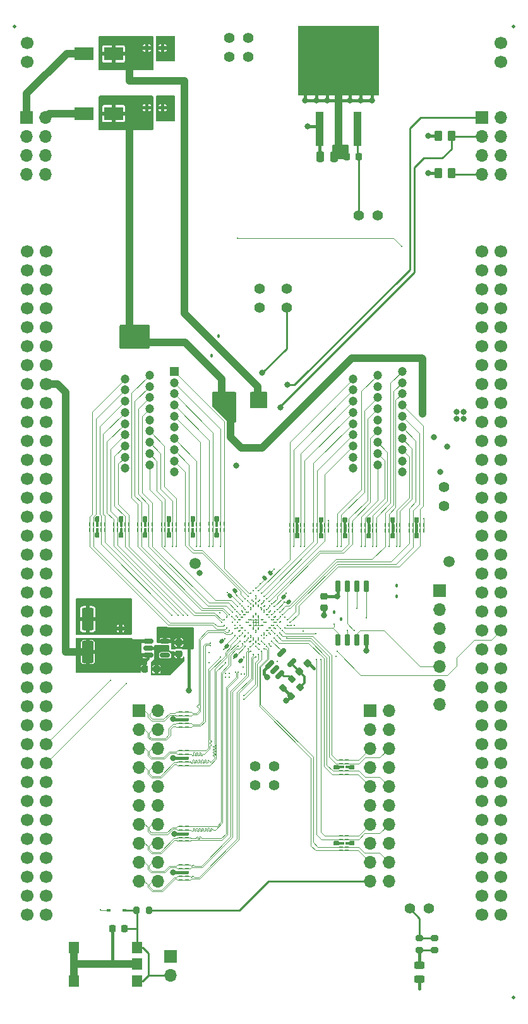
<source format=gbr>
%TF.GenerationSoftware,KiCad,Pcbnew,(6.0.8-1)-1*%
%TF.CreationDate,2022-10-19T15:00:50-05:00*%
%TF.ProjectId,NR1B-SQT56,4e523142-2d53-4515-9435-362e6b696361,rev?*%
%TF.SameCoordinates,Original*%
%TF.FileFunction,Copper,L1,Top*%
%TF.FilePolarity,Positive*%
%FSLAX46Y46*%
G04 Gerber Fmt 4.6, Leading zero omitted, Abs format (unit mm)*
G04 Created by KiCad (PCBNEW (6.0.8-1)-1) date 2022-10-19 15:00:50*
%MOMM*%
%LPD*%
G01*
G04 APERTURE LIST*
G04 Aperture macros list*
%AMRoundRect*
0 Rectangle with rounded corners*
0 $1 Rounding radius*
0 $2 $3 $4 $5 $6 $7 $8 $9 X,Y pos of 4 corners*
0 Add a 4 corners polygon primitive as box body*
4,1,4,$2,$3,$4,$5,$6,$7,$8,$9,$2,$3,0*
0 Add four circle primitives for the rounded corners*
1,1,$1+$1,$2,$3*
1,1,$1+$1,$4,$5*
1,1,$1+$1,$6,$7*
1,1,$1+$1,$8,$9*
0 Add four rect primitives between the rounded corners*
20,1,$1+$1,$2,$3,$4,$5,0*
20,1,$1+$1,$4,$5,$6,$7,0*
20,1,$1+$1,$6,$7,$8,$9,0*
20,1,$1+$1,$8,$9,$2,$3,0*%
G04 Aperture macros list end*
%TA.AperFunction,ComponentPad*%
%ADD10C,1.400000*%
%TD*%
%TA.AperFunction,SMDPad,CuDef*%
%ADD11R,0.250000X0.625000*%
%TD*%
%TA.AperFunction,SMDPad,CuDef*%
%ADD12R,0.450000X0.700000*%
%TD*%
%TA.AperFunction,SMDPad,CuDef*%
%ADD13R,0.450000X0.575000*%
%TD*%
%TA.AperFunction,SMDPad,CuDef*%
%ADD14R,0.625000X0.250000*%
%TD*%
%TA.AperFunction,SMDPad,CuDef*%
%ADD15R,0.700000X0.450000*%
%TD*%
%TA.AperFunction,SMDPad,CuDef*%
%ADD16R,0.575000X0.450000*%
%TD*%
%TA.AperFunction,ComponentPad*%
%ADD17R,1.700000X1.700000*%
%TD*%
%TA.AperFunction,ComponentPad*%
%ADD18O,1.700000X1.700000*%
%TD*%
%TA.AperFunction,SMDPad,CuDef*%
%ADD19RoundRect,0.225000X-0.250000X0.225000X-0.250000X-0.225000X0.250000X-0.225000X0.250000X0.225000X0*%
%TD*%
%TA.AperFunction,SMDPad,CuDef*%
%ADD20RoundRect,0.225000X-0.225000X-0.250000X0.225000X-0.250000X0.225000X0.250000X-0.225000X0.250000X0*%
%TD*%
%TA.AperFunction,SMDPad,CuDef*%
%ADD21C,0.500000*%
%TD*%
%TA.AperFunction,SMDPad,CuDef*%
%ADD22RoundRect,0.140000X-0.219203X-0.021213X-0.021213X-0.219203X0.219203X0.021213X0.021213X0.219203X0*%
%TD*%
%TA.AperFunction,SMDPad,CuDef*%
%ADD23RoundRect,0.200000X-0.053033X0.335876X-0.335876X0.053033X0.053033X-0.335876X0.335876X-0.053033X0*%
%TD*%
%TA.AperFunction,SMDPad,CuDef*%
%ADD24RoundRect,0.200000X-0.200000X-0.275000X0.200000X-0.275000X0.200000X0.275000X-0.200000X0.275000X0*%
%TD*%
%TA.AperFunction,SMDPad,CuDef*%
%ADD25RoundRect,0.243750X0.456250X-0.243750X0.456250X0.243750X-0.456250X0.243750X-0.456250X-0.243750X0*%
%TD*%
%TA.AperFunction,SMDPad,CuDef*%
%ADD26RoundRect,0.250000X0.262500X0.450000X-0.262500X0.450000X-0.262500X-0.450000X0.262500X-0.450000X0*%
%TD*%
%TA.AperFunction,SMDPad,CuDef*%
%ADD27RoundRect,0.150000X-0.256326X-0.468458X0.468458X0.256326X0.256326X0.468458X-0.468458X-0.256326X0*%
%TD*%
%TA.AperFunction,SMDPad,CuDef*%
%ADD28RoundRect,0.225000X-0.017678X0.335876X-0.335876X0.017678X0.017678X-0.335876X0.335876X-0.017678X0*%
%TD*%
%TA.AperFunction,ComponentPad*%
%ADD29R,1.200000X1.200000*%
%TD*%
%TA.AperFunction,ComponentPad*%
%ADD30C,1.200000*%
%TD*%
%TA.AperFunction,SMDPad,CuDef*%
%ADD31RoundRect,0.225000X0.250000X-0.225000X0.250000X0.225000X-0.250000X0.225000X-0.250000X-0.225000X0*%
%TD*%
%TA.AperFunction,SMDPad,CuDef*%
%ADD32RoundRect,0.225000X0.225000X0.250000X-0.225000X0.250000X-0.225000X-0.250000X0.225000X-0.250000X0*%
%TD*%
%TA.AperFunction,SMDPad,CuDef*%
%ADD33RoundRect,0.200000X0.275000X-0.200000X0.275000X0.200000X-0.275000X0.200000X-0.275000X-0.200000X0*%
%TD*%
%TA.AperFunction,SMDPad,CuDef*%
%ADD34R,2.500000X1.800000*%
%TD*%
%TA.AperFunction,SMDPad,CuDef*%
%ADD35RoundRect,0.200000X0.053033X-0.335876X0.335876X-0.053033X-0.053033X0.335876X-0.335876X0.053033X0*%
%TD*%
%TA.AperFunction,SMDPad,CuDef*%
%ADD36RoundRect,0.140000X0.021213X-0.219203X0.219203X-0.021213X-0.021213X0.219203X-0.219203X0.021213X0*%
%TD*%
%TA.AperFunction,SMDPad,CuDef*%
%ADD37R,1.100000X4.600000*%
%TD*%
%TA.AperFunction,SMDPad,CuDef*%
%ADD38R,10.800000X9.400000*%
%TD*%
%TA.AperFunction,SMDPad,CuDef*%
%ADD39R,0.600000X0.450000*%
%TD*%
%TA.AperFunction,ComponentPad*%
%ADD40C,1.500000*%
%TD*%
%TA.AperFunction,ComponentPad*%
%ADD41C,1.700000*%
%TD*%
%TA.AperFunction,SMDPad,CuDef*%
%ADD42R,1.397000X1.600200*%
%TD*%
%TA.AperFunction,SMDPad,CuDef*%
%ADD43RoundRect,0.250000X0.550000X-1.250000X0.550000X1.250000X-0.550000X1.250000X-0.550000X-1.250000X0*%
%TD*%
%TA.AperFunction,SMDPad,CuDef*%
%ADD44RoundRect,0.150000X0.150000X-0.650000X0.150000X0.650000X-0.150000X0.650000X-0.150000X-0.650000X0*%
%TD*%
%TA.AperFunction,BGAPad,CuDef*%
%ADD45C,0.277500*%
%TD*%
%TA.AperFunction,SMDPad,CuDef*%
%ADD46R,0.450000X0.600000*%
%TD*%
%TA.AperFunction,SMDPad,CuDef*%
%ADD47RoundRect,0.250000X-0.250000X-0.475000X0.250000X-0.475000X0.250000X0.475000X-0.250000X0.475000X0*%
%TD*%
%TA.AperFunction,SMDPad,CuDef*%
%ADD48RoundRect,0.150000X-0.512500X-0.150000X0.512500X-0.150000X0.512500X0.150000X-0.512500X0.150000X0*%
%TD*%
%TA.AperFunction,ViaPad*%
%ADD49C,0.800000*%
%TD*%
%TA.AperFunction,ViaPad*%
%ADD50C,0.228600*%
%TD*%
%TA.AperFunction,ViaPad*%
%ADD51C,0.457200*%
%TD*%
%TA.AperFunction,Conductor*%
%ADD52C,0.400000*%
%TD*%
%TA.AperFunction,Conductor*%
%ADD53C,1.000000*%
%TD*%
%TA.AperFunction,Conductor*%
%ADD54C,0.076200*%
%TD*%
%TA.AperFunction,Conductor*%
%ADD55C,0.100000*%
%TD*%
%TA.AperFunction,Conductor*%
%ADD56C,0.254000*%
%TD*%
%TA.AperFunction,Conductor*%
%ADD57C,0.220000*%
%TD*%
%TA.AperFunction,Conductor*%
%ADD58C,0.300000*%
%TD*%
%TA.AperFunction,Conductor*%
%ADD59C,0.250000*%
%TD*%
G04 APERTURE END LIST*
D10*
%TO.P,TP5,1,1*%
%TO.N,+3.3V*%
X97140000Y-144460000D03*
%TO.P,TP5,2,2*%
%TO.N,GND*%
X97140000Y-147000000D03*
%TD*%
D11*
%TO.P,D14,1,1*%
%TO.N,/FPGA/DQ10*%
X107600000Y-112112500D03*
%TO.P,D14,2,2*%
%TO.N,/FPGA/DQ5*%
X107100000Y-112112500D03*
D12*
%TO.P,D14,3,C*%
%TO.N,GND*%
X106600000Y-112150000D03*
D11*
%TO.P,D14,4,4*%
%TO.N,/FPGA/DQ14*%
X106100000Y-112112500D03*
%TO.P,D14,5,5*%
%TO.N,/FPGA/A25*%
X105600000Y-112112500D03*
%TO.P,D14,6,6*%
X105600000Y-112887500D03*
%TO.P,D14,7,7*%
%TO.N,/FPGA/DQ14*%
X106100000Y-112887500D03*
D13*
%TO.P,D14,8,C*%
%TO.N,GND*%
X106600000Y-112912500D03*
D11*
%TO.P,D14,9,9*%
%TO.N,/FPGA/DQ5*%
X107100000Y-112887500D03*
%TO.P,D14,10,10*%
%TO.N,/FPGA/DQ10*%
X107600000Y-112887500D03*
%TD*%
D10*
%TO.P,TP6,1,1*%
%TO.N,/ANA_CE*%
X108420000Y-70610000D03*
%TO.P,TP6,2,2*%
%TO.N,GND*%
X110960000Y-70610000D03*
%TD*%
D11*
%TO.P,D9,1,1*%
%TO.N,/RY{slash}~{BY}*%
X84000000Y-112012500D03*
%TO.P,D9,2,2*%
%TO.N,/FPGA/A7*%
X83500000Y-112012500D03*
D12*
%TO.P,D9,3,C*%
%TO.N,GND*%
X83000000Y-112050000D03*
D11*
%TO.P,D9,4,4*%
%TO.N,/FPGA/A4*%
X82500000Y-112012500D03*
%TO.P,D9,5,5*%
%TO.N,/FPGA/A1*%
X82000000Y-112012500D03*
%TO.P,D9,6,6*%
X82000000Y-112787500D03*
%TO.P,D9,7,7*%
%TO.N,/FPGA/A4*%
X82500000Y-112787500D03*
D13*
%TO.P,D9,8,C*%
%TO.N,GND*%
X83000000Y-112812500D03*
D11*
%TO.P,D9,9,9*%
%TO.N,/FPGA/A7*%
X83500000Y-112787500D03*
%TO.P,D9,10,10*%
%TO.N,/RY{slash}~{BY}*%
X84000000Y-112787500D03*
%TD*%
D14*
%TO.P,D23,1,1*%
%TO.N,/FPGA/IOL_12+*%
X84612500Y-152500000D03*
%TO.P,D23,2,2*%
%TO.N,/FPGA/IOL_12-*%
X84612500Y-153000000D03*
D15*
%TO.P,D23,3,C*%
%TO.N,GND*%
X84650000Y-153500000D03*
D14*
%TO.P,D23,4,4*%
%TO.N,/FPGA/IOL_18+*%
X84612500Y-154000000D03*
%TO.P,D23,5,5*%
%TO.N,/FPGA/IOL_18-*%
X84612500Y-154500000D03*
%TO.P,D23,6,6*%
X85387500Y-154500000D03*
%TO.P,D23,7,7*%
%TO.N,/FPGA/IOL_18+*%
X85387500Y-154000000D03*
D16*
%TO.P,D23,8,C*%
%TO.N,GND*%
X85412500Y-153500000D03*
D14*
%TO.P,D23,9,9*%
%TO.N,/FPGA/IOL_12-*%
X85387500Y-153000000D03*
%TO.P,D23,10,10*%
%TO.N,/FPGA/IOL_12+*%
X85387500Y-152500000D03*
%TD*%
D17*
%TO.P,J1,1,Pin_1*%
%TO.N,/ANA_WP_SENSE*%
X125000000Y-57510000D03*
D18*
%TO.P,J1,2,Pin_2*%
%TO.N,unconnected-(J1-Pad2)*%
X127540000Y-57510000D03*
%TO.P,J1,3,Pin_3*%
%TO.N,/ANA_WP*%
X125000000Y-60050000D03*
%TO.P,J1,4,Pin_4*%
%TO.N,unconnected-(J1-Pad4)*%
X127540000Y-60050000D03*
%TO.P,J1,5,Pin_5*%
%TO.N,/ANA_VWL_SENSE*%
X125000000Y-62590000D03*
%TO.P,J1,6,Pin_6*%
%TO.N,unconnected-(J1-Pad6)*%
X127540000Y-62590000D03*
%TO.P,J1,7,Pin_7*%
%TO.N,/ANA_VWL*%
X125000000Y-65130000D03*
%TO.P,J1,8,Pin_8*%
%TO.N,unconnected-(J1-Pad8)*%
X127540000Y-65130000D03*
%TD*%
D19*
%TO.P,C7,1*%
%TO.N,+1V2*%
X84360000Y-127885000D03*
%TO.P,C7,2*%
%TO.N,GND*%
X84360000Y-129435000D03*
%TD*%
D20*
%TO.P,C6,1*%
%TO.N,+3.3V*%
X79785000Y-131460000D03*
%TO.P,C6,2*%
%TO.N,GND*%
X81335000Y-131460000D03*
%TD*%
D21*
%TO.P,FID1,*%
%TO.N,*%
X62300000Y-45300000D03*
%TD*%
D11*
%TO.P,D7,1,1*%
%TO.N,/FPGA/A3*%
X77600000Y-112012500D03*
%TO.P,D7,2,2*%
%TO.N,/FPGA/A6*%
X77100000Y-112012500D03*
D12*
%TO.P,D7,3,C*%
%TO.N,GND*%
X76600000Y-112050000D03*
D11*
%TO.P,D7,4,4*%
%TO.N,/FPGA/A18*%
X76100000Y-112012500D03*
%TO.P,D7,5,5*%
%TO.N,/FPGA/A21*%
X75600000Y-112012500D03*
%TO.P,D7,6,6*%
X75600000Y-112787500D03*
%TO.P,D7,7,7*%
%TO.N,/FPGA/A18*%
X76100000Y-112787500D03*
D13*
%TO.P,D7,8,C*%
%TO.N,GND*%
X76600000Y-112812500D03*
D11*
%TO.P,D7,9,9*%
%TO.N,/FPGA/A6*%
X77100000Y-112787500D03*
%TO.P,D7,10,10*%
%TO.N,/FPGA/A3*%
X77600000Y-112787500D03*
%TD*%
%TO.P,D13,1,1*%
%TO.N,GND*%
X104400000Y-112112500D03*
%TO.P,D13,2,2*%
%TO.N,/FPGA/DQ8*%
X103900000Y-112112500D03*
D12*
%TO.P,D13,3,C*%
%TO.N,GND*%
X103400000Y-112150000D03*
D11*
%TO.P,D13,4,4*%
%TO.N,/FPGA/DQ2*%
X102900000Y-112112500D03*
%TO.P,D13,5,5*%
%TO.N,/FPGA/DQ11*%
X102400000Y-112112500D03*
%TO.P,D13,6,6*%
X102400000Y-112887500D03*
%TO.P,D13,7,7*%
%TO.N,/FPGA/DQ2*%
X102900000Y-112887500D03*
D13*
%TO.P,D13,8,C*%
%TO.N,GND*%
X103400000Y-112912500D03*
D11*
%TO.P,D13,9,9*%
%TO.N,/FPGA/DQ8*%
X103900000Y-112887500D03*
%TO.P,D13,10,10*%
%TO.N,GND*%
X104400000Y-112887500D03*
%TD*%
D22*
%TO.P,C18,1*%
%TO.N,+3.3V*%
X90054490Y-127705679D03*
%TO.P,C18,2*%
%TO.N,GND*%
X90733312Y-128384501D03*
%TD*%
D14*
%TO.P,D21,1,1*%
%TO.N,/FPGA/IOL_5+*%
X84612500Y-137200000D03*
%TO.P,D21,2,2*%
%TO.N,/FPGA/IOL_5-*%
X84612500Y-137700000D03*
D15*
%TO.P,D21,3,C*%
%TO.N,GND*%
X84650000Y-138200000D03*
D14*
%TO.P,D21,4,4*%
%TO.N,/FPGA/IOL_9+*%
X84612500Y-138700000D03*
%TO.P,D21,5,5*%
%TO.N,/FPGA/IOL_9-*%
X84612500Y-139200000D03*
%TO.P,D21,6,6*%
X85387500Y-139200000D03*
%TO.P,D21,7,7*%
%TO.N,/FPGA/IOL_9+*%
X85387500Y-138700000D03*
D16*
%TO.P,D21,8,C*%
%TO.N,GND*%
X85412500Y-138200000D03*
D14*
%TO.P,D21,9,9*%
%TO.N,/FPGA/IOL_5-*%
X85387500Y-137700000D03*
%TO.P,D21,10,10*%
%TO.N,/FPGA/IOL_5+*%
X85387500Y-137200000D03*
%TD*%
D23*
%TO.P,R10,1*%
%TO.N,Net-(R10-Pad1)*%
X99476687Y-132793312D03*
%TO.P,R10,2*%
%TO.N,+3.3V*%
X98309961Y-133960038D03*
%TD*%
D22*
%TO.P,C23,1*%
%TO.N,+3.3V*%
X91984891Y-129636081D03*
%TO.P,C23,2*%
%TO.N,GND*%
X92663713Y-130314903D03*
%TD*%
D11*
%TO.P,D10,1,1*%
%TO.N,/FC.~{WE}*%
X87200000Y-112012500D03*
%TO.P,D10,2,2*%
%TO.N,/FPGA/A17*%
X86700000Y-112012500D03*
D12*
%TO.P,D10,3,C*%
%TO.N,GND*%
X86200000Y-112050000D03*
D11*
%TO.P,D10,4,4*%
%TO.N,/FPGA/A5*%
X85700000Y-112012500D03*
%TO.P,D10,5,5*%
%TO.N,/FPGA/A2*%
X85200000Y-112012500D03*
%TO.P,D10,6,6*%
X85200000Y-112787500D03*
%TO.P,D10,7,7*%
%TO.N,/FPGA/A5*%
X85700000Y-112787500D03*
D13*
%TO.P,D10,8,C*%
%TO.N,GND*%
X86200000Y-112812500D03*
D11*
%TO.P,D10,9,9*%
%TO.N,/FPGA/A17*%
X86700000Y-112787500D03*
%TO.P,D10,10,10*%
%TO.N,/FC.~{WE}*%
X87200000Y-112787500D03*
%TD*%
D17*
%TO.P,J2,1,Pin_1*%
%TO.N,/-15V_IN*%
X63960000Y-57510000D03*
D18*
%TO.P,J2,2,Pin_2*%
%TO.N,/+15V_IN*%
X66500000Y-57510000D03*
%TO.P,J2,3,Pin_3*%
%TO.N,GND*%
X63960000Y-60050000D03*
%TO.P,J2,4,Pin_4*%
X66500000Y-60050000D03*
%TO.P,J2,5,Pin_5*%
%TO.N,unconnected-(J2-Pad5)*%
X63960000Y-62590000D03*
%TO.P,J2,6,Pin_6*%
%TO.N,unconnected-(J2-Pad6)*%
X66500000Y-62590000D03*
%TO.P,J2,7,Pin_7*%
%TO.N,GND*%
X63960000Y-65130000D03*
%TO.P,J2,8,Pin_8*%
%TO.N,unconnected-(J2-Pad8)*%
X66500000Y-65130000D03*
%TD*%
D14*
%TO.P,D27,1,1*%
%TO.N,/FPGA/IOB_104_CBSEL1*%
X106112500Y-143600000D03*
%TO.P,D27,2,2*%
%TO.N,/FPGA/IOB_103_CBSEL0*%
X106112500Y-144100000D03*
D15*
%TO.P,D27,3,C*%
%TO.N,GND*%
X106150000Y-144600000D03*
D14*
%TO.P,D27,4,4*%
%TO.N,/FPGA/IOB_89*%
X106112500Y-145100000D03*
%TO.P,D27,5,5*%
%TO.N,/FPGA/IOB_82_GBIN4*%
X106112500Y-145600000D03*
%TO.P,D27,6,6*%
X106887500Y-145600000D03*
%TO.P,D27,7,7*%
%TO.N,/FPGA/IOB_89*%
X106887500Y-145100000D03*
D16*
%TO.P,D27,8,C*%
%TO.N,GND*%
X106912500Y-144600000D03*
D14*
%TO.P,D27,9,9*%
%TO.N,/FPGA/IOB_103_CBSEL0*%
X106887500Y-144100000D03*
%TO.P,D27,10,10*%
%TO.N,/FPGA/IOB_104_CBSEL1*%
X106887500Y-143600000D03*
%TD*%
D11*
%TO.P,D6,1,1*%
%TO.N,/FPGA/A20*%
X74400000Y-112012500D03*
%TO.P,D6,2,2*%
%TO.N,/FPGA/A9*%
X73900000Y-112012500D03*
D12*
%TO.P,D6,3,C*%
%TO.N,GND*%
X73400000Y-112050000D03*
D11*
%TO.P,D6,4,4*%
%TO.N,/FPGA/A12*%
X72900000Y-112012500D03*
%TO.P,D6,5,5*%
%TO.N,/FPGA/A15*%
X72400000Y-112012500D03*
%TO.P,D6,6,6*%
X72400000Y-112787500D03*
%TO.P,D6,7,7*%
%TO.N,/FPGA/A12*%
X72900000Y-112787500D03*
D13*
%TO.P,D6,8,C*%
%TO.N,GND*%
X73400000Y-112812500D03*
D11*
%TO.P,D6,9,9*%
%TO.N,/FPGA/A9*%
X73900000Y-112787500D03*
%TO.P,D6,10,10*%
%TO.N,/FPGA/A20*%
X74400000Y-112787500D03*
%TD*%
D10*
%TO.P,TP9,1,1*%
%TO.N,GND*%
X117850000Y-163550000D03*
%TO.P,TP9,2,2*%
%TO.N,/FPGA/CDONE*%
X115310000Y-163550000D03*
%TD*%
D24*
%TO.P,R11,1*%
%TO.N,/FPGA/~{CRESET}*%
X78675000Y-163750000D03*
%TO.P,R11,2*%
%TO.N,+3.3V*%
X80325000Y-163750000D03*
%TD*%
D25*
%TO.P,D19,1,K*%
%TO.N,GND*%
X116600000Y-172987500D03*
%TO.P,D19,2,A*%
%TO.N,Net-(D19-Pad2)*%
X116600000Y-171112500D03*
%TD*%
D17*
%TO.P,JP1,1,A*%
%TO.N,GND*%
X83250000Y-169975000D03*
D18*
%TO.P,JP1,2,B*%
%TO.N,/FPGA/~{CRESET}*%
X83250000Y-172515000D03*
%TD*%
D26*
%TO.P,R4,1*%
%TO.N,/ANA_WP*%
X120912500Y-60000000D03*
%TO.P,R4,2*%
%TO.N,GND*%
X119087500Y-60000000D03*
%TD*%
D27*
%TO.P,Y1,1,GND*%
%TO.N,GND*%
X96506485Y-130856194D03*
%TO.P,Y1,2,NC*%
%TO.N,unconnected-(Y1-Pad2)*%
X97178236Y-131527945D03*
%TO.P,Y1,3,OE/~{ST}/NC*%
%TO.N,Net-(R10-Pad1)*%
X97849987Y-132199696D03*
%TO.P,Y1,4,VDD*%
%TO.N,/FPGA/CLK_VDD*%
X99458655Y-130591028D03*
%TO.P,Y1,5,OUT*%
%TO.N,/FPGA/FPGA_CLK*%
X98115153Y-129247526D03*
%TD*%
D28*
%TO.P,C15,1*%
%TO.N,GND*%
X101598008Y-130671992D03*
%TO.P,C15,2*%
%TO.N,/FPGA/CLK_VDD*%
X100501992Y-131768008D03*
%TD*%
D29*
%TO.P,U6,1,A23*%
%TO.N,/FPGA/A23*%
X83694258Y-91549258D03*
D30*
%TO.P,U6,2,A22*%
%TO.N,/FPGA/A22*%
X80394258Y-92049258D03*
%TO.P,U6,3,A15*%
%TO.N,/FPGA/A15*%
X77094258Y-92549258D03*
%TO.P,U6,4,A14*%
%TO.N,/FPGA/A14*%
X83694258Y-93049258D03*
%TO.P,U6,5,A13*%
%TO.N,/FPGA/A13*%
X80394258Y-93549258D03*
%TO.P,U6,6,A12*%
%TO.N,/FPGA/A12*%
X77094258Y-94049258D03*
%TO.P,U6,7,A11*%
%TO.N,/FPGA/A11*%
X83694258Y-94549258D03*
%TO.P,U6,8,A10*%
%TO.N,/FPGA/A10*%
X80394258Y-95049258D03*
%TO.P,U6,9,A9*%
%TO.N,/FPGA/A9*%
X77094258Y-95549258D03*
%TO.P,U6,10,A8*%
%TO.N,/FPGA/A8*%
X83694258Y-96049258D03*
%TO.P,U6,11,A19*%
%TO.N,/FPGA/A19*%
X80394258Y-96549258D03*
%TO.P,U6,12,A20*%
%TO.N,/FPGA/A20*%
X77094258Y-97049258D03*
%TO.P,U6,13,~{WE}*%
%TO.N,/FC.~{WE}*%
X83694258Y-97549258D03*
%TO.P,U6,14,~{RESET}*%
%TO.N,/VWL_BUF*%
X80394258Y-98049258D03*
%TO.P,U6,15,A21*%
%TO.N,/FPGA/A21*%
X77094258Y-98549258D03*
%TO.P,U6,16,~{WP}/ACC*%
%TO.N,/WP_BUF*%
X83694258Y-99049258D03*
%TO.P,U6,17,RY/~{BY}*%
%TO.N,/RY{slash}~{BY}*%
X80394258Y-99549258D03*
%TO.P,U6,18,A18*%
%TO.N,/FPGA/A18*%
X77094258Y-100049258D03*
%TO.P,U6,19,A17*%
%TO.N,/FPGA/A17*%
X83694258Y-100549258D03*
%TO.P,U6,20,A7*%
%TO.N,/FPGA/A7*%
X80394258Y-101049258D03*
%TO.P,U6,21,A6*%
%TO.N,/FPGA/A6*%
X77094258Y-101549258D03*
%TO.P,U6,22,A5*%
%TO.N,/FPGA/A5*%
X83694258Y-102049258D03*
%TO.P,U6,23,A4*%
%TO.N,/FPGA/A4*%
X80394258Y-102549258D03*
%TO.P,U6,24,A3*%
%TO.N,/FPGA/A3*%
X77094258Y-103049258D03*
%TO.P,U6,25,A2*%
%TO.N,/FPGA/A2*%
X83694258Y-103549258D03*
%TO.P,U6,26,A1*%
%TO.N,/FPGA/A1*%
X80394258Y-104049258D03*
%TO.P,U6,27,NC*%
%TO.N,unconnected-(U6-Pad27)*%
X77094258Y-104549258D03*
%TO.P,U6,28,NC*%
%TO.N,unconnected-(U6-Pad28)*%
X83694258Y-105049258D03*
%TO.P,U6,29,VIO*%
%TO.N,+3.3V*%
X114274258Y-105049258D03*
%TO.P,U6,30,NC*%
%TO.N,unconnected-(U6-Pad30)*%
X107674258Y-104549258D03*
%TO.P,U6,31,A0*%
%TO.N,/FPGA/A0*%
X110974258Y-104049258D03*
%TO.P,U6,32,~{CE}*%
%TO.N,/~{CE}*%
X114274258Y-103549258D03*
%TO.P,U6,33,VSS*%
%TO.N,GND*%
X107674258Y-103049258D03*
%TO.P,U6,34,~{OE}*%
%TO.N,/FC.~{OE}*%
X110974258Y-102549258D03*
%TO.P,U6,35,DQ0*%
%TO.N,/FPGA/DQ0*%
X114274258Y-102049258D03*
%TO.P,U6,36,DQ8*%
%TO.N,/FPGA/DQ8*%
X107674258Y-101549258D03*
%TO.P,U6,37,DQ1*%
%TO.N,/FPGA/DQ1*%
X110974258Y-101049258D03*
%TO.P,U6,38,DQ9*%
%TO.N,/FPGA/DQ9*%
X114274258Y-100549258D03*
%TO.P,U6,39,DQ2*%
%TO.N,/FPGA/DQ2*%
X107674258Y-100049258D03*
%TO.P,U6,40,DQ10*%
%TO.N,/FPGA/DQ10*%
X110974258Y-99549258D03*
%TO.P,U6,41,DQ3*%
%TO.N,/FPGA/DQ3*%
X114274258Y-99049258D03*
%TO.P,U6,42,DQ11*%
%TO.N,/FPGA/DQ11*%
X107674258Y-98549258D03*
%TO.P,U6,43,VCC*%
%TO.N,+3.3V*%
X110974258Y-98049258D03*
%TO.P,U6,44,DQ4*%
%TO.N,/FPGA/DQ4*%
X114274258Y-97549258D03*
%TO.P,U6,45,DQ12*%
%TO.N,/FPGA/DQ12*%
X107674258Y-97049258D03*
%TO.P,U6,46,DQ5*%
%TO.N,/FPGA/DQ5*%
X110974258Y-96549258D03*
%TO.P,U6,47,DQ13*%
%TO.N,/FPGA/DQ13*%
X114274258Y-96049258D03*
%TO.P,U6,48,DQ6*%
%TO.N,/FPGA/DQ6*%
X107674258Y-95549258D03*
%TO.P,U6,49,DQ14*%
%TO.N,/FPGA/DQ14*%
X110974258Y-95049258D03*
%TO.P,U6,50,DQ7*%
%TO.N,/FPGA/DQ7*%
X114274258Y-94549258D03*
%TO.P,U6,51,DQ15/A-1*%
%TO.N,/FPGA/DQ15*%
X107674258Y-94049258D03*
%TO.P,U6,52,VSS*%
%TO.N,GND*%
X110974258Y-93549258D03*
%TO.P,U6,53,~{BYTE}*%
%TO.N,/FC.~{BYTE}*%
X114274258Y-93049258D03*
%TO.P,U6,54,A16*%
%TO.N,/FPGA/A16*%
X107674258Y-92549258D03*
%TO.P,U6,55,A25*%
%TO.N,/FPGA/A25*%
X110974258Y-92049258D03*
%TO.P,U6,56,A24*%
%TO.N,/FPGA/A24*%
X114274258Y-91549258D03*
%TD*%
D21*
%TO.P,FID3,*%
%TO.N,*%
X129200000Y-175500000D03*
%TD*%
D31*
%TO.P,C16,1*%
%TO.N,GND*%
X103790000Y-123215000D03*
%TO.P,C16,2*%
%TO.N,+3.3V*%
X103790000Y-121665000D03*
%TD*%
D32*
%TO.P,C5,1*%
%TO.N,/ANA_CE*%
X108425000Y-62800000D03*
%TO.P,C5,2*%
%TO.N,GND*%
X106875000Y-62800000D03*
%TD*%
D14*
%TO.P,D24,1,1*%
%TO.N,/FPGA/IOL_23+*%
X84612500Y-157700000D03*
%TO.P,D24,2,2*%
%TO.N,/FPGA/IOL_23-*%
X84612500Y-158200000D03*
D15*
%TO.P,D24,3,C*%
%TO.N,GND*%
X84650000Y-158700000D03*
D14*
%TO.P,D24,4,4*%
%TO.N,/FPGA/IOL_25+*%
X84612500Y-159200000D03*
%TO.P,D24,5,5*%
%TO.N,/FPGA/IOL_25-*%
X84612500Y-159700000D03*
%TO.P,D24,6,6*%
X85387500Y-159700000D03*
%TO.P,D24,7,7*%
%TO.N,/FPGA/IOL_25+*%
X85387500Y-159200000D03*
D16*
%TO.P,D24,8,C*%
%TO.N,GND*%
X85412500Y-158700000D03*
D14*
%TO.P,D24,9,9*%
%TO.N,/FPGA/IOL_23-*%
X85387500Y-158200000D03*
%TO.P,D24,10,10*%
%TO.N,/FPGA/IOL_23+*%
X85387500Y-157700000D03*
%TD*%
D32*
%TO.P,C17,1*%
%TO.N,/FPGA/~{CRESET}*%
X77025000Y-166250000D03*
%TO.P,C17,2*%
%TO.N,GND*%
X75475000Y-166250000D03*
%TD*%
D33*
%TO.P,R9,1*%
%TO.N,Net-(D19-Pad2)*%
X118600000Y-169125000D03*
%TO.P,R9,2*%
%TO.N,/FPGA/CDONE*%
X118600000Y-167475000D03*
%TD*%
D34*
%TO.P,D2,1,K*%
%TO.N,+15V*%
X75600000Y-57000000D03*
%TO.P,D2,2,A*%
%TO.N,/+15V_IN*%
X71600000Y-57000000D03*
%TD*%
D35*
%TO.P,R8,1*%
%TO.N,+3.3V*%
X99405977Y-135056054D03*
%TO.P,R8,2*%
%TO.N,/FPGA/CLK_VDD*%
X100572703Y-133889328D03*
%TD*%
D36*
%TO.P,C19,1*%
%TO.N,+3.3V*%
X91150505Y-121645774D03*
%TO.P,C19,2*%
%TO.N,GND*%
X91829327Y-120966952D03*
%TD*%
D37*
%TO.P,U3,1,IN*%
%TO.N,+15V*%
X103210000Y-59025000D03*
%TO.P,U3,2,GND*%
%TO.N,GND*%
X105750000Y-59025000D03*
D38*
X105750000Y-49875000D03*
D37*
%TO.P,U3,3,OUT*%
%TO.N,/ANA_CE*%
X108290000Y-59025000D03*
%TD*%
D14*
%TO.P,D22,1,1*%
%TO.N,/FPGA/IOL_13+*%
X84612500Y-142350000D03*
%TO.P,D22,2,2*%
%TO.N,/FPGA/IOL_13-*%
X84612500Y-142850000D03*
D15*
%TO.P,D22,3,C*%
%TO.N,GND*%
X84650000Y-143350000D03*
D14*
%TO.P,D22,4,4*%
%TO.N,/FPGA/IOL_14+*%
X84612500Y-143850000D03*
%TO.P,D22,5,5*%
%TO.N,/FPGA/IOL_14-*%
X84612500Y-144350000D03*
%TO.P,D22,6,6*%
X85387500Y-144350000D03*
%TO.P,D22,7,7*%
%TO.N,/FPGA/IOL_14+*%
X85387500Y-143850000D03*
D16*
%TO.P,D22,8,C*%
%TO.N,GND*%
X85412500Y-143350000D03*
D14*
%TO.P,D22,9,9*%
%TO.N,/FPGA/IOL_13-*%
X85387500Y-142850000D03*
%TO.P,D22,10,10*%
%TO.N,/FPGA/IOL_13+*%
X85387500Y-142350000D03*
%TD*%
D33*
%TO.P,R7,1*%
%TO.N,Net-(D19-Pad2)*%
X116600000Y-169125000D03*
%TO.P,R7,2*%
%TO.N,/FPGA/CDONE*%
X116600000Y-167475000D03*
%TD*%
D11*
%TO.P,D11,1,1*%
%TO.N,/FPGA/A23*%
X90400000Y-112000000D03*
%TO.P,D11,2,2*%
%TO.N,/FPGA/A14*%
X89900000Y-112000000D03*
D12*
%TO.P,D11,3,C*%
%TO.N,GND*%
X89400000Y-112037500D03*
D11*
%TO.P,D11,4,4*%
%TO.N,/FPGA/A11*%
X88900000Y-112000000D03*
%TO.P,D11,5,5*%
%TO.N,/FPGA/A8*%
X88400000Y-112000000D03*
%TO.P,D11,6,6*%
X88400000Y-112775000D03*
%TO.P,D11,7,7*%
%TO.N,/FPGA/A11*%
X88900000Y-112775000D03*
D13*
%TO.P,D11,8,C*%
%TO.N,GND*%
X89400000Y-112800000D03*
D11*
%TO.P,D11,9,9*%
%TO.N,/FPGA/A14*%
X89900000Y-112775000D03*
%TO.P,D11,10,10*%
%TO.N,/FPGA/A23*%
X90400000Y-112775000D03*
%TD*%
D10*
%TO.P,TP8,1,1*%
%TO.N,GND*%
X119900000Y-109580000D03*
%TO.P,TP8,2,2*%
%TO.N,/~{CE}*%
X119900000Y-107040000D03*
%TD*%
D14*
%TO.P,D28,1,1*%
%TO.N,/FPGA/IOB_91*%
X106112500Y-153775000D03*
%TO.P,D28,2,2*%
%TO.N,/FPGA/IOB_87*%
X106112500Y-154275000D03*
D15*
%TO.P,D28,3,C*%
%TO.N,GND*%
X106150000Y-154775000D03*
D14*
%TO.P,D28,4,4*%
%TO.N,/FPGA/IOB_74*%
X106112500Y-155275000D03*
%TO.P,D28,5,5*%
%TO.N,/FPGA/IOB_73*%
X106112500Y-155775000D03*
%TO.P,D28,6,6*%
X106887500Y-155775000D03*
%TO.P,D28,7,7*%
%TO.N,/FPGA/IOB_74*%
X106887500Y-155275000D03*
D16*
%TO.P,D28,8,C*%
%TO.N,GND*%
X106912500Y-154775000D03*
D14*
%TO.P,D28,9,9*%
%TO.N,/FPGA/IOB_87*%
X106887500Y-154275000D03*
%TO.P,D28,10,10*%
%TO.N,/FPGA/IOB_91*%
X106887500Y-153775000D03*
%TD*%
D17*
%TO.P,J4,1,Pin_1*%
%TO.N,/FPGA/IOL_5-*%
X79000000Y-137000000D03*
D18*
%TO.P,J4,2,Pin_2*%
%TO.N,/FPGA/IOL_5+*%
X81540000Y-137000000D03*
%TO.P,J4,3,Pin_3*%
%TO.N,/FPGA/IOL_9-*%
X79000000Y-139540000D03*
%TO.P,J4,4,Pin_4*%
%TO.N,/FPGA/IOL_9+*%
X81540000Y-139540000D03*
%TO.P,J4,5,Pin_5*%
%TO.N,/FPGA/IOL_13-*%
X79000000Y-142080000D03*
%TO.P,J4,6,Pin_6*%
%TO.N,/FPGA/IOL_13+*%
X81540000Y-142080000D03*
%TO.P,J4,7,Pin_7*%
%TO.N,/FPGA/IOL_14-*%
X79000000Y-144620000D03*
%TO.P,J4,8,Pin_8*%
%TO.N,/FPGA/IOL_14+*%
X81540000Y-144620000D03*
%TO.P,J4,9,Pin_9*%
%TO.N,GND*%
X79000000Y-147160000D03*
%TO.P,J4,10,Pin_10*%
X81540000Y-147160000D03*
%TO.P,J4,11,Pin_11*%
X79000000Y-149700000D03*
%TO.P,J4,12,Pin_12*%
X81540000Y-149700000D03*
%TO.P,J4,13,Pin_13*%
%TO.N,/FPGA/IOL_12-*%
X79000000Y-152240000D03*
%TO.P,J4,14,Pin_14*%
%TO.N,/FPGA/IOL_12+*%
X81540000Y-152240000D03*
%TO.P,J4,15,Pin_15*%
%TO.N,/FPGA/IOL_18-*%
X79000000Y-154780000D03*
%TO.P,J4,16,Pin_16*%
%TO.N,/FPGA/IOL_18+*%
X81540000Y-154780000D03*
%TO.P,J4,17,Pin_17*%
%TO.N,/FPGA/IOL_23-*%
X79000000Y-157320000D03*
%TO.P,J4,18,Pin_18*%
%TO.N,/FPGA/IOL_23+*%
X81540000Y-157320000D03*
%TO.P,J4,19,Pin_19*%
%TO.N,/FPGA/IOL_25-*%
X79000000Y-159860000D03*
%TO.P,J4,20,Pin_20*%
%TO.N,/FPGA/IOL_25+*%
X81540000Y-159860000D03*
%TD*%
D11*
%TO.P,D12,1,1*%
%TO.N,/FPGA/DQ12*%
X101200000Y-112112500D03*
%TO.P,D12,2,2*%
%TO.N,/FPGA/DQ6*%
X100700000Y-112112500D03*
D12*
%TO.P,D12,3,C*%
%TO.N,GND*%
X100200000Y-112150000D03*
D11*
%TO.P,D12,4,4*%
%TO.N,/FPGA/DQ15*%
X99700000Y-112112500D03*
%TO.P,D12,5,5*%
%TO.N,/FPGA/A16*%
X99200000Y-112112500D03*
%TO.P,D12,6,6*%
X99200000Y-112887500D03*
%TO.P,D12,7,7*%
%TO.N,/FPGA/DQ15*%
X99700000Y-112887500D03*
D13*
%TO.P,D12,8,C*%
%TO.N,GND*%
X100200000Y-112912500D03*
D11*
%TO.P,D12,9,9*%
%TO.N,/FPGA/DQ6*%
X100700000Y-112887500D03*
%TO.P,D12,10,10*%
%TO.N,/FPGA/DQ12*%
X101200000Y-112887500D03*
%TD*%
D10*
%TO.P,TP4,1,1*%
%TO.N,+15V*%
X91100000Y-49400000D03*
%TO.P,TP4,2,2*%
%TO.N,GND*%
X93640000Y-49400000D03*
%TD*%
D17*
%TO.P,J3,1,Pin_1*%
%TO.N,/FPGA/FLASH.~{CS}*%
X119300000Y-120900000D03*
D18*
%TO.P,J3,2,Pin_2*%
%TO.N,/FPGA/FLASH.SCK*%
X119300000Y-123440000D03*
%TO.P,J3,3,Pin_3*%
%TO.N,/FPGA/FLASH.DI_IO0*%
X119300000Y-125980000D03*
%TO.P,J3,4,Pin_4*%
%TO.N,/FPGA/FLASH.DO_IO1*%
X119300000Y-128520000D03*
%TO.P,J3,5,Pin_5*%
%TO.N,/FPGA/FLASH.~{WP}_IO2*%
X119300000Y-131060000D03*
%TO.P,J3,6,Pin_6*%
%TO.N,/FPGA/FLASH.~{RST}_IO3*%
X119300000Y-133600000D03*
%TO.P,J3,7,Pin_7*%
%TO.N,GND*%
X119300000Y-136140000D03*
%TD*%
D10*
%TO.P,TP7,1,1*%
%TO.N,GND*%
X94600000Y-147000000D03*
%TO.P,TP7,2,2*%
%TO.N,+1V2*%
X94600000Y-144460000D03*
%TD*%
D39*
%TO.P,D20,1,K*%
%TO.N,/~{MCU_RESET}*%
X74950000Y-163750000D03*
%TO.P,D20,2,A*%
%TO.N,/FPGA/~{CRESET}*%
X77050000Y-163750000D03*
%TD*%
D40*
%TO.P,TP10,1,1*%
%TO.N,/FPGA/IOR_109*%
X120600000Y-117000000D03*
%TD*%
D10*
%TO.P,TP2,1,1*%
%TO.N,/WP_BUF*%
X98775000Y-83000000D03*
%TO.P,TP2,2,2*%
%TO.N,GND*%
X98775000Y-80460000D03*
%TD*%
D11*
%TO.P,D8,1,1*%
%TO.N,/FPGA/A19*%
X80800000Y-112012500D03*
%TO.P,D8,2,2*%
%TO.N,/FPGA/A10*%
X80300000Y-112012500D03*
D12*
%TO.P,D8,3,C*%
%TO.N,GND*%
X79800000Y-112050000D03*
D11*
%TO.P,D8,4,4*%
%TO.N,/FPGA/A13*%
X79300000Y-112012500D03*
%TO.P,D8,5,5*%
%TO.N,/FPGA/A22*%
X78800000Y-112012500D03*
%TO.P,D8,6,6*%
X78800000Y-112787500D03*
%TO.P,D8,7,7*%
%TO.N,/FPGA/A13*%
X79300000Y-112787500D03*
D13*
%TO.P,D8,8,C*%
%TO.N,GND*%
X79800000Y-112812500D03*
D11*
%TO.P,D8,9,9*%
%TO.N,/FPGA/A10*%
X80300000Y-112787500D03*
%TO.P,D8,10,10*%
%TO.N,/FPGA/A19*%
X80800000Y-112787500D03*
%TD*%
D10*
%TO.P,TP1,2,2*%
%TO.N,GND*%
X95150000Y-80460000D03*
%TO.P,TP1,1,1*%
%TO.N,/VWL_BUF*%
X95150000Y-83000000D03*
%TD*%
D11*
%TO.P,D15,1,1*%
%TO.N,GND*%
X117200000Y-112112500D03*
%TO.P,D15,2,2*%
%TO.N,/FPGA/DQ13*%
X116700000Y-112112500D03*
D12*
%TO.P,D15,3,C*%
%TO.N,GND*%
X116200000Y-112150000D03*
D11*
%TO.P,D15,4,4*%
%TO.N,/FPGA/DQ4*%
X115700000Y-112112500D03*
%TO.P,D15,5,5*%
%TO.N,/FPGA/DQ3*%
X115200000Y-112112500D03*
%TO.P,D15,6,6*%
X115200000Y-112887500D03*
%TO.P,D15,7,7*%
%TO.N,/FPGA/DQ4*%
X115700000Y-112887500D03*
D13*
%TO.P,D15,8,C*%
%TO.N,GND*%
X116200000Y-112912500D03*
D11*
%TO.P,D15,9,9*%
%TO.N,/FPGA/DQ13*%
X116700000Y-112887500D03*
%TO.P,D15,10,10*%
%TO.N,GND*%
X117200000Y-112887500D03*
%TD*%
D26*
%TO.P,R3,1*%
%TO.N,/ANA_VWL*%
X120912500Y-65000000D03*
%TO.P,R3,2*%
%TO.N,GND*%
X119087500Y-65000000D03*
%TD*%
D22*
%TO.P,C25,1*%
%TO.N,+3.3V*%
X98348852Y-121773053D03*
%TO.P,C25,2*%
%TO.N,GND*%
X99027674Y-122451875D03*
%TD*%
D39*
%TO.P,D4,1,K*%
%TO.N,+15V*%
X80050000Y-56200000D03*
%TO.P,D4,2,A*%
%TO.N,GND*%
X82150000Y-56200000D03*
%TD*%
D41*
%TO.P,X1,1,PC10*%
%TO.N,/CE_SW*%
X64000000Y-75500000D03*
%TO.P,X1,2,PC11*%
%TO.N,unconnected-(X1-Pad2)*%
X66540000Y-75500000D03*
%TO.P,X1,3,PC12*%
%TO.N,unconnected-(X1-Pad3)*%
X64000000Y-78040000D03*
%TO.P,X1,4,PD2*%
%TO.N,unconnected-(X1-Pad4)*%
X66540000Y-78040000D03*
%TO.P,X1,5,VDD*%
%TO.N,unconnected-(X1-Pad5)*%
X64000000Y-80580000D03*
%TO.P,X1,6,E5V*%
%TO.N,unconnected-(X1-Pad6)*%
X66540000Y-80580000D03*
%TO.P,X1,7,~{BOOT0}*%
%TO.N,unconnected-(X1-Pad7)*%
X64000000Y-83120000D03*
%TO.P,X1,8,GND*%
%TO.N,GND*%
X66540000Y-83120000D03*
%TO.P,X1,9,PF6*%
%TO.N,/QSPI.IO3*%
X64000000Y-85660000D03*
%TO.P,X1,10,NC*%
%TO.N,unconnected-(X1-Pad10)*%
X66540000Y-85660000D03*
%TO.P,X1,11,PF7*%
%TO.N,/QSPI.IO2*%
X64000000Y-88200000D03*
%TO.P,X1,12,IOREF*%
%TO.N,unconnected-(X1-Pad12)*%
X66540000Y-88200000D03*
%TO.P,X1,13,TMS/PA13*%
%TO.N,unconnected-(X1-Pad13)*%
X64000000Y-90740000D03*
%TO.P,X1,14,~{RST}*%
%TO.N,/~{MCU_RESET}*%
X66540000Y-90740000D03*
%TO.P,X1,15,TCK/PA14*%
%TO.N,unconnected-(X1-Pad15)*%
X64000000Y-93280000D03*
%TO.P,X1,16,+3V3*%
%TO.N,+3.3V*%
X66540000Y-93280000D03*
%TO.P,X1,17,PA15*%
%TO.N,unconnected-(X1-Pad17)*%
X64000000Y-95820000D03*
%TO.P,X1,18,+5V*%
%TO.N,unconnected-(X1-Pad18)*%
X66540000Y-95820000D03*
%TO.P,X1,19,GND*%
%TO.N,GND*%
X64000000Y-98360000D03*
%TO.P,X1,20,GND*%
X66540000Y-98360000D03*
%TO.P,X1,21,LD2/PB7*%
%TO.N,unconnected-(X1-Pad21)*%
X64000000Y-100900000D03*
%TO.P,X1,22,GND*%
%TO.N,GND*%
X66540000Y-100900000D03*
%TO.P,X1,23,BT/PC13*%
%TO.N,unconnected-(X1-Pad23)*%
X64000000Y-103440000D03*
%TO.P,X1,24,VIN*%
%TO.N,unconnected-(X1-Pad24)*%
X66540000Y-103440000D03*
%TO.P,X1,25,RTC_CRYSTAL/PC14*%
%TO.N,unconnected-(X1-Pad25)*%
X64000000Y-105980000D03*
%TO.P,X1,26,NC*%
%TO.N,unconnected-(X1-Pad26)*%
X66540000Y-105980000D03*
%TO.P,X1,27,RTC_CRYSTAL/PC15*%
%TO.N,unconnected-(X1-Pad27)*%
X64000000Y-108520000D03*
%TO.P,X1,28,ETH_REF_CLK/PA0*%
%TO.N,unconnected-(X1-Pad28)*%
X66540000Y-108520000D03*
%TO.P,X1,29,PH0*%
%TO.N,unconnected-(X1-Pad29)*%
X64000000Y-111060000D03*
%TO.P,X1,30,ETH_MDIO/PA1*%
%TO.N,unconnected-(X1-Pad30)*%
X66540000Y-111060000D03*
%TO.P,X1,31,PH1*%
%TO.N,unconnected-(X1-Pad31)*%
X64000000Y-113600000D03*
%TO.P,X1,32,PA4*%
%TO.N,unconnected-(X1-Pad32)*%
X66540000Y-113600000D03*
%TO.P,X1,33,VBAT*%
%TO.N,unconnected-(X1-Pad33)*%
X64000000Y-116140000D03*
%TO.P,X1,34,PB0*%
%TO.N,unconnected-(X1-Pad34)*%
X66540000Y-116140000D03*
%TO.P,X1,35,PC2*%
%TO.N,unconnected-(X1-Pad35)*%
X64000000Y-118680000D03*
%TO.P,X1,36,ETH_MDC/PC1*%
%TO.N,unconnected-(X1-Pad36)*%
X66540000Y-118680000D03*
%TO.P,X1,37,PC3*%
%TO.N,unconnected-(X1-Pad37)*%
X64000000Y-121220000D03*
%TO.P,X1,38,PC0*%
%TO.N,unconnected-(X1-Pad38)*%
X66540000Y-121220000D03*
%TO.P,X1,39,PD4*%
%TO.N,unconnected-(X1-Pad39)*%
X64000000Y-123760000D03*
%TO.P,X1,40,PD3*%
%TO.N,unconnected-(X1-Pad40)*%
X66540000Y-123760000D03*
%TO.P,X1,41,PD5*%
%TO.N,unconnected-(X1-Pad41)*%
X64000000Y-126300000D03*
%TO.P,X1,42,PG2*%
%TO.N,unconnected-(X1-Pad42)*%
X66540000Y-126300000D03*
%TO.P,X1,43,PD6*%
%TO.N,unconnected-(X1-Pad43)*%
X64000000Y-128840000D03*
%TO.P,X1,44,PG3*%
%TO.N,unconnected-(X1-Pad44)*%
X66540000Y-128840000D03*
%TO.P,X1,45,PD7*%
%TO.N,unconnected-(X1-Pad45)*%
X64000000Y-131380000D03*
%TO.P,X1,46,PE2*%
%TO.N,unconnected-(X1-Pad46)*%
X66540000Y-131380000D03*
%TO.P,X1,47,PE3*%
%TO.N,unconnected-(X1-Pad47)*%
X64000000Y-133920000D03*
%TO.P,X1,48,PE4*%
%TO.N,unconnected-(X1-Pad48)*%
X66540000Y-133920000D03*
%TO.P,X1,49,GND*%
%TO.N,GND*%
X64000000Y-136460000D03*
%TO.P,X1,50,PE5*%
%TO.N,unconnected-(X1-Pad50)*%
X66540000Y-136460000D03*
%TO.P,X1,51,PF1*%
%TO.N,unconnected-(X1-Pad51)*%
X64000000Y-139000000D03*
%TO.P,X1,52,PF2*%
%TO.N,unconnected-(X1-Pad52)*%
X66540000Y-139000000D03*
%TO.P,X1,53,PF0*%
%TO.N,unconnected-(X1-Pad53)*%
X64000000Y-141540000D03*
%TO.P,X1,54,PF8*%
%TO.N,/QSPI.IO1*%
X66540000Y-141540000D03*
%TO.P,X1,55,PD1*%
%TO.N,unconnected-(X1-Pad55)*%
X64000000Y-144080000D03*
%TO.P,X1,56,PF9*%
%TO.N,/QSPI.IO0*%
X66540000Y-144080000D03*
%TO.P,X1,57,PD0*%
%TO.N,unconnected-(X1-Pad57)*%
X64000000Y-146620000D03*
%TO.P,X1,58,PG1*%
%TO.N,unconnected-(X1-Pad58)*%
X66540000Y-146620000D03*
%TO.P,X1,59,PG0*%
%TO.N,unconnected-(X1-Pad59)*%
X64000000Y-149160000D03*
%TO.P,X1,60,GND*%
%TO.N,GND*%
X66540000Y-149160000D03*
%TO.P,X1,61,PE1*%
%TO.N,unconnected-(X1-Pad61)*%
X64000000Y-151700000D03*
%TO.P,X1,62,PE6*%
%TO.N,unconnected-(X1-Pad62)*%
X66540000Y-151700000D03*
%TO.P,X1,63,PG9*%
%TO.N,unconnected-(X1-Pad63)*%
X64000000Y-154240000D03*
%TO.P,X1,64,PG15*%
%TO.N,unconnected-(X1-Pad64)*%
X66540000Y-154240000D03*
%TO.P,X1,65,PG12*%
%TO.N,unconnected-(X1-Pad65)*%
X64000000Y-156780000D03*
%TO.P,X1,66,PG10*%
%TO.N,unconnected-(X1-Pad66)*%
X66540000Y-156780000D03*
%TO.P,X1,67,NC*%
%TO.N,unconnected-(X1-Pad67)*%
X64000000Y-159320000D03*
%TO.P,X1,68,PG13/ETH_TXD0*%
%TO.N,unconnected-(X1-Pad68)*%
X66540000Y-159320000D03*
%TO.P,X1,69,STLINK_RX/PD9*%
%TO.N,unconnected-(X1-Pad69)*%
X64000000Y-161860000D03*
%TO.P,X1,70,PG11/ETH_TX_EN*%
%TO.N,unconnected-(X1-Pad70)*%
X66540000Y-161860000D03*
%TO.P,X1,71,GND*%
%TO.N,GND*%
X64000000Y-164400000D03*
%TO.P,X1,72,GND*%
X66540000Y-164400000D03*
%TO.P,X1,73,PC9*%
%TO.N,unconnected-(X1-Pad73)*%
X124960000Y-75500000D03*
%TO.P,X1,74,PC8*%
%TO.N,unconnected-(X1-Pad74)*%
X127500000Y-75500000D03*
%TO.P,X1,75,PB8*%
%TO.N,unconnected-(X1-Pad75)*%
X124960000Y-78040000D03*
%TO.P,X1,76,PC6*%
%TO.N,unconnected-(X1-Pad76)*%
X127500000Y-78040000D03*
%TO.P,X1,77,PB9*%
%TO.N,unconnected-(X1-Pad77)*%
X124960000Y-80580000D03*
%TO.P,X1,78,ETH_RXD1/PC5*%
%TO.N,unconnected-(X1-Pad78)*%
X127500000Y-80580000D03*
%TO.P,X1,79,AVDD*%
%TO.N,unconnected-(X1-Pad79)*%
X124960000Y-83120000D03*
%TO.P,X1,80,U5V*%
%TO.N,unconnected-(X1-Pad80)*%
X127500000Y-83120000D03*
%TO.P,X1,81,GND*%
%TO.N,GND*%
X124960000Y-85660000D03*
%TO.P,X1,82,STLINK_TX/PD8*%
%TO.N,unconnected-(X1-Pad82)*%
X127500000Y-85660000D03*
%TO.P,X1,83,PA5*%
%TO.N,unconnected-(X1-Pad83)*%
X124960000Y-88200000D03*
%TO.P,X1,84,USB_DP/PA12*%
%TO.N,unconnected-(X1-Pad84)*%
X127500000Y-88200000D03*
%TO.P,X1,85,PA6*%
%TO.N,unconnected-(X1-Pad85)*%
X124960000Y-90740000D03*
%TO.P,X1,86,USB_DM/PA11*%
%TO.N,unconnected-(X1-Pad86)*%
X127500000Y-90740000D03*
%TO.P,X1,87,ETH_CRS_DV/PA7*%
%TO.N,unconnected-(X1-Pad87)*%
X124960000Y-93280000D03*
%TO.P,X1,88,PB12*%
%TO.N,unconnected-(X1-Pad88)*%
X127500000Y-93280000D03*
%TO.P,X1,89,PB6*%
%TO.N,unconnected-(X1-Pad89)*%
X124960000Y-95820000D03*
%TO.P,X1,90,PB11*%
%TO.N,unconnected-(X1-Pad90)*%
X127500000Y-95820000D03*
%TO.P,X1,91,PC7*%
%TO.N,unconnected-(X1-Pad91)*%
X124960000Y-98360000D03*
%TO.P,X1,92,GND*%
%TO.N,GND*%
X127500000Y-98360000D03*
%TO.P,X1,93,USB_VBUS/PA9*%
%TO.N,unconnected-(X1-Pad93)*%
X124960000Y-100900000D03*
%TO.P,X1,94,PB2*%
%TO.N,unconnected-(X1-Pad94)*%
X127500000Y-100900000D03*
%TO.P,X1,95,USB_SOF/PA8*%
%TO.N,unconnected-(X1-Pad95)*%
X124960000Y-103440000D03*
%TO.P,X1,96,PB1*%
%TO.N,unconnected-(X1-Pad96)*%
X127500000Y-103440000D03*
%TO.P,X1,97,PB10*%
%TO.N,/QSPI.~{CS}*%
X124960000Y-105980000D03*
%TO.P,X1,98,PB15*%
%TO.N,unconnected-(X1-Pad98)*%
X127500000Y-105980000D03*
%TO.P,X1,99,PB4*%
%TO.N,unconnected-(X1-Pad99)*%
X124960000Y-108520000D03*
%TO.P,X1,100,LD3/PB14*%
%TO.N,unconnected-(X1-Pad100)*%
X127500000Y-108520000D03*
%TO.P,X1,101,PB5*%
%TO.N,unconnected-(X1-Pad101)*%
X124960000Y-111060000D03*
%TO.P,X1,102,ETH_TXD1/PB13*%
%TO.N,unconnected-(X1-Pad102)*%
X127500000Y-111060000D03*
%TO.P,X1,103,SWO/PB3*%
%TO.N,unconnected-(X1-Pad103)*%
X124960000Y-113600000D03*
%TO.P,X1,104,AGND*%
%TO.N,unconnected-(X1-Pad104)*%
X127500000Y-113600000D03*
%TO.P,X1,105,USB_ID/PA10*%
%TO.N,unconnected-(X1-Pad105)*%
X124960000Y-116140000D03*
%TO.P,X1,106,ETH_RXD0/PC4*%
%TO.N,unconnected-(X1-Pad106)*%
X127500000Y-116140000D03*
%TO.P,X1,107,PA2*%
%TO.N,unconnected-(X1-Pad107)*%
X124960000Y-118680000D03*
%TO.P,X1,108,PF5*%
%TO.N,unconnected-(X1-Pad108)*%
X127500000Y-118680000D03*
%TO.P,X1,109,PA3*%
%TO.N,unconnected-(X1-Pad109)*%
X124960000Y-121220000D03*
%TO.P,X1,110,PF4*%
%TO.N,unconnected-(X1-Pad110)*%
X127500000Y-121220000D03*
%TO.P,X1,111,GND*%
%TO.N,GND*%
X124960000Y-123760000D03*
%TO.P,X1,112,PE8*%
%TO.N,unconnected-(X1-Pad112)*%
X127500000Y-123760000D03*
%TO.P,X1,113,PD13*%
%TO.N,unconnected-(X1-Pad113)*%
X124960000Y-126300000D03*
%TO.P,X1,114,PF10*%
%TO.N,/QSPI.SCK*%
X127500000Y-126300000D03*
%TO.P,X1,115,PD12*%
%TO.N,unconnected-(X1-Pad115)*%
X124960000Y-128840000D03*
%TO.P,X1,116,PE7*%
%TO.N,unconnected-(X1-Pad116)*%
X127500000Y-128840000D03*
%TO.P,X1,117,PD11*%
%TO.N,unconnected-(X1-Pad117)*%
X124960000Y-131380000D03*
%TO.P,X1,118,PD14*%
%TO.N,unconnected-(X1-Pad118)*%
X127500000Y-131380000D03*
%TO.P,X1,119,PE10*%
%TO.N,unconnected-(X1-Pad119)*%
X124960000Y-133920000D03*
%TO.P,X1,120,PD15*%
%TO.N,unconnected-(X1-Pad120)*%
X127500000Y-133920000D03*
%TO.P,X1,121,PE12*%
%TO.N,unconnected-(X1-Pad121)*%
X124960000Y-136460000D03*
%TO.P,X1,122,PF14*%
%TO.N,unconnected-(X1-Pad122)*%
X127500000Y-136460000D03*
%TO.P,X1,123,PE14*%
%TO.N,unconnected-(X1-Pad123)*%
X124960000Y-139000000D03*
%TO.P,X1,124,PE9*%
%TO.N,unconnected-(X1-Pad124)*%
X127500000Y-139000000D03*
%TO.P,X1,125,PE15*%
%TO.N,unconnected-(X1-Pad125)*%
X124960000Y-141540000D03*
%TO.P,X1,126,GND*%
%TO.N,GND*%
X127500000Y-141540000D03*
%TO.P,X1,127,PE13*%
%TO.N,unconnected-(X1-Pad127)*%
X124960000Y-144080000D03*
%TO.P,X1,128,PE11*%
%TO.N,unconnected-(X1-Pad128)*%
X127500000Y-144080000D03*
%TO.P,X1,129,PF13*%
%TO.N,unconnected-(X1-Pad129)*%
X124960000Y-146620000D03*
%TO.P,X1,130,PF3*%
%TO.N,unconnected-(X1-Pad130)*%
X127500000Y-146620000D03*
%TO.P,X1,131,PF12*%
%TO.N,unconnected-(X1-Pad131)*%
X124960000Y-149160000D03*
%TO.P,X1,132,PF15*%
%TO.N,unconnected-(X1-Pad132)*%
X127500000Y-149160000D03*
%TO.P,X1,133,PG14*%
%TO.N,unconnected-(X1-Pad133)*%
X124960000Y-151700000D03*
%TO.P,X1,134,PF11*%
%TO.N,unconnected-(X1-Pad134)*%
X127500000Y-151700000D03*
%TO.P,X1,135,GND*%
%TO.N,GND*%
X124960000Y-154240000D03*
%TO.P,X1,136,PE0*%
%TO.N,unconnected-(X1-Pad136)*%
X127500000Y-154240000D03*
%TO.P,X1,137,PD10*%
%TO.N,unconnected-(X1-Pad137)*%
X124960000Y-156780000D03*
%TO.P,X1,138,PG8*%
%TO.N,unconnected-(X1-Pad138)*%
X127500000Y-156780000D03*
%TO.P,X1,139,PG7/USB_GPIO_IN*%
%TO.N,unconnected-(X1-Pad139)*%
X124960000Y-159320000D03*
%TO.P,X1,140,PG5*%
%TO.N,unconnected-(X1-Pad140)*%
X127500000Y-159320000D03*
%TO.P,X1,141,PG4*%
%TO.N,unconnected-(X1-Pad141)*%
X124960000Y-161860000D03*
%TO.P,X1,142,PG6/USB_GPIO_OUT*%
%TO.N,unconnected-(X1-Pad142)*%
X127500000Y-161860000D03*
%TO.P,X1,143,GND*%
%TO.N,GND*%
X124960000Y-164400000D03*
%TO.P,X1,144,GND*%
X127500000Y-164400000D03*
%TO.P,X1,145,NC*%
%TO.N,unconnected-(X1-Pad145)*%
X64000000Y-47560000D03*
%TO.P,X1,146,NC*%
%TO.N,unconnected-(X1-Pad146)*%
X64000000Y-50100000D03*
%TO.P,X1,147,NC*%
%TO.N,unconnected-(X1-Pad147)*%
X127500000Y-47560000D03*
%TO.P,X1,148,NC*%
%TO.N,unconnected-(X1-Pad148)*%
X127500000Y-50100000D03*
%TD*%
D42*
%TO.P,SW1,1,1*%
%TO.N,GND*%
X70296300Y-168752100D03*
X70296300Y-173247900D03*
%TO.P,SW1,2,2*%
%TO.N,/FPGA/~{CRESET}*%
X78703700Y-168752100D03*
X78703700Y-173247900D03*
%TO.P,SW1,3,3*%
%TO.N,GND*%
X78703700Y-171000000D03*
%TD*%
D43*
%TO.P,C4,1*%
%TO.N,+3.3V*%
X72130000Y-129160000D03*
%TO.P,C4,2*%
%TO.N,GND*%
X72130000Y-124760000D03*
%TD*%
D10*
%TO.P,TP3,1,1*%
%TO.N,-15V*%
X91100000Y-46860000D03*
%TO.P,TP3,2,2*%
%TO.N,GND*%
X93640000Y-46860000D03*
%TD*%
D40*
%TO.P,TP11,1,1*%
%TO.N,/FPGA/IOT_188*%
X86500000Y-117300000D03*
%TD*%
D39*
%TO.P,D3,1,K*%
%TO.N,GND*%
X82150000Y-48200000D03*
%TO.P,D3,2,A*%
%TO.N,-15V*%
X80050000Y-48200000D03*
%TD*%
D36*
%TO.P,C27,1*%
%TO.N,+3.3V*%
X95881178Y-119248822D03*
%TO.P,C27,2*%
%TO.N,GND*%
X96560000Y-118570000D03*
%TD*%
D11*
%TO.P,D17,1,1*%
%TO.N,/FPGA/DQ9*%
X114000000Y-112112500D03*
%TO.P,D17,2,2*%
%TO.N,/FPGA/DQ0*%
X113500000Y-112112500D03*
D12*
%TO.P,D17,3,C*%
%TO.N,GND*%
X113000000Y-112150000D03*
D11*
%TO.P,D17,4,4*%
%TO.N,/FPGA/DQ7*%
X112500000Y-112112500D03*
%TO.P,D17,5,5*%
%TO.N,/FC.~{BYTE}*%
X112000000Y-112112500D03*
%TO.P,D17,6,6*%
X112000000Y-112887500D03*
%TO.P,D17,7,7*%
%TO.N,/FPGA/DQ7*%
X112500000Y-112887500D03*
D13*
%TO.P,D17,8,C*%
%TO.N,GND*%
X113000000Y-112912500D03*
D11*
%TO.P,D17,9,9*%
%TO.N,/FPGA/DQ0*%
X113500000Y-112887500D03*
%TO.P,D17,10,10*%
%TO.N,/FPGA/DQ9*%
X114000000Y-112887500D03*
%TD*%
D44*
%TO.P,U8,1,~{CS}*%
%TO.N,/FPGA/FLASH.~{CS}*%
X105675000Y-127510000D03*
%TO.P,U8,2,DO(IO1)*%
%TO.N,/FPGA/FLASH.DO_IO1*%
X106945000Y-127510000D03*
%TO.P,U8,3,IO2*%
%TO.N,/FPGA/FLASH.~{WP}_IO2*%
X108215000Y-127510000D03*
%TO.P,U8,4,GND*%
%TO.N,GND*%
X109485000Y-127510000D03*
%TO.P,U8,5,DI(IO0)*%
%TO.N,/FPGA/FLASH.DI_IO0*%
X109485000Y-120310000D03*
%TO.P,U8,6,CLK*%
%TO.N,/FPGA/FLASH.SCK*%
X108215000Y-120310000D03*
%TO.P,U8,7,IO3*%
%TO.N,/FPGA/FLASH.~{RST}_IO3*%
X106945000Y-120310000D03*
%TO.P,U8,8,VCC*%
%TO.N,+3.3V*%
X105675000Y-120310000D03*
%TD*%
D11*
%TO.P,D16,1,1*%
%TO.N,/FPGA/A24*%
X110800000Y-112112500D03*
%TO.P,D16,2,2*%
%TO.N,/FPGA/DQ1*%
X110300000Y-112112500D03*
D12*
%TO.P,D16,3,C*%
%TO.N,GND*%
X109800000Y-112150000D03*
D11*
%TO.P,D16,4,4*%
%TO.N,/FC.~{OE}*%
X109300000Y-112112500D03*
%TO.P,D16,5,5*%
%TO.N,/FPGA/A0*%
X108800000Y-112112500D03*
%TO.P,D16,6,6*%
X108800000Y-112887500D03*
%TO.P,D16,7,7*%
%TO.N,/FC.~{OE}*%
X109300000Y-112887500D03*
D13*
%TO.P,D16,8,C*%
%TO.N,GND*%
X109800000Y-112912500D03*
D11*
%TO.P,D16,9,9*%
%TO.N,/FPGA/DQ1*%
X110300000Y-112887500D03*
%TO.P,D16,10,10*%
%TO.N,/FPGA/A24*%
X110800000Y-112887500D03*
%TD*%
D17*
%TO.P,J5,1,Pin_1*%
%TO.N,GND*%
X109950000Y-137000000D03*
D18*
%TO.P,J5,2,Pin_2*%
X112490000Y-137000000D03*
%TO.P,J5,3,Pin_3*%
X109950000Y-139540000D03*
%TO.P,J5,4,Pin_4*%
X112490000Y-139540000D03*
%TO.P,J5,5,Pin_5*%
%TO.N,/FPGA/IOB_104_CBSEL1*%
X109950000Y-142080000D03*
%TO.P,J5,6,Pin_6*%
%TO.N,/FPGA/IOB_103_CBSEL0*%
X112490000Y-142080000D03*
%TO.P,J5,7,Pin_7*%
%TO.N,GND*%
X109950000Y-144620000D03*
%TO.P,J5,8,Pin_8*%
X112490000Y-144620000D03*
%TO.P,J5,9,Pin_9*%
%TO.N,/FPGA/IOB_82_GBIN4*%
X109950000Y-147160000D03*
%TO.P,J5,10,Pin_10*%
%TO.N,/FPGA/IOB_89*%
X112490000Y-147160000D03*
%TO.P,J5,11,Pin_11*%
%TO.N,GND*%
X109950000Y-149700000D03*
%TO.P,J5,12,Pin_12*%
X112490000Y-149700000D03*
%TO.P,J5,13,Pin_13*%
%TO.N,/FPGA/IOB_91*%
X109950000Y-152240000D03*
%TO.P,J5,14,Pin_14*%
%TO.N,/FPGA/IOB_87*%
X112490000Y-152240000D03*
%TO.P,J5,15,Pin_15*%
%TO.N,GND*%
X109950000Y-154780000D03*
%TO.P,J5,16,Pin_16*%
X112490000Y-154780000D03*
%TO.P,J5,17,Pin_17*%
%TO.N,/FPGA/IOB_73*%
X109950000Y-157320000D03*
%TO.P,J5,18,Pin_18*%
%TO.N,/FPGA/IOB_74*%
X112490000Y-157320000D03*
%TO.P,J5,19,Pin_19*%
%TO.N,+3.3V*%
X109950000Y-159860000D03*
%TO.P,J5,20,Pin_20*%
X112490000Y-159860000D03*
%TD*%
D21*
%TO.P,FID2,*%
%TO.N,*%
X129200000Y-45300000D03*
%TD*%
D34*
%TO.P,D1,1,K*%
%TO.N,/-15V_IN*%
X71600000Y-49000000D03*
%TO.P,D1,2,A*%
%TO.N,-15V*%
X75600000Y-49000000D03*
%TD*%
D45*
%TO.P,U7,A1,IOT_225*%
%TO.N,/FPGA/A6*%
X90072167Y-125206056D03*
%TO.P,U7,A2,IOT_223*%
%TO.N,/FPGA/A3*%
X90425720Y-124852503D03*
%TO.P,U7,A3,IOT_222*%
%TO.N,/FPGA/A22*%
X90779274Y-124498949D03*
%TO.P,U7,A4,IOT_219*%
%TO.N,/FPGA/A13*%
X91132827Y-124145396D03*
%TO.P,U7,A5,IOT_208*%
%TO.N,/FPGA/A10*%
X91486380Y-123791842D03*
%TO.P,U7,A6,IOT_198_GBIN0*%
%TO.N,/FPGA/A19*%
X91839934Y-123438289D03*
%TO.P,U7,A7,IOT_197_GBIN1*%
%TO.N,/FPGA/A1*%
X92193487Y-123084736D03*
%TO.P,U7,A8,VCCIO_0*%
%TO.N,+3.3V*%
X92547041Y-122731182D03*
%TO.P,U7,A9,GND*%
%TO.N,GND*%
X92900594Y-122377629D03*
%TO.P,U7,A10,IOT_181*%
%TO.N,/FPGA/A2*%
X93254147Y-122024075D03*
%TO.P,U7,A11,IOT_179*%
%TO.N,/FPGA/A5*%
X93607701Y-121670522D03*
%TO.P,U7,A12,IOT_170*%
%TO.N,/FPGA/A23*%
X93961254Y-121316969D03*
%TO.P,U7,A13,VPP_FAST*%
%TO.N,unconnected-(U7-PadA13)*%
X94314808Y-120963415D03*
%TO.P,U7,A14,VPP_2V5*%
%TO.N,+3.3V*%
X94668361Y-120609862D03*
%TO.P,U7,B1,IOL_2A*%
%TO.N,/FPGA/A12*%
X90425720Y-125559609D03*
%TO.P,U7,B14,IOR_161*%
%TO.N,/FPGA/A16*%
X95021914Y-120963415D03*
%TO.P,U7,C1,IOL_2B*%
%TO.N,/FPGA/A15*%
X90779274Y-125913163D03*
%TO.P,U7,C3,IOL_4A*%
%TO.N,unconnected-(U7-PadC3)*%
X91486380Y-125206056D03*
%TO.P,U7,C4,IOT_221*%
%TO.N,/FPGA/A21*%
X91839934Y-124852503D03*
%TO.P,U7,C5,IOT_212*%
%TO.N,/FPGA/A20*%
X92193487Y-124498949D03*
%TO.P,U7,C6,IOT_206*%
%TO.N,/FPGA/A4*%
X92547041Y-124145396D03*
%TO.P,U7,C7,IOT_200*%
%TO.N,/RY{slash}~{BY}*%
X92900594Y-123791842D03*
%TO.P,U7,C8,VCCPLL1*%
%TO.N,/FPGA/VCCPLL1*%
X93254147Y-123438289D03*
%TO.P,U7,C9,IOT_190*%
%TO.N,unconnected-(U7-PadC9)*%
X93607701Y-123084736D03*
%TO.P,U7,C10,IOT_186*%
%TO.N,/FPGA/A17*%
X93961254Y-122731182D03*
%TO.P,U7,C11,IOT_174*%
%TO.N,/FPGA/A8*%
X94314808Y-122377629D03*
%TO.P,U7,C12,IOT_172*%
%TO.N,/FPGA/A11*%
X94668361Y-122024075D03*
%TO.P,U7,C14,IOR_154*%
%TO.N,/FPGA/DQ11*%
X95375468Y-121316969D03*
%TO.P,U7,D1,IOL_5A*%
%TO.N,/FPGA/IOL_5+*%
X91132827Y-126266716D03*
%TO.P,U7,D3,IOL_4B*%
%TO.N,unconnected-(U7-PadD3)*%
X91839934Y-125559609D03*
%TO.P,U7,D4,IOL_8A*%
%TO.N,unconnected-(U7-PadD4)*%
X92193487Y-125206056D03*
%TO.P,U7,D5,IOT_211*%
%TO.N,/FPGA/A9*%
X92547041Y-124852503D03*
%TO.P,U7,D6,IOT_207*%
%TO.N,/FPGA/A18*%
X92900594Y-124498949D03*
%TO.P,U7,D7,IOT_202*%
%TO.N,/FPGA/A7*%
X93254147Y-124145396D03*
%TO.P,U7,D8,GNDPLL1*%
%TO.N,/FPGA/GNDPLL1*%
X93607701Y-123791842D03*
%TO.P,U7,D9,IOT_188*%
%TO.N,/FPGA/IOT_188*%
X93961254Y-123438289D03*
%TO.P,U7,D10,IOT_177*%
%TO.N,/FC.~{WE}*%
X94314808Y-123084736D03*
%TO.P,U7,D11,IOT_178*%
%TO.N,/FPGA/A14*%
X94668361Y-122731182D03*
%TO.P,U7,D12,IOR_160*%
%TO.N,/FPGA/DQ15*%
X95021914Y-122377629D03*
%TO.P,U7,D14,IOR_152*%
%TO.N,/FPGA/DQ2*%
X95729021Y-121670522D03*
%TO.P,U7,E1,IOL_5B*%
%TO.N,/FPGA/IOL_5-*%
X91486380Y-126620270D03*
%TO.P,U7,E3,VCCIO_3*%
%TO.N,+3.3V*%
X92193487Y-125913163D03*
%TO.P,U7,E4,IOL_8B*%
%TO.N,unconnected-(U7-PadE4)*%
X92547041Y-125559609D03*
%TO.P,U7,E11,IOR_146*%
%TO.N,/FPGA/DQ6*%
X95021914Y-123084736D03*
%TO.P,U7,E12,IOR_147*%
%TO.N,/FPGA/DQ12*%
X95375468Y-122731182D03*
%TO.P,U7,E14,IOR_148*%
%TO.N,/FPGA/DQ8*%
X96082575Y-122024075D03*
%TO.P,U7,F1,GND*%
%TO.N,GND*%
X91839934Y-126973823D03*
%TO.P,U7,F3,IOL_9B*%
%TO.N,/FPGA/IOL_9-*%
X92547041Y-126266716D03*
%TO.P,U7,F4,IOL_9A*%
%TO.N,/FPGA/IOL_9+*%
X92900594Y-125913163D03*
%TO.P,U7,F6,VCCIO_0*%
%TO.N,+3.3V*%
X93607701Y-125206056D03*
%TO.P,U7,F7,GND*%
%TO.N,GND*%
X93961254Y-124852503D03*
%TO.P,U7,F8,VCC*%
%TO.N,+1V2*%
X94314808Y-124498949D03*
%TO.P,U7,F9,VCCIO_1*%
%TO.N,+3.3V*%
X94668361Y-124145396D03*
%TO.P,U7,F11,IOR_144*%
%TO.N,/FPGA/A25*%
X95375468Y-123438289D03*
%TO.P,U7,F12,IOR_137*%
%TO.N,/FPGA/DQ14*%
X95729021Y-123084736D03*
%TO.P,U7,F14,IOR_140_GBIN3*%
%TO.N,/FPGA/DQ5*%
X96436128Y-122377629D03*
%TO.P,U7,G1,IOL_13B_GBIN7*%
%TO.N,/FPGA/IOL_13-*%
X92193487Y-127327376D03*
%TO.P,U7,G3,IOL_13A*%
%TO.N,/FPGA/IOL_13+*%
X92900594Y-126620270D03*
%TO.P,U7,G4,IOL_10B*%
%TO.N,unconnected-(U7-PadG4)*%
X93254147Y-126266716D03*
%TO.P,U7,G6,VCC*%
%TO.N,+1V2*%
X93961254Y-125559609D03*
%TO.P,U7,G7,GND*%
%TO.N,GND*%
X94314808Y-125206056D03*
%TO.P,U7,G8,GND*%
X94668361Y-124852503D03*
%TO.P,U7,G9,GND*%
X95021914Y-124498949D03*
%TO.P,U7,G11,IOR_136*%
%TO.N,/FPGA/A0*%
X95729021Y-123791842D03*
%TO.P,U7,G12,IOR_129*%
%TO.N,/FC.~{OE}*%
X96082575Y-123438289D03*
%TO.P,U7,G14,IOR_141_GBIN2*%
%TO.N,/FPGA/DQ10*%
X96789681Y-122731182D03*
%TO.P,U7,H1,IOL_14A_GBIN6*%
%TO.N,/FPGA/IOL_14+*%
X92547041Y-127680930D03*
%TO.P,U7,H3,IOL_14B*%
%TO.N,/FPGA/IOL_14-*%
X93254147Y-126973823D03*
%TO.P,U7,H4,IOL_10A*%
%TO.N,unconnected-(U7-PadH4)*%
X93607701Y-126620270D03*
%TO.P,U7,H6,GND*%
%TO.N,GND*%
X94314808Y-125913163D03*
%TO.P,U7,H7,GND*%
X94668361Y-125559609D03*
%TO.P,U7,H8,GND*%
X95021914Y-125206056D03*
%TO.P,U7,H9,VCC*%
%TO.N,+1V2*%
X95375468Y-124852503D03*
%TO.P,U7,H11,IOR_128*%
%TO.N,/FPGA/A24*%
X96082575Y-124145396D03*
%TO.P,U7,H12,IOR_120*%
%TO.N,/FPGA/DQ1*%
X96436128Y-123791842D03*
%TO.P,U7,H14,VCCIO_1*%
%TO.N,+3.3V*%
X97143235Y-123084736D03*
%TO.P,U7,J1,IOL_12B*%
%TO.N,/FPGA/IOL_12-*%
X92900594Y-128034483D03*
%TO.P,U7,J3,IOL_12A*%
%TO.N,/FPGA/IOL_12+*%
X93607701Y-127327376D03*
%TO.P,U7,J4,VCC*%
%TO.N,+1V2*%
X93961254Y-126973823D03*
%TO.P,U7,J6,VCCIO_3*%
%TO.N,+3.3V*%
X94668361Y-126266716D03*
%TO.P,U7,J7,VCC*%
%TO.N,+1V2*%
X95021914Y-125913163D03*
%TO.P,U7,J8,GND*%
%TO.N,GND*%
X95375468Y-125559609D03*
%TO.P,U7,J9,VCCIO_2*%
%TO.N,+3.3V*%
X95729021Y-125206056D03*
%TO.P,U7,J11,IOR_119*%
%TO.N,unconnected-(U7-PadJ11)*%
X96436128Y-124498949D03*
%TO.P,U7,J12,IOR_118*%
%TO.N,/FPGA/DQ7*%
X96789681Y-124145396D03*
%TO.P,U7,J14,GND*%
%TO.N,GND*%
X97496788Y-123438289D03*
%TO.P,U7,K1,VCCIO_3*%
%TO.N,+3.3V*%
X93254147Y-128388037D03*
%TO.P,U7,K3,IOL_18A*%
%TO.N,/FPGA/IOL_18+*%
X93961254Y-127680930D03*
%TO.P,U7,K4,IOL_18B*%
%TO.N,/FPGA/IOL_18-*%
X94314808Y-127327376D03*
%TO.P,U7,K11,IOR_116*%
%TO.N,/FC.~{CE}*%
X96789681Y-124852503D03*
%TO.P,U7,K12,IOR_115*%
%TO.N,/FPGA/DQ0*%
X97143235Y-124498949D03*
%TO.P,U7,K14,IOR_117*%
%TO.N,/FC.~{BYTE}*%
X97850342Y-123791842D03*
%TO.P,U7,L1,IOL_23A*%
%TO.N,/FPGA/IOL_23+*%
X93607701Y-128741590D03*
%TO.P,U7,L3,GND*%
%TO.N,GND*%
X94314808Y-128034483D03*
%TO.P,U7,L4,IOB_72*%
%TO.N,/QSPI.~{CS}*%
X94668361Y-127680930D03*
%TO.P,U7,L5,IOB_71*%
%TO.N,/QSPI.SCK*%
X95021914Y-127327376D03*
%TO.P,U7,L6,IOB_78*%
%TO.N,unconnected-(U7-PadL6)*%
X95375468Y-126973823D03*
%TO.P,U7,L7,GNDPLL0*%
%TO.N,/FPGA/GNDPLL0*%
X95729021Y-126620270D03*
%TO.P,U7,L8,IOB_87*%
%TO.N,/FPGA/IOB_87*%
X96082575Y-126266716D03*
%TO.P,U7,L9,IOB_103_CBSEL0*%
%TO.N,/FPGA/IOB_103_CBSEL0*%
X96436128Y-125913163D03*
%TO.P,U7,L10,~{CRESET}*%
%TO.N,/FPGA/~{CRESET}*%
X96789681Y-125559609D03*
%TO.P,U7,L11,VCC_SPI*%
%TO.N,+3.3V*%
X97143235Y-125206056D03*
%TO.P,U7,L12,IOR_111*%
%TO.N,/FPGA/DQ9*%
X97496788Y-124852503D03*
%TO.P,U7,L14,IOR_114*%
%TO.N,/FPGA/DQ3*%
X98203895Y-124145396D03*
%TO.P,U7,M1,IOL_23B*%
%TO.N,/FPGA/IOL_23-*%
X93961254Y-129095143D03*
%TO.P,U7,M3,IOB_64*%
%TO.N,/QSPI.IO0*%
X94668361Y-128388037D03*
%TO.P,U7,M4,IOB_63*%
%TO.N,/QSPI.IO1*%
X95021914Y-128034483D03*
%TO.P,U7,M5,VCCIO_2*%
%TO.N,+3.3V*%
X95375468Y-127680930D03*
%TO.P,U7,M6,IOB_77*%
%TO.N,unconnected-(U7-PadM6)*%
X95729021Y-127327376D03*
%TO.P,U7,M7,IOB_79*%
%TO.N,unconnected-(U7-PadM7)*%
X96082575Y-126973823D03*
%TO.P,U7,M8,VCCPLL0*%
%TO.N,/FPGA/VCCPLL0*%
X96436128Y-126620270D03*
%TO.P,U7,M9,IOB_91*%
%TO.N,/FPGA/IOB_91*%
X96789681Y-126266716D03*
%TO.P,U7,M10,CDONE*%
%TO.N,/FPGA/CDONE*%
X97143235Y-125913163D03*
%TO.P,U7,M11,IOB_105_SDO*%
%TO.N,/FPGA/FLASH.DO_IO1*%
X97496788Y-125559609D03*
%TO.P,U7,M12,IOR_109*%
%TO.N,/FPGA/IOR_109*%
X97850342Y-125206056D03*
%TO.P,U7,M14,NC*%
%TO.N,unconnected-(U7-PadM14)*%
X98557448Y-124498949D03*
%TO.P,U7,N1,IOL_25A*%
%TO.N,/FPGA/IOL_25+*%
X94314808Y-129448697D03*
%TO.P,U7,N14,IOR_112*%
%TO.N,/FPGA/DQ4*%
X98911002Y-124852503D03*
%TO.P,U7,P1,IOL_25B*%
%TO.N,/FPGA/IOL_25-*%
X94668361Y-129802250D03*
%TO.P,U7,P2,IOB_56*%
%TO.N,/QSPI.IO3*%
X95021914Y-129448697D03*
%TO.P,U7,P3,IOB_59*%
%TO.N,/QSPI.IO2*%
X95375468Y-129095143D03*
%TO.P,U7,P4,IOB_73*%
%TO.N,/FPGA/IOB_73*%
X95729021Y-128741590D03*
%TO.P,U7,P5,IOB_74*%
%TO.N,/FPGA/IOB_74*%
X96082575Y-128388037D03*
%TO.P,U7,P6,GND*%
%TO.N,GND*%
X96436128Y-128034483D03*
%TO.P,U7,P7,IOB_81_GBIN5*%
%TO.N,/FPGA/FPGA_CLK*%
X96789681Y-127680930D03*
%TO.P,U7,P8,IOB_82_GBIN4*%
%TO.N,/FPGA/IOB_82_GBIN4*%
X97143235Y-127327376D03*
%TO.P,U7,P9,IOB_89*%
%TO.N,/FPGA/IOB_89*%
X97496788Y-126973823D03*
%TO.P,U7,P10,IOB_104_CBSEL1*%
%TO.N,/FPGA/IOB_104_CBSEL1*%
X97850342Y-126620270D03*
%TO.P,U7,P11,IOB_106_SDI*%
%TO.N,/FPGA/FLASH.DI_IO0*%
X98203895Y-126266716D03*
%TO.P,U7,P12,IOB_107_SCK*%
%TO.N,/FPGA/FLASH.~{CS}*%
X98557448Y-125913163D03*
%TO.P,U7,P13,IOB_108_SS*%
%TO.N,/FPGA/FLASH.SCK*%
X98911002Y-125559609D03*
%TO.P,U7,P14,IOR_110*%
%TO.N,/FPGA/DQ13*%
X99264555Y-125206056D03*
%TD*%
D46*
%TO.P,D5,1,K*%
%TO.N,+3.3V*%
X76530000Y-128110000D03*
%TO.P,D5,2,A*%
%TO.N,GND*%
X76530000Y-126010000D03*
%TD*%
D47*
%TO.P,C1,1*%
%TO.N,+15V*%
X103250000Y-62800000D03*
%TO.P,C1,2*%
%TO.N,GND*%
X105150000Y-62800000D03*
%TD*%
D48*
%TO.P,U4,1,IN*%
%TO.N,+3.3V*%
X80222500Y-127710000D03*
%TO.P,U4,2,GND*%
%TO.N,GND*%
X80222500Y-128660000D03*
%TO.P,U4,3,EN*%
%TO.N,+3.3V*%
X80222500Y-129610000D03*
%TO.P,U4,4,NC*%
%TO.N,unconnected-(U4-Pad4)*%
X82497500Y-129610000D03*
%TO.P,U4,5,OUT*%
%TO.N,+1V2*%
X82497500Y-127710000D03*
%TD*%
D49*
%TO.N,GND*%
X74830000Y-126060000D03*
D50*
X106715000Y-111520000D03*
X103520000Y-113480000D03*
D49*
X74830000Y-123760000D03*
D50*
X103280000Y-113720000D03*
X76475000Y-113615000D03*
X100320000Y-111280000D03*
X83115000Y-113620000D03*
X103515000Y-111280000D03*
X116315000Y-111280000D03*
D49*
X82100000Y-49500000D03*
X101250000Y-55250000D03*
D50*
X116080000Y-113720000D03*
X113120000Y-113480000D03*
X113115000Y-111280000D03*
X107715000Y-154650000D03*
X86075000Y-113620000D03*
X106475000Y-111520000D03*
X109680000Y-113720000D03*
X76475000Y-111400000D03*
D49*
X83300000Y-56300000D03*
D50*
X100080000Y-113720000D03*
X79675000Y-111405000D03*
X89285000Y-111400000D03*
D49*
X103800000Y-124200000D03*
X120290000Y-101620000D03*
D50*
X103515000Y-111520000D03*
X93879937Y-128476425D03*
X103280000Y-113480000D03*
D49*
X119390000Y-105040000D03*
D50*
X79675000Y-113620000D03*
D49*
X75500000Y-171000000D03*
D50*
X89525000Y-113375000D03*
X105515000Y-144475000D03*
D49*
X102750000Y-55250000D03*
X83550000Y-143350000D03*
D50*
X86315000Y-111165000D03*
X82875000Y-111165000D03*
X116075000Y-111520000D03*
X106715000Y-111280000D03*
X112880000Y-113720000D03*
D51*
X88700000Y-89400000D03*
D50*
X100320000Y-111520000D03*
X117210000Y-111280000D03*
X107475000Y-154890000D03*
X94668361Y-125206056D03*
X79915000Y-113620000D03*
X105275000Y-154890000D03*
X107715000Y-144715000D03*
D49*
X110250000Y-55250000D03*
D50*
X79915000Y-113380000D03*
D49*
X74830000Y-124960000D03*
X83600000Y-158700000D03*
D51*
X82060000Y-128660000D03*
D50*
X106475000Y-111280000D03*
D49*
X107250000Y-55250000D03*
D50*
X79675000Y-111165000D03*
X107475000Y-144475000D03*
D49*
X106100000Y-61900000D03*
D50*
X93046512Y-129801715D03*
X116315000Y-111520000D03*
X90300000Y-128800000D03*
D49*
X117750000Y-65000000D03*
X83300000Y-49500000D03*
X73730000Y-122560000D03*
D50*
X79675000Y-113380000D03*
X76475000Y-111160000D03*
X109675000Y-111520000D03*
X96650000Y-128425000D03*
D51*
X82760000Y-128660000D03*
D49*
X77030000Y-123760000D03*
X71530000Y-122560000D03*
D50*
X109915000Y-111280000D03*
X105275000Y-144715000D03*
X106720000Y-113480000D03*
X94311272Y-126121760D03*
X106480000Y-113720000D03*
X82875000Y-113620000D03*
X89285000Y-111160000D03*
D49*
X77030000Y-122560000D03*
X72630000Y-122560000D03*
X73730000Y-124960000D03*
D50*
X83115000Y-111405000D03*
D51*
X82360000Y-131860000D03*
D50*
X86075000Y-111405000D03*
X104400000Y-111520000D03*
X100080000Y-111520000D03*
D51*
X84360000Y-130460000D03*
D50*
X100320000Y-113720000D03*
D49*
X83300000Y-48300000D03*
D50*
X86315000Y-113620000D03*
X99825000Y-125600000D03*
X76715000Y-113375000D03*
D49*
X108750000Y-55250000D03*
D50*
X79915000Y-111165000D03*
D49*
X83700000Y-153550000D03*
D50*
X106720000Y-113720000D03*
X73515000Y-113615000D03*
X89285000Y-113375000D03*
D49*
X118500000Y-100350000D03*
D50*
X89525000Y-111160000D03*
D51*
X83660000Y-130460000D03*
D49*
X73730000Y-123760000D03*
D50*
X105515000Y-154890000D03*
D49*
X82100000Y-47100000D03*
D50*
X100080000Y-111280000D03*
X86315000Y-113380000D03*
X106480000Y-113480000D03*
X109920000Y-113720000D03*
D51*
X82360000Y-131160000D03*
D50*
X82875000Y-113380000D03*
D49*
X104250000Y-55250000D03*
D50*
X100080000Y-113480000D03*
X76715000Y-113615000D03*
D49*
X117750000Y-60000000D03*
X74830000Y-122560000D03*
D50*
X112875000Y-111520000D03*
X92098982Y-121576018D03*
X73275000Y-111160000D03*
X112880000Y-113480000D03*
X95576993Y-125563145D03*
X89525000Y-113615000D03*
X107715000Y-154890000D03*
X73275000Y-113615000D03*
X113115000Y-111520000D03*
X73515000Y-111400000D03*
X97075000Y-118075000D03*
X107715000Y-144475000D03*
D49*
X83550000Y-138150000D03*
X75930000Y-124960000D03*
X109480000Y-129010000D03*
D50*
X107475000Y-154650000D03*
D49*
X82100000Y-55100000D03*
D50*
X86075000Y-111165000D03*
D49*
X82100000Y-57500000D03*
D50*
X112875000Y-111280000D03*
D51*
X102425000Y-131350000D03*
D49*
X75930000Y-122560000D03*
D50*
X100320000Y-113480000D03*
D49*
X92000000Y-104200000D03*
X105750000Y-55250000D03*
D50*
X103275000Y-111520000D03*
X79915000Y-111405000D03*
D49*
X83300000Y-47100000D03*
D50*
X98483203Y-122451875D03*
X76715000Y-111400000D03*
D49*
X73730000Y-126060000D03*
D50*
X105515000Y-154650000D03*
D51*
X116600000Y-174300000D03*
D50*
X116080000Y-113480000D03*
X73275000Y-111400000D03*
X73515000Y-113375000D03*
X103275000Y-111280000D03*
X109920000Y-113480000D03*
X89285000Y-113615000D03*
X109680000Y-113480000D03*
D49*
X83300000Y-57500000D03*
D50*
X76715000Y-111160000D03*
D49*
X75930000Y-123760000D03*
D50*
X105515000Y-144715000D03*
X86315000Y-111405000D03*
X89525000Y-111400000D03*
X116320000Y-113720000D03*
X73275000Y-113375000D03*
X83115000Y-113380000D03*
X76475000Y-113375000D03*
X103520000Y-113720000D03*
X73515000Y-111160000D03*
X89820000Y-123910000D03*
X82875000Y-111405000D03*
X105275000Y-144475000D03*
X105275000Y-154650000D03*
D49*
X83300000Y-55100000D03*
X77030000Y-124960000D03*
D51*
X81360000Y-128660000D03*
D50*
X93759729Y-124848967D03*
X116320000Y-113480000D03*
X83115000Y-111165000D03*
X109915000Y-111520000D03*
X95025450Y-124290353D03*
X107475000Y-144715000D03*
D49*
X96200000Y-132550000D03*
D50*
X86075000Y-113380000D03*
X113120000Y-113720000D03*
X109675000Y-111280000D03*
X116075000Y-111280000D03*
D49*
%TO.N,+3.3V*%
X121600000Y-97900000D03*
D50*
X90600000Y-132000000D03*
D49*
X73730000Y-129160000D03*
X98750000Y-135700000D03*
X77030000Y-129160000D03*
D51*
X113500000Y-120250000D03*
D50*
X91892804Y-125992804D03*
D49*
X75930000Y-130260000D03*
X74830000Y-129160000D03*
D50*
X91100000Y-132500000D03*
X97344760Y-125209592D03*
D49*
X72630000Y-131360000D03*
X73730000Y-130260000D03*
X122500000Y-97000000D03*
D50*
X91100000Y-132000000D03*
X94671897Y-126538953D03*
X91650000Y-129960000D03*
D49*
X73730000Y-128160000D03*
D51*
X105175000Y-123800000D03*
D50*
X93000000Y-131200000D03*
X97500000Y-130400000D03*
D49*
X74830000Y-128160000D03*
D50*
X90500000Y-127400000D03*
X95810338Y-128115801D03*
D49*
X77030000Y-130260000D03*
D50*
X90600000Y-132500000D03*
D49*
X122500000Y-97900000D03*
D50*
X93377891Y-125202521D03*
D49*
X121600000Y-97000000D03*
D50*
X94664825Y-123943871D03*
X96001257Y-125209592D03*
D49*
X74830000Y-130260000D03*
D50*
X88400000Y-129200000D03*
D51*
X113500000Y-121700000D03*
D49*
X75930000Y-131360000D03*
D50*
X95289112Y-119989112D03*
X88400000Y-130600000D03*
X98700000Y-121300000D03*
D49*
X74830000Y-131360000D03*
X71530000Y-131360000D03*
X77030000Y-131360000D03*
D51*
X106125000Y-124750000D03*
D49*
X73730000Y-131360000D03*
X75930000Y-129160000D03*
D50*
X90850000Y-121220000D03*
D49*
X105600000Y-121700000D03*
D51*
X89650000Y-86800000D03*
D50*
%TO.N,+1V2*%
X93766800Y-125563145D03*
X95569922Y-124848967D03*
D49*
X85700000Y-126300000D03*
D50*
X94318343Y-124304495D03*
D49*
X83300000Y-126300000D03*
D50*
X93957719Y-127168278D03*
D49*
X82100000Y-126300000D03*
X85700000Y-127300000D03*
D50*
X95018379Y-126107618D03*
D49*
X84500000Y-126300000D03*
X85700000Y-128300000D03*
X85700000Y-134300000D03*
X87150000Y-118600000D03*
%TO.N,+15V*%
X101600000Y-58700000D03*
X77000000Y-86900000D03*
X90500000Y-95100000D03*
X78000000Y-87900000D03*
X77000000Y-87900000D03*
X80100000Y-58700000D03*
X117000000Y-97200000D03*
X78000000Y-86900000D03*
X90500000Y-96100000D03*
X89500000Y-96100000D03*
X89500000Y-95100000D03*
%TO.N,-15V*%
X95600000Y-95900000D03*
X94600000Y-94900000D03*
X94600000Y-95900000D03*
X95600000Y-94900000D03*
X85100000Y-81100000D03*
X85100000Y-83100000D03*
X80020000Y-47140000D03*
X85100000Y-82100000D03*
D50*
%TO.N,/FPGA/A11*%
X94680000Y-121610000D03*
X88900000Y-115000000D03*
%TO.N,/FPGA/A9*%
X92345515Y-124848967D03*
X83430000Y-124240000D03*
%TO.N,/FPGA/A8*%
X94176922Y-122239743D03*
X88400000Y-115000000D03*
%TO.N,/FPGA/A21*%
X91405063Y-124417632D03*
X84890000Y-124210000D03*
%TO.N,/FPGA/A20*%
X92055601Y-124361064D03*
X84240000Y-124230000D03*
%TO.N,/CE_SW*%
X92200000Y-73700000D03*
X114225000Y-74800000D03*
%TO.N,/FPGA/A7*%
X93052622Y-124141861D03*
X83500000Y-115000000D03*
%TO.N,/FPGA/A4*%
X92112170Y-123710526D03*
X82500000Y-115000000D03*
%TO.N,/FPGA/A18*%
X92699069Y-124495414D03*
X85510000Y-124210000D03*
%TO.N,/FPGA/A17*%
X86700000Y-115000000D03*
X93526384Y-122296312D03*
%TO.N,/FPGA/A0*%
X108800000Y-115000000D03*
X95732557Y-123597388D03*
%TO.N,/FPGA/A14*%
X89900000Y-115000000D03*
X94671897Y-122536728D03*
%TO.N,/RY{slash}~{BY}*%
X92762708Y-123653957D03*
X84000000Y-115000000D03*
%TO.N,/FPGA/DQ0*%
X97281121Y-124368135D03*
X113500000Y-115000000D03*
%TO.N,/FPGA/DQ1*%
X110300000Y-115000000D03*
X96566943Y-123653957D03*
%TO.N,/FC.~{OE}*%
X109300000Y-115000000D03*
X96524516Y-123003419D03*
%TO.N,/FC.~{WE}*%
X87200000Y-115000000D03*
X94311272Y-122883211D03*
%TO.N,/FPGA/DQ6*%
X100700000Y-115000000D03*
X95018379Y-122883211D03*
%TO.N,/FPGA/DQ7*%
X112500000Y-115000000D03*
X97224552Y-123703454D03*
%TO.N,/FC.~{CE}*%
X96991207Y-124856039D03*
D49*
%TO.N,/WP_BUF*%
X95500000Y-91750000D03*
D50*
%TO.N,/FPGA/DQ9*%
X114000000Y-115000000D03*
X97931659Y-124410561D03*
%TO.N,/FPGA/DQ12*%
X95782054Y-122303383D03*
X101200000Y-115000000D03*
%TO.N,/FPGA/DQ14*%
X106100000Y-115000000D03*
X95859836Y-122946850D03*
%TO.N,/FPGA/DQ15*%
X99700000Y-115000000D03*
X95152729Y-122239743D03*
%TO.N,/~{MCU_RESET}*%
X73800000Y-163700000D03*
%TO.N,/FPGA/VCCPLL0*%
X96574014Y-126758156D03*
%TO.N,/FPGA/GNDPLL0*%
X95732557Y-126821795D03*
%TO.N,/FPGA/VCCPLL1*%
X92819277Y-123003419D03*
%TO.N,/FPGA/GNDPLL1*%
X93400000Y-123790000D03*
%TO.N,/FPGA/IOL_9+*%
X88550000Y-127972200D03*
X92699069Y-125909628D03*
%TO.N,/FPGA/IOL_9-*%
X88550000Y-128327800D03*
X92409155Y-126397531D03*
%TO.N,/FPGA/IOL_12+*%
X92300000Y-128350000D03*
X93165759Y-127762247D03*
%TO.N,/FPGA/IOL_13+*%
X89900000Y-129850000D03*
X92458652Y-127055141D03*
%TO.N,/FPGA/IOL_14-*%
X90550000Y-130550000D03*
X93116262Y-127104638D03*
%TO.N,/FPGA/IOL_18+*%
X91922200Y-131850000D03*
X93823368Y-127811745D03*
%TO.N,/FPGA/IOL_18-*%
X92277800Y-131850000D03*
X94304201Y-127514760D03*
%TO.N,/FPGA/IOB_87*%
X102800000Y-130150000D03*
X96277029Y-126263181D03*
%TO.N,/FPGA/~{CRESET}*%
X96991207Y-125563145D03*
D49*
%TO.N,/ANA_WP_SENSE*%
X98925000Y-93350000D03*
%TO.N,/ANA_WP*%
X97950000Y-96350000D03*
D50*
%TO.N,/FPGA/FLASH.~{CS}*%
X105130000Y-125420000D03*
%TO.N,/FPGA/FLASH.SCK*%
X108220000Y-123310000D03*
X99413048Y-125559610D03*
%TO.N,/FPGA/FLASH.DI_IO0*%
X109470000Y-124580000D03*
X102700000Y-126660000D03*
%TO.N,/FPGA/FLASH.DO_IO1*%
X106940000Y-126270000D03*
X97917517Y-125994480D03*
%TO.N,/FPGA/FLASH.~{RST}_IO3*%
X107850000Y-126240000D03*
%TO.N,/FPGA/IOB_91*%
X97224552Y-126701587D03*
X103350000Y-130150000D03*
%TO.N,/FPGA/CDONE*%
X97281121Y-126051049D03*
X100975000Y-126325000D03*
%TO.N,/FPGA/A25*%
X95371932Y-123236764D03*
X105600000Y-115000000D03*
%TO.N,/FPGA/A24*%
X96284100Y-124148932D03*
X110800000Y-115000000D03*
%TO.N,/FPGA/IOB_103_CBSEL0*%
X98799222Y-127284840D03*
X96637653Y-125916699D03*
%TO.N,/QSPI.IO2*%
X93025000Y-135475000D03*
%TO.N,/QSPI.~{CS}*%
X105425000Y-129725000D03*
X94671897Y-127882456D03*
%TO.N,/QSPI.IO3*%
X93025000Y-135000000D03*
%TO.N,/QSPI.SCK*%
X105550000Y-129100000D03*
X95025450Y-127528902D03*
%TO.N,/QSPI.IO1*%
X95145658Y-128172369D03*
X75160000Y-132950000D03*
X92690000Y-132130000D03*
%TO.N,/QSPI.IO0*%
X77290000Y-133380000D03*
X93100000Y-132150000D03*
X95103232Y-128822908D03*
%TO.N,/FPGA/IOR_109*%
X97988227Y-125075242D03*
%TO.N,/FPGA/IOT_188*%
X93957719Y-123236764D03*
%TD*%
D52*
%TO.N,GND*%
X110250000Y-55250000D02*
X110250000Y-54375000D01*
X84650000Y-143350000D02*
X83550000Y-143350000D01*
X84650000Y-138200000D02*
X83600000Y-138200000D01*
D53*
X70296300Y-168752100D02*
X70296300Y-173247900D01*
D54*
X97496788Y-123438289D02*
X98483203Y-122451875D01*
X94668361Y-125559609D02*
X95019609Y-125559609D01*
D53*
X105750000Y-61550000D02*
X106100000Y-61900000D01*
D54*
X90715499Y-128384501D02*
X90300000Y-128800000D01*
X117200000Y-112112500D02*
X117200000Y-112887500D01*
X95021914Y-124858086D02*
X95021914Y-125206056D01*
X90733312Y-128080445D02*
X90733312Y-128384501D01*
X93879937Y-128469354D02*
X93879937Y-128476425D01*
X94314808Y-125206056D02*
X94668361Y-125206056D01*
X90733312Y-128384501D02*
X90715499Y-128384501D01*
X95021914Y-125206056D02*
X94668361Y-125206056D01*
D55*
X76600000Y-112050000D02*
X76600000Y-112812500D01*
D54*
X95379003Y-125563145D02*
X95576993Y-125563145D01*
D52*
X85412500Y-153500000D02*
X84650000Y-153500000D01*
X83600000Y-138200000D02*
X83550000Y-138150000D01*
D54*
X96560000Y-118570000D02*
X97055000Y-118075000D01*
X95025450Y-124495414D02*
X95025450Y-124290353D01*
D52*
X101250000Y-55250000D02*
X110250000Y-55250000D01*
D54*
X96436128Y-128211128D02*
X96650000Y-128425000D01*
X104400000Y-112112500D02*
X104400000Y-111520000D01*
D53*
X105750000Y-59025000D02*
X105750000Y-61550000D01*
D54*
X95375468Y-125559610D02*
X95379003Y-125563145D01*
D52*
X102750000Y-52875000D02*
X105750000Y-49875000D01*
D54*
X94319225Y-125559609D02*
X94668361Y-125559609D01*
D52*
X101598008Y-130671992D02*
X101746992Y-130671992D01*
D54*
X94314808Y-125913163D02*
X94311272Y-125916699D01*
D52*
X119087500Y-60000000D02*
X117750000Y-60000000D01*
D54*
X94314808Y-125206056D02*
X94314808Y-125555192D01*
X117200000Y-111290000D02*
X117210000Y-111280000D01*
X117200000Y-112112500D02*
X117200000Y-111290000D01*
D52*
X84650000Y-158700000D02*
X83600000Y-158700000D01*
D54*
X94668361Y-124852503D02*
X94317497Y-124852503D01*
X104400000Y-112112500D02*
X104400000Y-112887500D01*
X94317497Y-124852503D02*
X93961254Y-124852503D01*
D52*
X83750000Y-153500000D02*
X83700000Y-153550000D01*
D54*
X98483203Y-122451875D02*
X99027674Y-122451875D01*
D52*
X75475000Y-166250000D02*
X75475000Y-170975000D01*
X85412500Y-158700000D02*
X84650000Y-158700000D01*
D54*
X92900594Y-122377629D02*
X92098982Y-121576018D01*
X95021914Y-124498950D02*
X95025450Y-124495414D01*
X92663713Y-130314903D02*
X93046512Y-129932104D01*
X95016331Y-124852503D02*
X95021914Y-124858086D01*
D52*
X109485000Y-127510000D02*
X109485000Y-129005000D01*
X100200000Y-112912500D02*
X100200000Y-112150000D01*
X95750000Y-131612679D02*
X96506485Y-130856194D01*
D53*
X70342600Y-171000000D02*
X70296300Y-170953700D01*
D54*
X94314808Y-125555192D02*
X94319225Y-125559609D01*
D53*
X75500000Y-171000000D02*
X70342600Y-171000000D01*
D52*
X75475000Y-170975000D02*
X75500000Y-171000000D01*
X113000000Y-112150000D02*
X113000000Y-112912500D01*
X116200000Y-112150000D02*
X116200000Y-112912500D01*
X85412500Y-143350000D02*
X84650000Y-143350000D01*
D54*
X94668361Y-125206056D02*
X94668361Y-125559609D01*
D52*
X110250000Y-54375000D02*
X105750000Y-49875000D01*
X84650000Y-153500000D02*
X83750000Y-153500000D01*
D54*
X94311272Y-125916699D02*
X94311272Y-126121760D01*
D52*
X104250000Y-51375000D02*
X105750000Y-49875000D01*
D54*
X97055000Y-118075000D02*
X97075000Y-118075000D01*
X95021914Y-125557304D02*
X95021914Y-125206056D01*
D53*
X105750000Y-55250000D02*
X105750000Y-49875000D01*
D52*
X108750000Y-55250000D02*
X108750000Y-52875000D01*
D53*
X78703700Y-171000000D02*
X75500000Y-171000000D01*
D52*
X101250000Y-54375000D02*
X105750000Y-49875000D01*
X103400000Y-112150000D02*
X103400000Y-112912500D01*
X107250000Y-51375000D02*
X105750000Y-49875000D01*
X101250000Y-55250000D02*
X101250000Y-54375000D01*
D54*
X95019609Y-125559609D02*
X95375468Y-125559609D01*
X94668361Y-124852503D02*
X94668361Y-125206056D01*
D53*
X105750000Y-59025000D02*
X105750000Y-55250000D01*
D52*
X104250000Y-55250000D02*
X104250000Y-51375000D01*
X109800000Y-112150000D02*
X109800000Y-112912500D01*
X102750000Y-55250000D02*
X102750000Y-52875000D01*
D54*
X93957719Y-124848967D02*
X93759729Y-124848967D01*
X94314808Y-124855192D02*
X94317497Y-124852503D01*
X93046512Y-129932104D02*
X93046512Y-129801715D01*
D52*
X96200000Y-132550000D02*
X95750000Y-132100000D01*
D54*
X94314808Y-128034484D02*
X93879937Y-128469354D01*
X92098982Y-121576018D02*
X91829327Y-121306363D01*
D52*
X101746992Y-130671992D02*
X102425000Y-131350000D01*
D54*
X95021914Y-124498949D02*
X95021914Y-124858086D01*
X91829327Y-121306363D02*
X91829327Y-120966951D01*
X94314808Y-125555192D02*
X94314808Y-125913163D01*
D52*
X80222500Y-128660000D02*
X81360000Y-128660000D01*
X103790000Y-124190000D02*
X103800000Y-124200000D01*
D54*
X91839934Y-126973823D02*
X90733312Y-128080445D01*
D52*
X116600000Y-172987500D02*
X116600000Y-174300000D01*
D54*
X96436128Y-128034483D02*
X96436128Y-128211128D01*
X94314808Y-125206056D02*
X94314808Y-124855192D01*
D52*
X95750000Y-132100000D02*
X95750000Y-131612679D01*
D54*
X93961254Y-124852503D02*
X93957719Y-124848967D01*
D52*
X103790000Y-123215000D02*
X103790000Y-124190000D01*
X107250000Y-55250000D02*
X107250000Y-51375000D01*
X109485000Y-129005000D02*
X109480000Y-129010000D01*
X119087500Y-65000000D02*
X117750000Y-65000000D01*
D54*
X94668361Y-124852503D02*
X95016331Y-124852503D01*
D52*
X106600000Y-112150000D02*
X106600000Y-112912500D01*
D54*
X95019609Y-125559609D02*
X95021914Y-125557304D01*
D52*
X85412500Y-138200000D02*
X84650000Y-138200000D01*
X108750000Y-52875000D02*
X105750000Y-49875000D01*
D54*
%TO.N,+3.3V*%
X97341225Y-125206056D02*
X97344760Y-125209592D01*
X98348852Y-121651148D02*
X98700000Y-121300000D01*
X94671897Y-126538953D02*
X94664825Y-126270252D01*
X91972445Y-125913163D02*
X91892804Y-125992804D01*
D52*
X98762031Y-135700000D02*
X98750000Y-135700000D01*
D54*
X90194321Y-127705679D02*
X90500000Y-127400000D01*
X94664825Y-126270252D02*
X94668361Y-126266717D01*
X98348852Y-121773053D02*
X98348852Y-121651148D01*
X95732557Y-125202521D02*
X95729021Y-125206056D01*
X97143235Y-125206056D02*
X97341225Y-125206056D01*
X94668361Y-124145396D02*
X94678968Y-124134790D01*
X95289112Y-119989112D02*
X95881178Y-119397045D01*
X96001257Y-125209592D02*
X95732557Y-125202521D01*
X95881178Y-119397045D02*
X95881178Y-119248822D01*
X91150505Y-121645774D02*
X91150505Y-121520505D01*
X91150505Y-121645774D02*
X91405063Y-121645774D01*
D56*
X92450000Y-163750000D02*
X96340000Y-159860000D01*
D52*
X103790000Y-121665000D02*
X105565000Y-121665000D01*
D54*
X98348852Y-121879119D02*
X98348852Y-121773053D01*
X97143235Y-123084736D02*
X98348852Y-121879119D01*
X92547041Y-122731183D02*
X91433347Y-121617489D01*
X91150505Y-121520505D02*
X90850000Y-121220000D01*
D53*
X69140000Y-129160000D02*
X72130000Y-129160000D01*
D54*
X95375468Y-127680930D02*
X95810338Y-128115801D01*
X93254147Y-128388037D02*
X92006104Y-129636080D01*
D53*
X68070000Y-93280000D02*
X69140000Y-94350000D01*
D54*
X92193487Y-125913163D02*
X91972445Y-125913163D01*
D52*
X105600000Y-121700000D02*
X105675000Y-121625000D01*
D54*
X92006104Y-129636080D02*
X91984891Y-129636080D01*
D52*
X98309961Y-133960038D02*
X99405977Y-135056054D01*
D56*
X96340000Y-159860000D02*
X109950000Y-159860000D01*
D52*
X99405977Y-135056054D02*
X98762031Y-135700000D01*
D54*
X91973919Y-129636081D02*
X91650000Y-129960000D01*
X94668361Y-120609862D02*
X95289112Y-119989112D01*
X91984891Y-129636081D02*
X91973919Y-129636081D01*
X90054490Y-127705679D02*
X90194321Y-127705679D01*
D53*
X69140000Y-94350000D02*
X69140000Y-129160000D01*
X66540000Y-93280000D02*
X68070000Y-93280000D01*
D54*
X93607701Y-125206056D02*
X93590023Y-125188379D01*
X91405063Y-121645774D02*
X91433347Y-121617489D01*
D52*
X105675000Y-121625000D02*
X105675000Y-120310000D01*
D56*
X80325000Y-163750000D02*
X92450000Y-163750000D01*
D54*
X93590023Y-125188379D02*
X93392033Y-125188379D01*
X94678968Y-124134790D02*
X94678968Y-123958013D01*
D52*
X105565000Y-121665000D02*
X105600000Y-121700000D01*
D54*
%TO.N,+1V2*%
X93957719Y-125563145D02*
X93766800Y-125563145D01*
X95018379Y-125916699D02*
X95018379Y-126107618D01*
X93961254Y-125559610D02*
X93957719Y-125563145D01*
X94318343Y-124495414D02*
X94318343Y-124304495D01*
X94314808Y-124498950D02*
X94318343Y-124495414D01*
X93961254Y-126973823D02*
X93957719Y-126977359D01*
X95021914Y-125913163D02*
X95018379Y-125916699D01*
X93957719Y-126977359D02*
X93957719Y-127168278D01*
X95379003Y-124848967D02*
X95569922Y-124848967D01*
X95375468Y-124852503D02*
X95379003Y-124848967D01*
D52*
X85700000Y-128300000D02*
X85700000Y-134300000D01*
%TO.N,+15V*%
X103210000Y-59025000D02*
X103210000Y-62760000D01*
D53*
X117000000Y-97200000D02*
X117000000Y-89900000D01*
X91300000Y-96900000D02*
X90500000Y-96100000D01*
D52*
X103210000Y-62760000D02*
X103250000Y-62800000D01*
D53*
X90100000Y-94700000D02*
X90500000Y-95100000D01*
X95500000Y-101800000D02*
X92700000Y-101800000D01*
X79900000Y-87700000D02*
X85200000Y-87700000D01*
X92700000Y-101800000D02*
X91300000Y-100400000D01*
X85200000Y-87700000D02*
X90100000Y-92600000D01*
X116900000Y-89800000D02*
X107500000Y-89800000D01*
X77700000Y-58700000D02*
X77700000Y-85700000D01*
D52*
X101600000Y-58700000D02*
X102885000Y-58700000D01*
D53*
X117000000Y-89900000D02*
X116900000Y-89800000D01*
X90100000Y-92600000D02*
X90100000Y-94700000D01*
X107500000Y-89800000D02*
X95500000Y-101800000D01*
D52*
X102885000Y-58700000D02*
X103210000Y-59025000D01*
D53*
X91300000Y-100400000D02*
X91300000Y-96900000D01*
%TO.N,-15V*%
X85100000Y-83800000D02*
X94900000Y-93600000D01*
X85100000Y-52600000D02*
X85100000Y-81100000D01*
X77700000Y-50700000D02*
X77700000Y-52600000D01*
X85100000Y-81100000D02*
X85100000Y-83800000D01*
X77700000Y-52600000D02*
X85100000Y-52600000D01*
X94900000Y-93600000D02*
X94900000Y-94600000D01*
X94900000Y-94600000D02*
X94600000Y-94900000D01*
D57*
%TO.N,/ANA_CE*%
X108425000Y-62800000D02*
X108425000Y-70595000D01*
X108290000Y-59025000D02*
X108290000Y-62665000D01*
X108290000Y-62665000D02*
X108425000Y-62800000D01*
D53*
%TO.N,/-15V_IN*%
X63960000Y-57510000D02*
X63960000Y-54340000D01*
X69300000Y-49000000D02*
X71600000Y-49000000D01*
X63960000Y-54340000D02*
X69300000Y-49000000D01*
%TO.N,/+15V_IN*%
X71700000Y-57000000D02*
X67010000Y-57000000D01*
X67010000Y-57000000D02*
X66500000Y-57510000D01*
D55*
%TO.N,/FPGA/A11*%
X88900000Y-112775000D02*
X88900000Y-99755000D01*
D54*
X88900000Y-115000000D02*
X88900000Y-112775000D01*
D55*
X88900000Y-99755000D02*
X83694258Y-94549258D01*
D54*
X94668361Y-121621639D02*
X94680000Y-121610000D01*
X94668361Y-122024075D02*
X94668361Y-121621639D01*
D55*
%TO.N,/FPGA/A10*%
X78900000Y-96543516D02*
X78900000Y-108000000D01*
X80394258Y-95049258D02*
X78900000Y-96543516D01*
D54*
X80300000Y-115000000D02*
X80300000Y-112787500D01*
X91486380Y-123791843D02*
X90634317Y-122939779D01*
D55*
X80300000Y-109400000D02*
X80300000Y-112012500D01*
D54*
X88239779Y-122939779D02*
X80300000Y-115000000D01*
D55*
X78900000Y-108000000D02*
X80300000Y-109400000D01*
D54*
X90634317Y-122939779D02*
X88239779Y-122939779D01*
D55*
X80300000Y-112012500D02*
X80300000Y-112787500D01*
%TO.N,/FPGA/A9*%
X73700000Y-98943516D02*
X77094258Y-95549258D01*
D54*
X73900000Y-114710000D02*
X73900000Y-112787500D01*
D55*
X73900000Y-110900000D02*
X73700000Y-110700000D01*
X73900000Y-112012500D02*
X73900000Y-112787500D01*
X73700000Y-110700000D02*
X73700000Y-98943516D01*
D54*
X92349051Y-124852503D02*
X92345515Y-124848967D01*
X92547041Y-124852503D02*
X92349051Y-124852503D01*
D55*
X73900000Y-112012500D02*
X73900000Y-110900000D01*
D54*
X83430000Y-124240000D02*
X73900000Y-114710000D01*
%TO.N,/FPGA/A8*%
X94314808Y-122377629D02*
X94176922Y-122239743D01*
D55*
X88400000Y-100755000D02*
X83694258Y-96049258D01*
D54*
X88400000Y-115000000D02*
X88400000Y-112775000D01*
D55*
X88400000Y-112775000D02*
X88400000Y-100755000D01*
D54*
%TO.N,/FPGA/A23*%
X93765032Y-121316969D02*
X90400000Y-117951937D01*
D55*
X90400000Y-112775000D02*
X90400000Y-98255000D01*
D54*
X90400000Y-117951937D02*
X90400000Y-112775000D01*
D55*
X90400000Y-98255000D02*
X83694258Y-91549258D01*
D54*
X93961254Y-121316969D02*
X93765032Y-121316969D01*
D55*
%TO.N,/FPGA/A22*%
X80394258Y-92049258D02*
X78000000Y-94443516D01*
X78000000Y-108500000D02*
X78800000Y-109300000D01*
X78800000Y-112012500D02*
X78800000Y-112787500D01*
D54*
X90206175Y-123576175D02*
X87366175Y-123576175D01*
D55*
X78000000Y-94443516D02*
X78000000Y-108500000D01*
D54*
X90779274Y-124498949D02*
X90779274Y-124149274D01*
X90779274Y-124149274D02*
X90206175Y-123576175D01*
X87366175Y-123576175D02*
X78800000Y-115010000D01*
X78800000Y-115010000D02*
X78800000Y-112787500D01*
D55*
X78800000Y-109300000D02*
X78800000Y-112012500D01*
%TO.N,/FPGA/A21*%
X74700000Y-110500000D02*
X75600000Y-111400000D01*
X75600000Y-111400000D02*
X75600000Y-112012500D01*
D54*
X75600000Y-114920000D02*
X75600000Y-112787500D01*
D55*
X77094258Y-98549258D02*
X74700000Y-100943516D01*
X74700000Y-100943516D02*
X74700000Y-110500000D01*
D54*
X84890000Y-124210000D02*
X75600000Y-114920000D01*
X91839934Y-124852503D02*
X91405063Y-124417632D01*
D55*
X75600000Y-112012500D02*
X75600000Y-112787500D01*
%TO.N,/FPGA/A20*%
X74400000Y-112012500D02*
X74400000Y-110900000D01*
D54*
X74400000Y-114390000D02*
X74400000Y-112787500D01*
D55*
X74400000Y-110900000D02*
X74200000Y-110700000D01*
X74400000Y-112012500D02*
X74400000Y-112787500D01*
D54*
X84240000Y-124230000D02*
X74400000Y-114390000D01*
X92193487Y-124498950D02*
X92055601Y-124361064D01*
D55*
X74200000Y-99943516D02*
X77094258Y-97049258D01*
X74200000Y-110700000D02*
X74200000Y-99943516D01*
%TO.N,/CE_SW*%
X113125000Y-73700000D02*
X114225000Y-74800000D01*
X92200000Y-73700000D02*
X113125000Y-73700000D01*
D54*
%TO.N,/FPGA/A7*%
X93056158Y-124145396D02*
X93052622Y-124141861D01*
D55*
X83500000Y-108900000D02*
X83500000Y-112787500D01*
X81900000Y-107300000D02*
X83500000Y-108900000D01*
D54*
X83500000Y-115000000D02*
X83500000Y-112787500D01*
D55*
X80394258Y-101049258D02*
X81900000Y-102555000D01*
X81900000Y-102555000D02*
X81900000Y-107300000D01*
D54*
X93254147Y-124145396D02*
X93056158Y-124145396D01*
D55*
%TO.N,/FPGA/A6*%
X77100000Y-112012500D02*
X77100000Y-110950000D01*
D54*
X89135250Y-124269140D02*
X86369140Y-124269140D01*
D55*
X75700000Y-109550000D02*
X75700000Y-102943516D01*
X75700000Y-102943516D02*
X77094258Y-101549258D01*
X77100000Y-110950000D02*
X75700000Y-109550000D01*
X77100000Y-112012500D02*
X77100000Y-112787500D01*
D54*
X90072167Y-125206056D02*
X89135250Y-124269140D01*
X86369140Y-124269140D02*
X77100000Y-115000000D01*
X77100000Y-115000000D02*
X77100000Y-112787500D01*
D55*
%TO.N,/FPGA/A5*%
X85700000Y-112787500D02*
X85700000Y-104055000D01*
D54*
X87467179Y-115530000D02*
X86370000Y-115530000D01*
X86370000Y-115530000D02*
X85700000Y-114860000D01*
X85700000Y-114860000D02*
X85700000Y-112787500D01*
X93607701Y-121670522D02*
X87467179Y-115530000D01*
D55*
X85700000Y-104055000D02*
X83694258Y-102049258D01*
%TO.N,/FPGA/A4*%
X82500000Y-112012500D02*
X82500000Y-112787500D01*
D54*
X82500000Y-115000000D02*
X82500000Y-112787500D01*
D55*
X81400000Y-107600000D02*
X82500000Y-108700000D01*
X80394258Y-102549258D02*
X81400000Y-103555000D01*
X82500000Y-108700000D02*
X82500000Y-112012500D01*
D54*
X92547041Y-124145396D02*
X92112170Y-123710526D01*
D55*
X81400000Y-103555000D02*
X81400000Y-107600000D01*
%TO.N,/FPGA/A19*%
X80800000Y-109200000D02*
X80800000Y-112012500D01*
D54*
X91839934Y-123438289D02*
X90973728Y-122572084D01*
X80800000Y-115010000D02*
X80800000Y-112787500D01*
D55*
X79400000Y-107800000D02*
X80800000Y-109200000D01*
X80800000Y-112012500D02*
X80800000Y-112787500D01*
D54*
X88362084Y-122572084D02*
X80800000Y-115010000D01*
D55*
X80394258Y-96549258D02*
X79400000Y-97543516D01*
D54*
X90973728Y-122572084D02*
X88362084Y-122572084D01*
D55*
X79400000Y-97543516D02*
X79400000Y-107800000D01*
%TO.N,/FPGA/A18*%
X76100000Y-112012500D02*
X76100000Y-112787500D01*
D54*
X92900594Y-124498950D02*
X92702604Y-124498950D01*
D55*
X76100000Y-111200000D02*
X76100000Y-112012500D01*
D54*
X85510000Y-124210000D02*
X76100000Y-114800000D01*
X92702604Y-124498950D02*
X92699069Y-124495414D01*
D55*
X75200000Y-110300000D02*
X76100000Y-111200000D01*
D54*
X76100000Y-114800000D02*
X76100000Y-112787500D01*
D55*
X77094258Y-100049258D02*
X75200000Y-101943516D01*
X75200000Y-101943516D02*
X75200000Y-110300000D01*
%TO.N,/FPGA/A17*%
X86700000Y-103555000D02*
X83694258Y-100549258D01*
D54*
X86700000Y-115000000D02*
X86700000Y-112787500D01*
D55*
X86700000Y-112012500D02*
X86700000Y-103555000D01*
X86700000Y-112787500D02*
X86700000Y-112012500D01*
D54*
X93961254Y-122731183D02*
X93526384Y-122296312D01*
D55*
%TO.N,/FPGA/A16*%
X99200000Y-101023516D02*
X107674258Y-92549258D01*
D54*
X99200000Y-116785330D02*
X99200000Y-112887500D01*
X95021914Y-120963416D02*
X99200000Y-116785330D01*
D55*
X99200000Y-112887500D02*
X99200000Y-101023516D01*
D54*
%TO.N,/FPGA/A3*%
X86515587Y-123915587D02*
X77600000Y-115000000D01*
X90425720Y-124852503D02*
X90042503Y-124852503D01*
D55*
X77600000Y-110740000D02*
X76200000Y-109340000D01*
X77600000Y-112012500D02*
X77600000Y-110740000D01*
X76200000Y-109340000D02*
X76200000Y-103943516D01*
D54*
X89105587Y-123915587D02*
X86515587Y-123915587D01*
X77600000Y-115000000D02*
X77600000Y-112787500D01*
X90042503Y-124852503D02*
X89105587Y-123915587D01*
D55*
X76200000Y-103943516D02*
X77094258Y-103049258D01*
X77600000Y-112012500D02*
X77600000Y-112787500D01*
D54*
%TO.N,/FPGA/A2*%
X93254147Y-122024075D02*
X92660000Y-121429928D01*
X87430000Y-115830000D02*
X86170000Y-115830000D01*
X85200000Y-114860000D02*
X85200000Y-112787500D01*
D55*
X85200000Y-105055000D02*
X83694258Y-103549258D01*
D54*
X92660000Y-121060000D02*
X87430000Y-115830000D01*
X86170000Y-115830000D02*
X85200000Y-114860000D01*
X92660000Y-121429928D02*
X92660000Y-121060000D01*
D55*
X85200000Y-112787500D02*
X85200000Y-105055000D01*
D54*
%TO.N,/FPGA/A1*%
X92193487Y-123084736D02*
X91355566Y-122246815D01*
D55*
X80394258Y-104049258D02*
X80394258Y-107394258D01*
X82000000Y-109000000D02*
X82000000Y-112787500D01*
D54*
X91355566Y-122246815D02*
X89246815Y-122246815D01*
X82000000Y-115000000D02*
X82000000Y-112787500D01*
X89246815Y-122246815D02*
X82000000Y-115000000D01*
D55*
X80394258Y-107394258D02*
X82000000Y-109000000D01*
%TO.N,/FPGA/A0*%
X108800000Y-111000000D02*
X110974258Y-108825742D01*
X110974258Y-108825742D02*
X110974258Y-104049258D01*
D54*
X95729021Y-123791843D02*
X95732557Y-123788307D01*
X95732557Y-123788307D02*
X95732557Y-123597388D01*
X108800000Y-115000000D02*
X108800000Y-112887500D01*
D55*
X108800000Y-112887500D02*
X108800000Y-111000000D01*
%TO.N,/FPGA/A15*%
X72400000Y-112012500D02*
X72400000Y-112787500D01*
D54*
X88810000Y-125520000D02*
X82920000Y-125520000D01*
X90552437Y-126140000D02*
X89430000Y-126140000D01*
X90779274Y-125913163D02*
X90552437Y-126140000D01*
D55*
X72700000Y-96943516D02*
X77094258Y-92549258D01*
D54*
X82920000Y-125520000D02*
X72400000Y-115000000D01*
D55*
X72400000Y-111000000D02*
X72700000Y-110700000D01*
D54*
X89430000Y-126140000D02*
X88810000Y-125520000D01*
D55*
X72400000Y-112012500D02*
X72400000Y-111000000D01*
D54*
X72400000Y-115000000D02*
X72400000Y-112787500D01*
D55*
X72700000Y-110700000D02*
X72700000Y-96943516D01*
%TO.N,/FPGA/A14*%
X89900000Y-112775000D02*
X89900000Y-99255000D01*
D54*
X89900000Y-115000000D02*
X89900000Y-112775000D01*
D55*
X89900000Y-99255000D02*
X83694258Y-93049258D01*
D54*
X94671897Y-122727647D02*
X94671897Y-122536728D01*
X94668361Y-122731183D02*
X94671897Y-122727647D01*
D55*
%TO.N,/FPGA/A13*%
X78400000Y-95543516D02*
X78400000Y-108200000D01*
X78400000Y-108200000D02*
X79300000Y-109100000D01*
X79300000Y-112012500D02*
X79300000Y-112787500D01*
D54*
X87579190Y-123279190D02*
X79300000Y-115000000D01*
D55*
X79300000Y-109100000D02*
X79300000Y-112012500D01*
X80394258Y-93549258D02*
X78400000Y-95543516D01*
D54*
X90266621Y-123279190D02*
X87579190Y-123279190D01*
X91132827Y-124145396D02*
X90266621Y-123279190D01*
X79300000Y-115000000D02*
X79300000Y-112787500D01*
%TO.N,/FPGA/A12*%
X89460000Y-125710000D02*
X88990000Y-125240000D01*
X83140000Y-125240000D02*
X72900000Y-115000000D01*
X90275329Y-125710000D02*
X89460000Y-125710000D01*
X72900000Y-115000000D02*
X72900000Y-112787500D01*
D55*
X72900000Y-112012500D02*
X72900000Y-112787500D01*
X72900000Y-111000000D02*
X73200000Y-110700000D01*
X72900000Y-112012500D02*
X72900000Y-111000000D01*
X73200000Y-97943516D02*
X77094258Y-94049258D01*
D54*
X88990000Y-125240000D02*
X83140000Y-125240000D01*
D55*
X73200000Y-110700000D02*
X73200000Y-97943516D01*
D54*
X90425720Y-125559609D02*
X90275329Y-125710000D01*
%TO.N,/RY{slash}~{BY}*%
X92900594Y-123791843D02*
X92762708Y-123653957D01*
D55*
X84000000Y-108600000D02*
X84000000Y-112787500D01*
X80394258Y-99549258D02*
X82400000Y-101555000D01*
X82400000Y-101555000D02*
X82400000Y-107000000D01*
D54*
X84000000Y-115000000D02*
X84000000Y-112787500D01*
D55*
X82400000Y-107000000D02*
X84000000Y-108600000D01*
D54*
%TO.N,/FPGA/DQ0*%
X113500000Y-115000000D02*
X113500000Y-112887500D01*
D55*
X115200000Y-108500000D02*
X113500000Y-110200000D01*
D54*
X97143235Y-124498950D02*
X97274050Y-124368135D01*
X97274050Y-124368135D02*
X97281121Y-124368135D01*
D55*
X115200000Y-102975000D02*
X115200000Y-108500000D01*
X113500000Y-110200000D02*
X113500000Y-112887500D01*
X114274258Y-102049258D02*
X115200000Y-102975000D01*
%TO.N,/FPGA/DQ1*%
X112300000Y-108900000D02*
X112300000Y-102375000D01*
D54*
X96616440Y-123611531D02*
X96436128Y-123791843D01*
X96566943Y-123653957D02*
X96616440Y-123611531D01*
D55*
X110300000Y-112887500D02*
X110300000Y-110900000D01*
X112300000Y-102375000D02*
X110974258Y-101049258D01*
X110300000Y-110900000D02*
X112300000Y-108900000D01*
D54*
X110300000Y-115000000D02*
X110300000Y-112887500D01*
D55*
%TO.N,/FPGA/DQ2*%
X102900000Y-104823516D02*
X107674258Y-100049258D01*
D54*
X102900000Y-114499544D02*
X102900000Y-112887500D01*
D55*
X102900000Y-112887500D02*
X102900000Y-104823516D01*
D54*
X95729021Y-121670522D02*
X102900000Y-114499544D01*
D55*
%TO.N,/FPGA/DQ3*%
X114274258Y-99049258D02*
X116100000Y-100875000D01*
D54*
X99041816Y-123307475D02*
X99222525Y-123307475D01*
X99222525Y-123307475D02*
X105490000Y-117040000D01*
D55*
X115200000Y-109900000D02*
X115200000Y-112887500D01*
D54*
X98203895Y-124145396D02*
X99041816Y-123307475D01*
X115200000Y-114625000D02*
X115200000Y-112887500D01*
X112785000Y-117040000D02*
X115200000Y-114625000D01*
D55*
X116100000Y-100875000D02*
X116100000Y-109000000D01*
D54*
X105490000Y-117040000D02*
X112785000Y-117040000D01*
D55*
X116100000Y-109000000D02*
X115200000Y-109900000D01*
D54*
%TO.N,/FC.~{OE}*%
X109300000Y-115000000D02*
X109300000Y-112887500D01*
D55*
X109300000Y-112112500D02*
X109300000Y-111200000D01*
X111900000Y-108600000D02*
X111900000Y-103475000D01*
X111900000Y-103475000D02*
X110974258Y-102549258D01*
X109300000Y-112112500D02*
X109300000Y-112887500D01*
D54*
X96082575Y-123438289D02*
X96517445Y-123003419D01*
X96517445Y-123003419D02*
X96524516Y-123003419D01*
D55*
X109300000Y-111200000D02*
X111900000Y-108600000D01*
%TO.N,/FC.~{WE}*%
X87200000Y-101055000D02*
X83694258Y-97549258D01*
X87200000Y-112787500D02*
X87200000Y-112012500D01*
D54*
X94314808Y-122886746D02*
X94311272Y-122883211D01*
D55*
X87200000Y-112012500D02*
X87200000Y-101055000D01*
D54*
X87200000Y-115000000D02*
X87200000Y-112787500D01*
X94314808Y-123084736D02*
X94314808Y-122886746D01*
%TO.N,/FC.~{BYTE}*%
X110270000Y-116730000D02*
X112000000Y-115000000D01*
D55*
X112000000Y-110500000D02*
X113100000Y-109400000D01*
D54*
X99129510Y-123010490D02*
X105410000Y-116730000D01*
X105410000Y-116730000D02*
X110270000Y-116730000D01*
D55*
X113100000Y-109400000D02*
X113100000Y-94223516D01*
X113100000Y-94223516D02*
X114274258Y-93049258D01*
D54*
X98631695Y-123010490D02*
X99129510Y-123010490D01*
X112000000Y-115000000D02*
X112000000Y-112887500D01*
X97850342Y-123791842D02*
X98631695Y-123010490D01*
D55*
X112000000Y-112887500D02*
X112000000Y-110500000D01*
%TO.N,/FPGA/DQ4*%
X116600000Y-99875000D02*
X116600000Y-109300000D01*
D54*
X115700000Y-115125000D02*
X115700000Y-112887500D01*
D55*
X115700000Y-110200000D02*
X115700000Y-112887500D01*
D54*
X105560000Y-117340000D02*
X113485000Y-117340000D01*
D55*
X114274258Y-97549258D02*
X116600000Y-99875000D01*
X116600000Y-109300000D02*
X115700000Y-110200000D01*
D54*
X100024695Y-123738810D02*
X100024695Y-122875305D01*
X98911002Y-124852503D02*
X100024695Y-123738810D01*
X100024695Y-122875305D02*
X105560000Y-117340000D01*
X113485000Y-117340000D02*
X115700000Y-115125000D01*
%TO.N,/FPGA/DQ5*%
X96436128Y-122377629D02*
X103183757Y-115630000D01*
D55*
X109600000Y-97923516D02*
X109600000Y-108800000D01*
X110974258Y-96549258D02*
X109600000Y-97923516D01*
X107100000Y-111300000D02*
X107100000Y-112887500D01*
D54*
X103183757Y-115630000D02*
X106145000Y-115630000D01*
X107100000Y-114675000D02*
X107100000Y-112887500D01*
X106145000Y-115630000D02*
X107100000Y-114675000D01*
D55*
X109600000Y-108800000D02*
X107100000Y-111300000D01*
D54*
%TO.N,/FPGA/DQ6*%
X100700000Y-115000000D02*
X100700000Y-112887500D01*
D55*
X100700000Y-112887500D02*
X100700000Y-102523516D01*
D54*
X95021914Y-123084736D02*
X95021914Y-122886746D01*
X95021914Y-122886746D02*
X95018379Y-122883211D01*
D55*
X100700000Y-102523516D02*
X107674258Y-95549258D01*
D54*
%TO.N,/FPGA/DQ7*%
X96789681Y-124145396D02*
X97224552Y-123710526D01*
X112500000Y-115000000D02*
X112500000Y-112887500D01*
D55*
X112500000Y-110700000D02*
X113400000Y-109800000D01*
X112500000Y-112887500D02*
X112500000Y-110700000D01*
D54*
X97224552Y-123710526D02*
X97224552Y-123703454D01*
D55*
X113400000Y-109800000D02*
X113400000Y-95400000D01*
X113400000Y-95400000D02*
X114274258Y-94549258D01*
D54*
%TO.N,/FC.~{CE}*%
X96789681Y-124852503D02*
X96987671Y-124852503D01*
X96987671Y-124852503D02*
X96991207Y-124856039D01*
D57*
%TO.N,/WP_BUF*%
X95500000Y-91750000D02*
X98775000Y-88475000D01*
X98775000Y-88475000D02*
X98775000Y-83000000D01*
D54*
%TO.N,/FPGA/DQ8*%
X96082575Y-122024076D02*
X103900000Y-114206650D01*
D55*
X103900000Y-112887500D02*
X103900000Y-105323516D01*
D54*
X103900000Y-114206650D02*
X103900000Y-112887500D01*
D55*
X103900000Y-105323516D02*
X107674258Y-101549258D01*
D54*
%TO.N,/FPGA/DQ9*%
X97496788Y-124852503D02*
X97931659Y-124417632D01*
X114000000Y-115000000D02*
X114000000Y-112887500D01*
D55*
X115600000Y-108700000D02*
X114000000Y-110300000D01*
X114274258Y-100549258D02*
X115600000Y-101875000D01*
X115600000Y-101875000D02*
X115600000Y-108700000D01*
X114000000Y-110300000D02*
X114000000Y-112887500D01*
D54*
X97931659Y-124417632D02*
X97931659Y-124410561D01*
%TO.N,/FPGA/DQ10*%
X107600000Y-114670000D02*
X107600000Y-112887500D01*
X106390000Y-115880000D02*
X107600000Y-114670000D01*
D55*
X110000000Y-100523516D02*
X110000000Y-109100000D01*
X107600000Y-111500000D02*
X107600000Y-112887500D01*
D54*
X96789681Y-122731183D02*
X97514466Y-122006398D01*
D55*
X110000000Y-109100000D02*
X107600000Y-111500000D01*
D54*
X97514466Y-122006398D02*
X97514466Y-121675534D01*
X103310000Y-115880000D02*
X106390000Y-115880000D01*
X97514466Y-121675534D02*
X103310000Y-115880000D01*
D55*
X110974258Y-99549258D02*
X110000000Y-100523516D01*
%TO.N,/FPGA/DQ11*%
X102400000Y-103823516D02*
X107674258Y-98549258D01*
D54*
X95375468Y-121316969D02*
X102400000Y-114292437D01*
D55*
X102400000Y-112887500D02*
X102400000Y-103823516D01*
D54*
X102400000Y-114292437D02*
X102400000Y-112887500D01*
D55*
%TO.N,/FPGA/DQ12*%
X101200000Y-103523516D02*
X107674258Y-97049258D01*
X101200000Y-112887500D02*
X101200000Y-103523516D01*
D54*
X101200000Y-115000000D02*
X101200000Y-112887500D01*
X95375468Y-122731183D02*
X95782054Y-122324596D01*
X95782054Y-122324596D02*
X95782054Y-122303383D01*
D55*
%TO.N,/FPGA/DQ13*%
X117100000Y-109600000D02*
X116700000Y-110000000D01*
X114274258Y-96049258D02*
X117100000Y-98875000D01*
X117100000Y-98875000D02*
X117100000Y-109600000D01*
D54*
X113865000Y-117760000D02*
X116700000Y-114925000D01*
X105630000Y-117760000D02*
X113865000Y-117760000D01*
X116700000Y-114925000D02*
X116700000Y-112887500D01*
D55*
X116700000Y-110000000D02*
X116700000Y-112887500D01*
D54*
X99264555Y-125206056D02*
X100385319Y-124085292D01*
X100385319Y-124085292D02*
X100385319Y-123004681D01*
X100385319Y-123004681D02*
X105630000Y-117760000D01*
D55*
%TO.N,/FPGA/DQ14*%
X106100000Y-110800000D02*
X109200000Y-107700000D01*
D54*
X106100000Y-115000000D02*
X106100000Y-112887500D01*
X95859836Y-122946850D02*
X95909333Y-122904424D01*
D55*
X109200000Y-96823516D02*
X110974258Y-95049258D01*
X106100000Y-112887500D02*
X106100000Y-110800000D01*
X109200000Y-107700000D02*
X109200000Y-96823516D01*
D54*
X95909333Y-122904424D02*
X95729021Y-123084736D01*
%TO.N,/FPGA/DQ15*%
X95152729Y-122239743D02*
X95195156Y-122204388D01*
X95195156Y-122204388D02*
X95021914Y-122377629D01*
D55*
X99700000Y-112887500D02*
X99700000Y-102023516D01*
X99700000Y-102023516D02*
X107674258Y-94049258D01*
D54*
X99700000Y-115000000D02*
X99700000Y-112887500D01*
%TO.N,/~{MCU_RESET}*%
X73850000Y-163750000D02*
X74950000Y-163750000D01*
X73800000Y-163700000D02*
X73850000Y-163750000D01*
%TO.N,/FPGA/VCCPLL0*%
X96436128Y-126620270D02*
X96574014Y-126758156D01*
%TO.N,/FPGA/GNDPLL0*%
X95729021Y-126620270D02*
X95729021Y-126818260D01*
X95729021Y-126818260D02*
X95732557Y-126821795D01*
%TO.N,/FPGA/VCCPLL1*%
X93254147Y-123438289D02*
X92819277Y-123003419D01*
%TO.N,/FPGA/GNDPLL1*%
X93607701Y-123791842D02*
X93401842Y-123791842D01*
X93401842Y-123791842D02*
X93400000Y-123790000D01*
%TO.N,/FPGA/IOL_5+*%
X86001600Y-137200000D02*
X86001600Y-137201600D01*
X90643686Y-126500000D02*
X90899543Y-126500000D01*
X86707914Y-137348400D02*
X86998400Y-137057914D01*
X80742086Y-138148400D02*
X80401600Y-137807914D01*
X85387500Y-137200000D02*
X86001600Y-137200000D01*
X90899543Y-126500000D02*
X91132827Y-126266716D01*
X80851600Y-137000000D02*
X81540000Y-137000000D01*
X88157914Y-126298400D02*
X90442086Y-126298400D01*
X80401600Y-137450000D02*
X80851600Y-137000000D01*
X84000000Y-137200000D02*
X83850000Y-137350000D01*
X86998400Y-137057914D02*
X86998400Y-136648400D01*
X86998400Y-136248400D02*
X86998400Y-127457914D01*
X84612500Y-137200000D02*
X84000000Y-137200000D01*
X83850000Y-137350000D02*
X83106314Y-137350000D01*
X86827293Y-136348400D02*
X86898400Y-136348400D01*
X83106314Y-137350000D02*
X82307914Y-138148400D01*
X90442086Y-126298400D02*
X90643686Y-126500000D01*
X86998400Y-127457914D02*
X88157914Y-126298400D01*
X80401600Y-137807914D02*
X80401600Y-137450000D01*
X82307914Y-138148400D02*
X80742086Y-138148400D01*
X86898400Y-136548400D02*
X86827293Y-136548400D01*
X85387500Y-137200000D02*
X84612500Y-137200000D01*
X86148400Y-137348400D02*
X86707914Y-137348400D01*
X86001600Y-137201600D02*
X86148400Y-137348400D01*
X86727300Y-136448400D02*
G75*
G03*
X86827293Y-136548400I100000J0D01*
G01*
X86998400Y-136248400D02*
G75*
G02*
X86898400Y-136348400I-100000J0D01*
G01*
X86827293Y-136348393D02*
G75*
G03*
X86727293Y-136448400I7J-100007D01*
G01*
X86898400Y-136548400D02*
G75*
G02*
X86998400Y-136648400I0J-100000D01*
G01*
%TO.N,/FPGA/IOL_5-*%
X86000000Y-137700000D02*
X85387500Y-137700000D01*
X90357914Y-126501600D02*
X88242086Y-126501600D01*
X80198400Y-137450000D02*
X79748400Y-137000000D01*
X80657914Y-138351600D02*
X80198400Y-137892086D01*
X83850000Y-137600000D02*
X83143686Y-137600000D01*
X83143686Y-137600000D02*
X82392086Y-138351600D01*
X85387500Y-137700000D02*
X84612500Y-137700000D01*
X84612500Y-137700000D02*
X83950000Y-137700000D01*
X90656314Y-126800000D02*
X90357914Y-126501600D01*
X82392086Y-138351600D02*
X80657914Y-138351600D01*
X86148400Y-137551600D02*
X86000000Y-137700000D01*
X88242086Y-126501600D02*
X87201600Y-127542086D01*
X87201600Y-137142086D02*
X86792086Y-137551600D01*
X83950000Y-137700000D02*
X83850000Y-137600000D01*
X91486380Y-126620270D02*
X91306650Y-126800000D01*
X79748400Y-137000000D02*
X79000000Y-137000000D01*
X87201600Y-127542086D02*
X87201600Y-137142086D01*
X86792086Y-137551600D02*
X86148400Y-137551600D01*
X80198400Y-137892086D02*
X80198400Y-137450000D01*
X91306650Y-126800000D02*
X90656314Y-126800000D01*
%TO.N,/FPGA/IOL_9+*%
X86148400Y-138848400D02*
X87157914Y-138848400D01*
X83900000Y-138800000D02*
X83556314Y-138800000D01*
X84000000Y-138700000D02*
X83900000Y-138800000D01*
X84612500Y-138700000D02*
X84000000Y-138700000D01*
X87157914Y-138848400D02*
X87648400Y-138357914D01*
X83556314Y-138800000D02*
X82998400Y-139357914D01*
X87648400Y-138357914D02*
X87648400Y-128307914D01*
X92702604Y-125913163D02*
X92699069Y-125909628D01*
X82998400Y-140257914D02*
X82507914Y-140748400D01*
X88473801Y-128048399D02*
X88550000Y-127972200D01*
X80642086Y-140748400D02*
X80351600Y-140457914D01*
X80351600Y-139950000D02*
X80761600Y-139540000D01*
X82507914Y-140748400D02*
X80642086Y-140748400D01*
X86000000Y-138700000D02*
X86148400Y-138848400D01*
X85387500Y-138700000D02*
X86000000Y-138700000D01*
X92900594Y-125913163D02*
X92702604Y-125913163D01*
X87648400Y-128307914D02*
X87907914Y-128048400D01*
X80761600Y-139540000D02*
X81540000Y-139540000D01*
X84612500Y-138700000D02*
X85387500Y-138700000D01*
X80351600Y-140457914D02*
X80351600Y-139950000D01*
X87907914Y-128048400D02*
X88473801Y-128048399D01*
X82998400Y-139357914D02*
X82998400Y-140257914D01*
%TO.N,/FPGA/IOL_9-*%
X84612500Y-139200000D02*
X84000000Y-139200000D01*
X84612500Y-139200000D02*
X85387500Y-139200000D01*
X87992086Y-128251600D02*
X88473801Y-128251601D01*
X86148400Y-139051600D02*
X87242086Y-139051600D01*
X85387500Y-139200000D02*
X86000000Y-139200000D01*
X92416226Y-126397531D02*
X92547041Y-126266716D01*
X87851600Y-138442086D02*
X87851600Y-128392086D01*
X83201600Y-140342086D02*
X82592086Y-140951600D01*
X79738400Y-139540000D02*
X79000000Y-139540000D01*
X83201600Y-139442086D02*
X83201600Y-140342086D01*
X80148400Y-140542086D02*
X80148400Y-139950000D01*
X84000000Y-139200000D02*
X83900000Y-139100000D01*
X87242086Y-139051600D02*
X87851600Y-138442086D01*
X83900000Y-139100000D02*
X83543686Y-139100000D01*
X87851600Y-128392086D02*
X87992086Y-128251600D01*
X80148400Y-139950000D02*
X79738400Y-139540000D01*
X83543686Y-139100000D02*
X83201600Y-139442086D01*
X88473801Y-128251601D02*
X88550000Y-128327800D01*
X92547041Y-126266717D02*
X92416226Y-126397531D01*
X92409155Y-126397531D02*
X92416226Y-126397531D01*
X82592086Y-140951600D02*
X80557914Y-140951600D01*
X86000000Y-139200000D02*
X86148400Y-139051600D01*
X80557914Y-140951600D02*
X80148400Y-140542086D01*
%TO.N,/FPGA/IOL_12+*%
X93172830Y-127762247D02*
X93165759Y-127762247D01*
X80351600Y-153093076D02*
X80351600Y-152600000D01*
X82757914Y-153398400D02*
X80656924Y-153398400D01*
X80351600Y-152600000D02*
X80711600Y-152240000D01*
X80351600Y-153093076D02*
X80656924Y-153398400D01*
X92300000Y-128350000D02*
X92156314Y-128350000D01*
X83507914Y-152648400D02*
X82757914Y-153398400D01*
X80711600Y-152240000D02*
X81540000Y-152240000D01*
X89998400Y-131907914D02*
X89998400Y-151957914D01*
X91048400Y-129457914D02*
X92156314Y-128350000D01*
X89456314Y-152500000D02*
X89998400Y-151957914D01*
X93607701Y-127327377D02*
X93172830Y-127762247D01*
X85387500Y-152500000D02*
X84612500Y-152500000D01*
X84143749Y-152500000D02*
X83995349Y-152648400D01*
X84612500Y-152500000D02*
X84143749Y-152500000D01*
X91048400Y-130857914D02*
X89998400Y-131907914D01*
X85387500Y-152500000D02*
X89456314Y-152500000D01*
X91048400Y-129457914D02*
X91048400Y-130857914D01*
X83995349Y-152648400D02*
X83507914Y-152648400D01*
D58*
%TO.N,/FPGA/CLK_VDD*%
X100505527Y-131764472D02*
X99459009Y-130717954D01*
X101148995Y-133313036D02*
X101148995Y-132415010D01*
X99459009Y-130717954D02*
X99459009Y-130590675D01*
X100572703Y-133889328D02*
X101148995Y-133313036D01*
X101148995Y-132415010D02*
X100501992Y-131768007D01*
D54*
%TO.N,/FPGA/IOL_12-*%
X86250000Y-153139722D02*
X86250000Y-153100000D01*
X86250000Y-153100000D02*
X86250000Y-152860278D01*
X90201600Y-131992086D02*
X91251600Y-130942086D01*
X80148400Y-153177248D02*
X80148400Y-152600000D01*
X88650000Y-153139722D02*
X88650000Y-152860278D01*
X92900594Y-128299406D02*
X92450000Y-128750000D01*
X87450000Y-153139722D02*
X87450000Y-152860278D01*
X88050000Y-152860278D02*
X88050000Y-153139722D01*
X80148400Y-153177248D02*
X80572752Y-153601600D01*
X92450000Y-128750000D02*
X92043686Y-128750000D01*
X86850000Y-152860278D02*
X86850000Y-153139722D01*
X91251600Y-129542086D02*
X92043686Y-128750000D01*
X87250000Y-152860278D02*
X87250000Y-153139722D01*
X83592086Y-152851600D02*
X82842086Y-153601600D01*
X86050000Y-153100000D02*
X86050000Y-153139722D01*
X87850000Y-153139722D02*
X87850000Y-152860278D01*
X90201600Y-152042086D02*
X90201600Y-131992086D01*
X83995349Y-152851600D02*
X83592086Y-152851600D01*
X85387500Y-153000000D02*
X85950000Y-153000000D01*
X86450000Y-152860278D02*
X86450000Y-153139722D01*
X89243686Y-153000000D02*
X90201600Y-152042086D01*
X86650000Y-153139722D02*
X86650000Y-152860278D01*
X88450000Y-152860278D02*
X88450000Y-153139722D01*
X84612500Y-153000000D02*
X84143749Y-153000000D01*
X87650000Y-152860278D02*
X87650000Y-153139722D01*
X87050000Y-153139722D02*
X87050000Y-152860278D01*
X79788400Y-152240000D02*
X79000000Y-152240000D01*
X92900594Y-128034483D02*
X92900594Y-128299406D01*
X82842086Y-153601600D02*
X80572752Y-153601600D01*
X88850000Y-152860278D02*
X88850000Y-152900000D01*
X88250000Y-153139722D02*
X88250000Y-152860278D01*
X80148400Y-152600000D02*
X79788400Y-152240000D01*
X85387500Y-153000000D02*
X84612500Y-153000000D01*
X91251600Y-130942086D02*
X91251600Y-129542086D01*
X88950000Y-153000000D02*
X89243686Y-153000000D01*
X84143749Y-153000000D02*
X83995349Y-152851600D01*
X86050000Y-153100000D02*
G75*
G03*
X85950000Y-153000000I-100000J0D01*
G01*
X88750000Y-152760300D02*
G75*
G03*
X88650000Y-152860278I0J-100000D01*
G01*
X86750000Y-152760300D02*
G75*
G03*
X86650000Y-152860278I0J-100000D01*
G01*
X86550000Y-153239700D02*
G75*
G02*
X86450000Y-153139722I0J100000D01*
G01*
X87150000Y-152760300D02*
G75*
G03*
X87050000Y-152860278I0J-100000D01*
G01*
X88850022Y-152860278D02*
G75*
G03*
X88750000Y-152760278I-100022J-22D01*
G01*
X87550000Y-152760300D02*
G75*
G03*
X87450000Y-152860278I0J-100000D01*
G01*
X86850022Y-152860278D02*
G75*
G03*
X86750000Y-152760278I-100022J-22D01*
G01*
X87650022Y-152860278D02*
G75*
G03*
X87550000Y-152760278I-100022J-22D01*
G01*
X86450022Y-152860278D02*
G75*
G03*
X86350000Y-152760278I-100022J-22D01*
G01*
X88250022Y-153139722D02*
G75*
G02*
X88150000Y-153239722I-100022J22D01*
G01*
X88150000Y-153239700D02*
G75*
G02*
X88050000Y-153139722I0J100000D01*
G01*
X86150000Y-153239700D02*
G75*
G02*
X86050000Y-153139722I0J100000D01*
G01*
X87850022Y-153139722D02*
G75*
G02*
X87750000Y-153239722I-100022J22D01*
G01*
X88450022Y-152860278D02*
G75*
G03*
X88350000Y-152760278I-100022J-22D01*
G01*
X87250022Y-152860278D02*
G75*
G03*
X87150000Y-152760278I-100022J-22D01*
G01*
X87050022Y-153139722D02*
G75*
G02*
X86950000Y-153239722I-100022J22D01*
G01*
X86350000Y-152760300D02*
G75*
G03*
X86250000Y-152860278I0J-100000D01*
G01*
X86650022Y-153139722D02*
G75*
G02*
X86550000Y-153239722I-100022J22D01*
G01*
X86950000Y-153239700D02*
G75*
G02*
X86850000Y-153139722I0J100000D01*
G01*
X88950000Y-153000000D02*
G75*
G02*
X88850000Y-152900000I0J100000D01*
G01*
X87350000Y-153239700D02*
G75*
G02*
X87250000Y-153139722I0J100000D01*
G01*
X88050022Y-152860278D02*
G75*
G03*
X87950000Y-152760278I-100022J-22D01*
G01*
X88550000Y-153239700D02*
G75*
G02*
X88450000Y-153139722I0J100000D01*
G01*
X87450022Y-153139722D02*
G75*
G02*
X87350000Y-153239722I-100022J22D01*
G01*
X87750000Y-153239700D02*
G75*
G02*
X87650000Y-153139722I0J100000D01*
G01*
X88350000Y-152760300D02*
G75*
G03*
X88250000Y-152860278I0J-100000D01*
G01*
X86250022Y-153139722D02*
G75*
G02*
X86150000Y-153239722I-100022J22D01*
G01*
X87950000Y-152760300D02*
G75*
G03*
X87850000Y-152860278I0J-100000D01*
G01*
X88650022Y-153139722D02*
G75*
G02*
X88550000Y-153239722I-100022J22D01*
G01*
%TO.N,/FPGA/IOL_13+*%
X80351600Y-142400000D02*
X80671600Y-142080000D01*
X88298400Y-131451600D02*
X88298400Y-142007914D01*
X80351600Y-142957914D02*
X80351600Y-142400000D01*
X85387500Y-142350000D02*
X84612500Y-142350000D01*
X92900594Y-126620270D02*
X92465723Y-127055141D01*
X82307914Y-143248400D02*
X80642086Y-143248400D01*
X92465723Y-127055141D02*
X92458652Y-127055141D01*
X88298400Y-142007914D02*
X87956314Y-142350000D01*
X83057914Y-142498400D02*
X82307914Y-143248400D01*
X83995349Y-142498400D02*
X83057914Y-142498400D01*
X80642086Y-143248400D02*
X80351600Y-142957914D01*
X84612500Y-142350000D02*
X84143749Y-142350000D01*
X89900000Y-129850000D02*
X88298400Y-131451600D01*
X87956314Y-142350000D02*
X85387500Y-142350000D01*
X80671600Y-142080000D02*
X81540000Y-142080000D01*
X84143749Y-142350000D02*
X83995349Y-142498400D01*
%TO.N,/FPGA/IOL_13-*%
X84612500Y-142850000D02*
X84143749Y-142850000D01*
X88601600Y-141698400D02*
X88651600Y-141698400D01*
X88601600Y-141248400D02*
X88651600Y-141248400D01*
X87100000Y-143000000D02*
X87100000Y-142700000D01*
X80148400Y-142400000D02*
X79828400Y-142080000D01*
X87600000Y-142850000D02*
X87743686Y-142850000D01*
X90550000Y-129250000D02*
X91300000Y-128500000D01*
X85387500Y-142850000D02*
X86000000Y-142850000D01*
X86300000Y-142950000D02*
X86300000Y-142700000D01*
X83995349Y-142701600D02*
X83142086Y-142701600D01*
X87300000Y-142700000D02*
X87300000Y-143000000D01*
X83142086Y-142701600D02*
X82392086Y-143451600D01*
X88651600Y-141048400D02*
X88601600Y-141048400D01*
X88501600Y-140898400D02*
X88501600Y-131671816D01*
X86700000Y-143000000D02*
X86700000Y-142700000D01*
X88501600Y-142092086D02*
X88501600Y-141798400D01*
X85387500Y-142850000D02*
X84612500Y-142850000D01*
X88501600Y-141398400D02*
X88501600Y-141348400D01*
X86500000Y-142700000D02*
X86500000Y-143000000D01*
X79828400Y-142080000D02*
X79000000Y-142080000D01*
X88651600Y-141498400D02*
X88601600Y-141498400D01*
X91300000Y-128500000D02*
X91300000Y-128220863D01*
X80148400Y-143042086D02*
X80148400Y-142400000D01*
X86900000Y-142700000D02*
X86900000Y-143000000D01*
X87500000Y-143000000D02*
X87500000Y-142950000D01*
X88501600Y-140948400D02*
X88501600Y-140898400D01*
X87743686Y-142850000D02*
X88501600Y-142092086D01*
X86100000Y-142950000D02*
X86100000Y-143000000D01*
X90550000Y-129623416D02*
X90550000Y-129250000D01*
X91300000Y-128220863D02*
X92193487Y-127327376D01*
X84143749Y-142850000D02*
X83995349Y-142701600D01*
X82392086Y-143451600D02*
X80557914Y-143451600D01*
X88501600Y-131671816D02*
X90550000Y-129623416D01*
X86300000Y-143000000D02*
X86300000Y-142950000D01*
X80557914Y-143451600D02*
X80148400Y-143042086D01*
X87400000Y-143100000D02*
G75*
G02*
X87300000Y-143000000I0J100000D01*
G01*
X86500000Y-142700000D02*
G75*
G03*
X86400000Y-142600000I-100000J0D01*
G01*
X87000000Y-143100000D02*
G75*
G02*
X86900000Y-143000000I0J100000D01*
G01*
X88751600Y-141598400D02*
G75*
G02*
X88651600Y-141698400I-100000J0D01*
G01*
X86100000Y-142950000D02*
G75*
G03*
X86000000Y-142850000I-100000J0D01*
G01*
X87200000Y-142600000D02*
G75*
G03*
X87100000Y-142700000I0J-100000D01*
G01*
X88751600Y-141148400D02*
G75*
G02*
X88651600Y-141248400I-100000J0D01*
G01*
X87100000Y-143000000D02*
G75*
G02*
X87000000Y-143100000I-100000J0D01*
G01*
X88601600Y-141698400D02*
G75*
G03*
X88501600Y-141798400I0J-100000D01*
G01*
X86300000Y-143000000D02*
G75*
G02*
X86200000Y-143100000I-100000J0D01*
G01*
X86600000Y-143100000D02*
G75*
G02*
X86500000Y-143000000I0J100000D01*
G01*
X86900000Y-142700000D02*
G75*
G03*
X86800000Y-142600000I-100000J0D01*
G01*
X88501600Y-141398400D02*
G75*
G03*
X88601600Y-141498400I100000J0D01*
G01*
X87500000Y-143000000D02*
G75*
G02*
X87400000Y-143100000I-100000J0D01*
G01*
X88601600Y-141248400D02*
G75*
G03*
X88501600Y-141348400I0J-100000D01*
G01*
X86200000Y-143100000D02*
G75*
G02*
X86100000Y-143000000I0J100000D01*
G01*
X86700000Y-143000000D02*
G75*
G02*
X86600000Y-143100000I-100000J0D01*
G01*
X87300000Y-142700000D02*
G75*
G03*
X87200000Y-142600000I-100000J0D01*
G01*
X86400000Y-142600000D02*
G75*
G03*
X86300000Y-142700000I0J-100000D01*
G01*
X88651600Y-141498400D02*
G75*
G02*
X88751600Y-141598400I0J-100000D01*
G01*
X87600000Y-142850000D02*
G75*
G03*
X87500000Y-142950000I0J-100000D01*
G01*
X86800000Y-142600000D02*
G75*
G03*
X86700000Y-142700000I0J-100000D01*
G01*
X88501600Y-140948400D02*
G75*
G03*
X88601600Y-141048400I100000J0D01*
G01*
X88651600Y-141048400D02*
G75*
G02*
X88751600Y-141148400I0J-100000D01*
G01*
%TO.N,/FPGA/IOL_14+*%
X88200000Y-144000000D02*
X88200000Y-143700000D01*
X87000000Y-144000000D02*
X87000000Y-143700000D01*
X86000000Y-143950000D02*
X86000000Y-144000000D01*
X80681600Y-144620000D02*
X81540000Y-144620000D01*
X88998762Y-142551600D02*
X89148400Y-142551600D01*
X88400000Y-143700000D02*
X88400000Y-143750000D01*
X89148400Y-141951600D02*
X88998762Y-141951600D01*
X84143749Y-143850000D02*
X83995349Y-143998400D01*
X83657914Y-143998400D02*
X81857914Y-145798400D01*
X86600000Y-144000000D02*
X86600000Y-143700000D01*
X89148400Y-143357914D02*
X89148400Y-143251600D01*
X87600000Y-143700000D02*
X87600000Y-144000000D01*
X89198038Y-142126781D02*
X89198038Y-141976419D01*
X89173219Y-142751600D02*
X89148400Y-142751600D01*
X80351600Y-145407914D02*
X80742086Y-145798400D01*
X87800000Y-144000000D02*
X87800000Y-143700000D01*
X89148400Y-141751600D02*
X89173219Y-141751600D01*
X80351600Y-145407914D02*
X80351600Y-144950000D01*
X89198038Y-142526781D02*
X89198038Y-142376419D01*
X87200000Y-143700000D02*
X87200000Y-144000000D01*
X92469070Y-127680930D02*
X92547041Y-127680930D01*
X81857914Y-145798400D02*
X80742086Y-145798400D01*
X87400000Y-144000000D02*
X87400000Y-143700000D01*
X89173219Y-141951600D02*
X89148400Y-141951600D01*
X89048400Y-143151600D02*
X88998762Y-143151600D01*
X88998762Y-142151600D02*
X89148400Y-142151600D01*
X83995349Y-143998400D02*
X83657914Y-143998400D01*
X89148400Y-131451600D02*
X90800000Y-129800000D01*
X86400000Y-143700000D02*
X86400000Y-144000000D01*
X88656314Y-143850000D02*
X89148400Y-143357914D01*
X89148400Y-141526781D02*
X89148400Y-131451600D01*
X84612500Y-143850000D02*
X84143749Y-143850000D01*
X88000000Y-143700000D02*
X88000000Y-144000000D01*
X85387500Y-143850000D02*
X85900000Y-143850000D01*
X86800000Y-143700000D02*
X86800000Y-144000000D01*
X90800000Y-129350000D02*
X92469070Y-127680930D01*
X89148400Y-142551600D02*
X89173219Y-142551600D01*
X90800000Y-129800000D02*
X90800000Y-129350000D01*
X86200000Y-143950000D02*
X86200000Y-143700000D01*
X89148400Y-142151600D02*
X89173219Y-142151600D01*
X89198038Y-141726781D02*
X89198038Y-141576419D01*
X80351600Y-144950000D02*
X80681600Y-144620000D01*
X89173219Y-142351600D02*
X89148400Y-142351600D01*
X88500000Y-143850000D02*
X88656314Y-143850000D01*
X89148400Y-142351600D02*
X88998762Y-142351600D01*
X85387500Y-143850000D02*
X84612500Y-143850000D01*
X89148400Y-142751600D02*
X88998762Y-142751600D01*
X88998762Y-141751600D02*
X89148400Y-141751600D01*
X89048400Y-142951600D02*
X89173219Y-142951600D01*
X88998762Y-142951600D02*
X89048400Y-142951600D01*
X86200000Y-144000000D02*
X86200000Y-143950000D01*
X89198038Y-142926781D02*
X89198038Y-142776419D01*
X88898800Y-141851600D02*
G75*
G03*
X88998762Y-141951600I100000J0D01*
G01*
X86800000Y-143700000D02*
G75*
G03*
X86700000Y-143600000I-100000J0D01*
G01*
X88898800Y-142251600D02*
G75*
G03*
X88998762Y-142351600I100000J0D01*
G01*
X87300000Y-144100000D02*
G75*
G02*
X87200000Y-144000000I0J100000D01*
G01*
X86600000Y-144000000D02*
G75*
G02*
X86500000Y-144100000I-100000J0D01*
G01*
X86000000Y-143950000D02*
G75*
G03*
X85900000Y-143850000I-100000J0D01*
G01*
X89173219Y-142751562D02*
G75*
G02*
X89198038Y-142776419I-19J-24838D01*
G01*
X89173219Y-142351562D02*
G75*
G02*
X89198038Y-142376419I-19J-24838D01*
G01*
X88898800Y-142651600D02*
G75*
G03*
X88998762Y-142751600I100000J0D01*
G01*
X86300000Y-143600000D02*
G75*
G03*
X86200000Y-143700000I0J-100000D01*
G01*
X86400000Y-143700000D02*
G75*
G03*
X86300000Y-143600000I-100000J0D01*
G01*
X88400000Y-143700000D02*
G75*
G03*
X88300000Y-143600000I-100000J0D01*
G01*
X88998762Y-141751562D02*
G75*
G03*
X88898762Y-141851600I38J-100038D01*
G01*
X88100000Y-144100000D02*
G75*
G02*
X88000000Y-144000000I0J100000D01*
G01*
X89173219Y-141951562D02*
G75*
G02*
X89198038Y-141976419I-19J-24838D01*
G01*
X87800000Y-144000000D02*
G75*
G02*
X87700000Y-144100000I-100000J0D01*
G01*
X89173219Y-141551562D02*
G75*
G02*
X89198038Y-141576419I-19J-24838D01*
G01*
X87900000Y-143600000D02*
G75*
G03*
X87800000Y-143700000I0J-100000D01*
G01*
X88998762Y-142951562D02*
G75*
G03*
X88898762Y-143051600I38J-100038D01*
G01*
X86700000Y-143600000D02*
G75*
G03*
X86600000Y-143700000I0J-100000D01*
G01*
X88998762Y-142151562D02*
G75*
G03*
X88898762Y-142251600I38J-100038D01*
G01*
X86500000Y-144100000D02*
G75*
G02*
X86400000Y-144000000I0J100000D01*
G01*
X87100000Y-143600000D02*
G75*
G03*
X87000000Y-143700000I0J-100000D01*
G01*
X87500000Y-143600000D02*
G75*
G03*
X87400000Y-143700000I0J-100000D01*
G01*
X89198000Y-142926781D02*
G75*
G02*
X89173219Y-142951600I-24800J-19D01*
G01*
X89148400Y-141526781D02*
G75*
G03*
X89173219Y-141551600I24800J-19D01*
G01*
X88500000Y-143850000D02*
G75*
G02*
X88400000Y-143750000I0J100000D01*
G01*
X86200000Y-144000000D02*
G75*
G02*
X86100000Y-144100000I-100000J0D01*
G01*
X88898800Y-143051600D02*
G75*
G03*
X88998762Y-143151600I100000J0D01*
G01*
X88998762Y-142551562D02*
G75*
G03*
X88898762Y-142651600I38J-100038D01*
G01*
X86900000Y-144100000D02*
G75*
G02*
X86800000Y-144000000I0J100000D01*
G01*
X86100000Y-144100000D02*
G75*
G02*
X86000000Y-144000000I0J100000D01*
G01*
X87200000Y-143700000D02*
G75*
G03*
X87100000Y-143600000I-100000J0D01*
G01*
X87600000Y-143700000D02*
G75*
G03*
X87500000Y-143600000I-100000J0D01*
G01*
X89048400Y-143151600D02*
G75*
G02*
X89148400Y-143251600I0J-100000D01*
G01*
X87700000Y-144100000D02*
G75*
G02*
X87600000Y-144000000I0J100000D01*
G01*
X88000000Y-143700000D02*
G75*
G03*
X87900000Y-143600000I-100000J0D01*
G01*
X89198000Y-142126781D02*
G75*
G02*
X89173219Y-142151600I-24800J-19D01*
G01*
X88200000Y-144000000D02*
G75*
G02*
X88100000Y-144100000I-100000J0D01*
G01*
X89198000Y-141726781D02*
G75*
G02*
X89173219Y-141751600I-24800J-19D01*
G01*
X87000000Y-144000000D02*
G75*
G02*
X86900000Y-144100000I-100000J0D01*
G01*
X87400000Y-144000000D02*
G75*
G02*
X87300000Y-144100000I-100000J0D01*
G01*
X89198000Y-142526781D02*
G75*
G02*
X89173219Y-142551600I-24800J-19D01*
G01*
X88300000Y-143600000D02*
G75*
G03*
X88200000Y-143700000I0J-100000D01*
G01*
%TO.N,/FPGA/IOL_14-*%
X80148400Y-145492086D02*
X80657914Y-146001600D01*
X93254147Y-126973823D02*
X93123333Y-127104638D01*
X88443686Y-144350000D02*
X89351600Y-143442086D01*
X85387500Y-144350000D02*
X84612500Y-144350000D01*
X90550000Y-130550000D02*
X89351600Y-131748400D01*
X80148400Y-145492086D02*
X80148400Y-144950000D01*
X84612500Y-144350000D02*
X84143749Y-144350000D01*
X80148400Y-144950000D02*
X79818400Y-144620000D01*
X83742086Y-144201600D02*
X81942086Y-146001600D01*
X84143749Y-144350000D02*
X83995349Y-144201600D01*
X93123333Y-127104638D02*
X93116262Y-127104638D01*
X81942086Y-146001600D02*
X80657914Y-146001600D01*
X83995349Y-144201600D02*
X83742086Y-144201600D01*
X89351600Y-131748400D02*
X89351600Y-143442086D01*
X79818400Y-144620000D02*
X79000000Y-144620000D01*
X85387500Y-144350000D02*
X88443686Y-144350000D01*
%TO.N,/FPGA/IOB_73*%
X106887500Y-155775000D02*
X108405000Y-155775000D01*
X102025000Y-143350000D02*
X102025000Y-155125000D01*
X106112500Y-155775000D02*
X106887500Y-155775000D01*
X108405000Y-155775000D02*
X109950000Y-157320000D01*
X102025000Y-155125000D02*
X102675000Y-155775000D01*
X95122600Y-131136874D02*
X95122600Y-136447600D01*
X102675000Y-155775000D02*
X106112500Y-155775000D01*
X96175000Y-130084474D02*
X95122600Y-131136874D01*
X96041590Y-128741590D02*
X96175000Y-128875000D01*
X96175000Y-128875000D02*
X96175000Y-130084474D01*
X95122600Y-136447600D02*
X102025000Y-143350000D01*
X95729021Y-128741590D02*
X96041590Y-128741590D01*
%TO.N,/FPGA/IOB_74*%
X96082575Y-128388037D02*
X96375000Y-128680462D01*
X95275000Y-131200000D02*
X95275000Y-136150000D01*
X108425000Y-155275000D02*
X109250000Y-156100000D01*
X106887500Y-155275000D02*
X108425000Y-155275000D01*
X102325000Y-154650000D02*
X102950000Y-155275000D01*
X96375000Y-128680462D02*
X96375000Y-130100000D01*
X106112500Y-155275000D02*
X106887500Y-155275000D01*
X96375000Y-130100000D02*
X95275000Y-131200000D01*
X102950000Y-155275000D02*
X106112500Y-155275000D01*
X111270000Y-156100000D02*
X112490000Y-157320000D01*
X102325000Y-143200000D02*
X102325000Y-154650000D01*
X109250000Y-156100000D02*
X111270000Y-156100000D01*
X95275000Y-136150000D02*
X102325000Y-143200000D01*
%TO.N,/FPGA/IOL_18+*%
X80351600Y-155557914D02*
X80742086Y-155948400D01*
X87401600Y-154148400D02*
X90007914Y-154148400D01*
X86901600Y-154000211D02*
X86901600Y-154048400D01*
X85856251Y-154000000D02*
X86004651Y-154148400D01*
X80351600Y-155557914D02*
X80351600Y-155150000D01*
X80721600Y-154780000D02*
X81540000Y-154780000D01*
X84612500Y-154000000D02*
X84143749Y-154000000D01*
X87101600Y-154148400D02*
X87101600Y-154000211D01*
X83995349Y-154148400D02*
X83657914Y-154148400D01*
X85387500Y-154000000D02*
X85856251Y-154000000D01*
X90007914Y-154148400D02*
X90648400Y-153507914D01*
X81857914Y-155948400D02*
X80742086Y-155948400D01*
X91998399Y-131926199D02*
X91922200Y-131850000D01*
X90648400Y-133857914D02*
X91998400Y-132507914D01*
X86901600Y-154048400D02*
X86901600Y-154172495D01*
X83657914Y-154148400D02*
X81857914Y-155948400D01*
X80351600Y-155150000D02*
X80721600Y-154780000D01*
X90648400Y-153507914D02*
X90648400Y-133857914D01*
X93830439Y-127811745D02*
X93823368Y-127811745D01*
X85387500Y-154000000D02*
X84612500Y-154000000D01*
X86701600Y-154048400D02*
X86701600Y-154000211D01*
X86925694Y-154196589D02*
X87077506Y-154196589D01*
X84143749Y-154000000D02*
X83995349Y-154148400D01*
X87301600Y-154000211D02*
X87301600Y-154048400D01*
X86004651Y-154148400D02*
X86601600Y-154148400D01*
X93961254Y-127680930D02*
X93830439Y-127811745D01*
X91998400Y-132507914D02*
X91998399Y-131926199D01*
X87101600Y-154172495D02*
X87101600Y-154148400D01*
X86901589Y-154000211D02*
G75*
G03*
X86801600Y-153900211I-99989J11D01*
G01*
X86701600Y-154048400D02*
G75*
G02*
X86601600Y-154148400I-100000J0D01*
G01*
X86801600Y-153900200D02*
G75*
G03*
X86701600Y-154000211I0J-100000D01*
G01*
X87401600Y-154148400D02*
G75*
G02*
X87301600Y-154048400I0J100000D01*
G01*
X87101589Y-154172495D02*
G75*
G02*
X87077506Y-154196589I-24089J-5D01*
G01*
X87201600Y-153900200D02*
G75*
G03*
X87101600Y-154000211I0J-100000D01*
G01*
X87301589Y-154000211D02*
G75*
G03*
X87201600Y-153900211I-99989J11D01*
G01*
X86925694Y-154196600D02*
G75*
G02*
X86901600Y-154172495I6J24100D01*
G01*
%TO.N,/FPGA/IOB_82_GBIN4*%
X97143235Y-127327376D02*
X97740859Y-127925000D01*
X104900000Y-145600000D02*
X106112500Y-145600000D01*
X108390000Y-145600000D02*
X109950000Y-147160000D01*
X103800000Y-144500000D02*
X104900000Y-145600000D01*
X97740859Y-127925000D02*
X101700000Y-127925000D01*
X106112500Y-145600000D02*
X106887500Y-145600000D01*
X103800000Y-130025000D02*
X103800000Y-144500000D01*
X101700000Y-127925000D02*
X103800000Y-130025000D01*
X106887500Y-145600000D02*
X108390000Y-145600000D01*
%TO.N,/FPGA/IOL_18-*%
X90851600Y-133942086D02*
X90851600Y-153592086D01*
X92201600Y-132592086D02*
X90851600Y-133942086D01*
X85387500Y-154500000D02*
X84612500Y-154500000D01*
X80148400Y-155642086D02*
X80657914Y-156151600D01*
X90092086Y-154351600D02*
X86004651Y-154351600D01*
X92201601Y-131926199D02*
X92201600Y-132592086D01*
X86004651Y-154351600D02*
X85856251Y-154500000D01*
X84612500Y-154500000D02*
X84143749Y-154500000D01*
X83995349Y-154351600D02*
X83742086Y-154351600D01*
X94304201Y-127337983D02*
X94304201Y-127514760D01*
X85856251Y-154500000D02*
X85387500Y-154500000D01*
X84143749Y-154500000D02*
X83995349Y-154351600D01*
X83742086Y-154351600D02*
X81942086Y-156151600D01*
X92277800Y-131850000D02*
X92201601Y-131926199D01*
X79778400Y-154780000D02*
X79000000Y-154780000D01*
X94314808Y-127327377D02*
X94304201Y-127337983D01*
X81942086Y-156151600D02*
X80657914Y-156151600D01*
X80148400Y-155150000D02*
X79778400Y-154780000D01*
X90851600Y-153592086D02*
X90092086Y-154351600D01*
X80148400Y-155642086D02*
X80148400Y-155150000D01*
%TO.N,/FPGA/IOL_23+*%
X93607701Y-128951458D02*
X93607701Y-128741590D01*
X84612500Y-157700000D02*
X84143749Y-157700000D01*
X87357914Y-157848400D02*
X91298400Y-153907914D01*
X91298400Y-153907914D02*
X91298400Y-134407914D01*
X86471610Y-157848400D02*
X86501600Y-157848400D01*
X86186605Y-157763395D02*
X86186605Y-157763394D01*
X80351600Y-157750000D02*
X80781600Y-157320000D01*
X86271610Y-157678389D02*
X86301600Y-157678389D01*
X86386605Y-157763394D02*
X86386605Y-157763395D01*
X85856251Y-157700000D02*
X86004651Y-157848400D01*
X93398400Y-129160759D02*
X93607701Y-128951458D01*
X80351600Y-158157914D02*
X80692086Y-158498400D01*
X84143749Y-157700000D02*
X83995349Y-157848400D01*
X93398400Y-132307914D02*
X93398400Y-129160759D01*
X80351600Y-158157914D02*
X80351600Y-157750000D01*
X85387500Y-157700000D02*
X85856251Y-157700000D01*
X86501600Y-157848400D02*
X87357914Y-157848400D01*
X83057914Y-157848400D02*
X82407914Y-158498400D01*
X85387500Y-157700000D02*
X84612500Y-157700000D01*
X86004651Y-157848400D02*
X86101600Y-157848400D01*
X82407914Y-158498400D02*
X80692086Y-158498400D01*
X80781600Y-157320000D02*
X81540000Y-157320000D01*
X83995349Y-157848400D02*
X83057914Y-157848400D01*
X91298400Y-134407914D02*
X93398400Y-132307914D01*
X86271610Y-157678405D02*
G75*
G03*
X86186605Y-157763394I-10J-84995D01*
G01*
X86186600Y-157763395D02*
G75*
G02*
X86101600Y-157848400I-85000J-5D01*
G01*
X86471610Y-157848395D02*
G75*
G02*
X86386605Y-157763395I-10J84995D01*
G01*
X86386611Y-157763394D02*
G75*
G03*
X86301600Y-157678389I-85011J-6D01*
G01*
%TO.N,/FPGA/IOB_87*%
X109250000Y-153475000D02*
X111255000Y-153475000D01*
X106887500Y-154275000D02*
X108450000Y-154275000D01*
X103475000Y-154275000D02*
X106112500Y-154275000D01*
X108450000Y-154275000D02*
X109250000Y-153475000D01*
X102800000Y-153600000D02*
X103475000Y-154275000D01*
X111255000Y-153475000D02*
X112490000Y-152240000D01*
X102800000Y-130150000D02*
X102800000Y-153600000D01*
X96082575Y-126266717D02*
X96086110Y-126263181D01*
X96086110Y-126263181D02*
X96277029Y-126263181D01*
X106112500Y-154275000D02*
X106887500Y-154275000D01*
%TO.N,/FPGA/IOL_23-*%
X93601600Y-132392086D02*
X91501600Y-134492086D01*
X84612500Y-158200000D02*
X84143749Y-158200000D01*
X84143749Y-158200000D02*
X83995349Y-158051600D01*
X93961254Y-129095143D02*
X93751386Y-129095143D01*
X79718400Y-157320000D02*
X79000000Y-157320000D01*
X80148400Y-157750000D02*
X79718400Y-157320000D01*
X85387500Y-158200000D02*
X84612500Y-158200000D01*
X93751386Y-129095143D02*
X93601600Y-129244929D01*
X82492086Y-158701600D02*
X80607914Y-158701600D01*
X80148400Y-158242086D02*
X80148400Y-157750000D01*
X80148400Y-158242086D02*
X80607914Y-158701600D01*
X87442086Y-158051600D02*
X86004651Y-158051600D01*
X93601600Y-129244929D02*
X93601600Y-132392086D01*
X91501600Y-134492086D02*
X91501600Y-153992086D01*
X83142086Y-158051600D02*
X82492086Y-158701600D01*
X85856251Y-158200000D02*
X85387500Y-158200000D01*
X86004651Y-158051600D02*
X85856251Y-158200000D01*
X91501600Y-153992086D02*
X87442086Y-158051600D01*
X83995349Y-158051600D02*
X83142086Y-158051600D01*
%TO.N,/FPGA/IOL_25+*%
X87007914Y-159348400D02*
X92148400Y-154207914D01*
X86136605Y-159263395D02*
X86136605Y-159263394D01*
X80791600Y-159860000D02*
X81540000Y-159860000D01*
X84143749Y-159200000D02*
X83995349Y-159348400D01*
X94048400Y-132707914D02*
X94048400Y-129924973D01*
X85856251Y-159200000D02*
X86004651Y-159348400D01*
X86221610Y-159178389D02*
X86251600Y-159178389D01*
X92148400Y-154207914D02*
X92148400Y-134607914D01*
X82007914Y-161048400D02*
X80842086Y-161048400D01*
X85387500Y-159200000D02*
X85856251Y-159200000D01*
X94048400Y-129924973D02*
X94314808Y-129658565D01*
X86004651Y-159348400D02*
X86051600Y-159348400D01*
X80351600Y-160557914D02*
X80351600Y-160300000D01*
X84612500Y-159200000D02*
X84143749Y-159200000D01*
X80842086Y-161048400D02*
X80351600Y-160557914D01*
X86336605Y-159263394D02*
X86336605Y-159263395D01*
X94314808Y-129658565D02*
X94314808Y-129448697D01*
X85387500Y-159200000D02*
X84612500Y-159200000D01*
X86451600Y-159348400D02*
X87007914Y-159348400D01*
X86421610Y-159348400D02*
X86451600Y-159348400D01*
X83995349Y-159348400D02*
X83707914Y-159348400D01*
X92148400Y-134607914D02*
X94048400Y-132707914D01*
X80351600Y-160300000D02*
X80791600Y-159860000D01*
X83707914Y-159348400D02*
X82007914Y-161048400D01*
X86136600Y-159263395D02*
G75*
G02*
X86051600Y-159348400I-85000J-5D01*
G01*
X86336611Y-159263394D02*
G75*
G03*
X86251600Y-159178389I-85011J-6D01*
G01*
X86421610Y-159348395D02*
G75*
G02*
X86336605Y-159263395I-10J84995D01*
G01*
X86221610Y-159178405D02*
G75*
G03*
X86136605Y-159263394I-10J-84995D01*
G01*
D56*
%TO.N,/FPGA/~{CRESET}*%
X77025000Y-166250000D02*
X78657400Y-166250000D01*
X78703700Y-168752100D02*
X78703700Y-166296300D01*
X79502100Y-173247900D02*
X80250000Y-172500000D01*
X80265000Y-172515000D02*
X83250000Y-172515000D01*
X79502100Y-168752100D02*
X78703700Y-168752100D01*
D54*
X96789681Y-125559610D02*
X96987671Y-125559610D01*
X96987671Y-125559610D02*
X96991207Y-125563145D01*
D56*
X78657400Y-166250000D02*
X78703700Y-166296300D01*
X80250000Y-169500000D02*
X79502100Y-168752100D01*
X80250000Y-172500000D02*
X80250000Y-169500000D01*
X77050000Y-163750000D02*
X78675000Y-163750000D01*
X78703700Y-166296300D02*
X78703700Y-163778700D01*
X80250000Y-172500000D02*
X80265000Y-172515000D01*
X78703700Y-163778700D02*
X78675000Y-163750000D01*
X78703700Y-173247900D02*
X79502100Y-173247900D01*
D54*
%TO.N,/FPGA/IOB_89*%
X106112500Y-145100000D02*
X106887500Y-145100000D01*
X97496788Y-126973823D02*
X98122965Y-127600000D01*
X106887500Y-145100000D02*
X108425000Y-145100000D01*
X98122965Y-127600000D02*
X101900000Y-127600000D01*
X101900000Y-127600000D02*
X104175000Y-129875000D01*
X108425000Y-145100000D02*
X109275000Y-145950000D01*
X104950000Y-145100000D02*
X106112500Y-145100000D01*
X109275000Y-145950000D02*
X111280000Y-145950000D01*
X104175000Y-144325000D02*
X104950000Y-145100000D01*
X111280000Y-145950000D02*
X112490000Y-147160000D01*
X104175000Y-129875000D02*
X104175000Y-144325000D01*
D57*
%TO.N,/ANA_WP_SENSE*%
X116790000Y-57510000D02*
X115325000Y-58975000D01*
X125000000Y-57510000D02*
X116790000Y-57510000D01*
X115325000Y-58975000D02*
X115275000Y-59025000D01*
X115275000Y-59025000D02*
X115275000Y-77925000D01*
X99850000Y-93350000D02*
X98925000Y-93350000D01*
X99850000Y-93350000D02*
X115275000Y-77925000D01*
%TO.N,/ANA_WP*%
X120912500Y-60000000D02*
X120912500Y-61712500D01*
X115925000Y-64250000D02*
X115925000Y-78225000D01*
X120912500Y-61712500D02*
X119650000Y-62975000D01*
X125000000Y-60050000D02*
X120962500Y-60050000D01*
X117200000Y-62975000D02*
X115925000Y-64250000D01*
X97950000Y-96200000D02*
X115925000Y-78225000D01*
X97950000Y-96200000D02*
X97950000Y-96350000D01*
X119650000Y-62975000D02*
X117200000Y-62975000D01*
X120962500Y-60050000D02*
X120912500Y-60000000D01*
%TO.N,/ANA_VWL*%
X125000000Y-65130000D02*
X121042500Y-65130000D01*
X121042500Y-65130000D02*
X120912500Y-65000000D01*
D54*
%TO.N,/FPGA/FLASH.~{CS}*%
X105130000Y-125420000D02*
X105130000Y-125766326D01*
X98557448Y-125913163D02*
X104983163Y-125913163D01*
X105675000Y-126605000D02*
X105675000Y-127510000D01*
X104983163Y-125913163D02*
X105675000Y-126605000D01*
X105130000Y-125766326D02*
X104983163Y-125913163D01*
%TO.N,/FPGA/FLASH.SCK*%
X98911002Y-125559610D02*
X99413048Y-125559610D01*
X108215000Y-123305000D02*
X108220000Y-123310000D01*
X108215000Y-120310000D02*
X108215000Y-123305000D01*
%TO.N,/FPGA/FLASH.DI_IO0*%
X98596339Y-126659161D02*
X102699161Y-126659161D01*
X109485000Y-120310000D02*
X109480000Y-120315000D01*
X102699161Y-126659161D02*
X102700000Y-126660000D01*
X109480000Y-120315000D02*
X109480000Y-124570000D01*
X98203895Y-126266717D02*
X98596339Y-126659161D01*
X109480000Y-124570000D02*
X109470000Y-124580000D01*
%TO.N,/FPGA/FLASH.DO_IO1*%
X106940000Y-126270000D02*
X106940000Y-127505000D01*
X106940000Y-127505000D02*
X106945000Y-127510000D01*
X97496788Y-125559610D02*
X97917517Y-125980338D01*
X97917517Y-125980338D02*
X97917517Y-125994480D01*
%TO.N,/FPGA/FLASH.~{WP}_IO2*%
X116640000Y-131060000D02*
X119300000Y-131060000D01*
X108215000Y-127510000D02*
X108215000Y-126655000D01*
X111810000Y-126230000D02*
X116640000Y-131060000D01*
X108640000Y-126230000D02*
X111810000Y-126230000D01*
X108215000Y-126655000D02*
X108640000Y-126230000D01*
%TO.N,/FPGA/FLASH.~{RST}_IO3*%
X107820000Y-126240000D02*
X107850000Y-126240000D01*
X106945000Y-120310000D02*
X106945000Y-125365000D01*
X106945000Y-125365000D02*
X107820000Y-126240000D01*
%TO.N,/FPGA/IOB_91*%
X103350000Y-153250000D02*
X103875000Y-153775000D01*
X108415000Y-153775000D02*
X109950000Y-152240000D01*
X96789681Y-126266717D02*
X97224552Y-126701587D01*
X103350000Y-130150000D02*
X103350000Y-153250000D01*
X106112500Y-153775000D02*
X106887500Y-153775000D01*
X106887500Y-153775000D02*
X108415000Y-153775000D01*
X103875000Y-153775000D02*
X106112500Y-153775000D01*
D56*
%TO.N,/FPGA/CDONE*%
X116600000Y-167475000D02*
X116600000Y-164840000D01*
X116600000Y-164840000D02*
X115310000Y-163550000D01*
X116600000Y-167475000D02*
X118600000Y-167475000D01*
D54*
X97143235Y-125913163D02*
X97281121Y-126051049D01*
D55*
%TO.N,/FPGA/A25*%
X108800000Y-107400000D02*
X108800000Y-94223516D01*
X108800000Y-94223516D02*
X110974258Y-92049258D01*
X105600000Y-112887500D02*
X105600000Y-110600000D01*
D54*
X105600000Y-115000000D02*
X105600000Y-112887500D01*
D55*
X105600000Y-110600000D02*
X108800000Y-107400000D01*
D54*
X95375468Y-123240300D02*
X95371932Y-123236764D01*
X95375468Y-123438289D02*
X95375468Y-123240300D01*
D55*
%TO.N,/FPGA/A24*%
X112700000Y-109200000D02*
X112700000Y-93123516D01*
D54*
X96082575Y-124145396D02*
X96280564Y-124145396D01*
X96280564Y-124145396D02*
X96284100Y-124148932D01*
X110800000Y-115000000D02*
X110800000Y-112887500D01*
D55*
X110800000Y-111100000D02*
X112700000Y-109200000D01*
X112700000Y-93123516D02*
X114274258Y-91549258D01*
X110800000Y-112887500D02*
X110800000Y-111100000D01*
D54*
%TO.N,/FPGA/IOB_103_CBSEL0*%
X111270000Y-143300000D02*
X112490000Y-142080000D01*
X102059840Y-127284840D02*
X104500000Y-129725000D01*
X106112500Y-144100000D02*
X106887500Y-144100000D01*
X109275000Y-143300000D02*
X111270000Y-143300000D01*
X104500000Y-129725000D02*
X104500000Y-143225000D01*
X98799222Y-127284840D02*
X102059840Y-127284840D01*
X96634118Y-125913163D02*
X96637653Y-125916699D01*
X104500000Y-143225000D02*
X105375000Y-144100000D01*
X105375000Y-144100000D02*
X106112500Y-144100000D01*
X108475000Y-144100000D02*
X109275000Y-143300000D01*
X106887500Y-144100000D02*
X108475000Y-144100000D01*
X96436128Y-125913163D02*
X96634118Y-125913163D01*
%TO.N,/QSPI.IO2*%
X95375468Y-129095143D02*
X95375468Y-130174532D01*
X94800000Y-130750000D02*
X94800000Y-133700000D01*
X94800000Y-130750000D02*
X95375468Y-130174532D01*
X94800000Y-133700000D02*
X93025000Y-135475000D01*
%TO.N,/QSPI.~{CS}*%
X94668361Y-127878920D02*
X94671897Y-127882456D01*
X94668361Y-127680930D02*
X94668361Y-127878920D01*
%TO.N,/QSPI.IO3*%
X95021914Y-129448697D02*
X95021914Y-130128086D01*
X94550000Y-130600000D02*
X95021914Y-130128086D01*
X94550000Y-130600000D02*
X94550000Y-133475000D01*
X94550000Y-133475000D02*
X93025000Y-135000000D01*
%TO.N,/QSPI.SCK*%
X108750000Y-132300000D02*
X120300000Y-132300000D01*
X95021914Y-127327377D02*
X95021914Y-127525367D01*
X121600000Y-131000000D02*
X121600000Y-129900000D01*
X123925000Y-127575000D02*
X126225000Y-127575000D01*
X95021914Y-127525367D02*
X95025450Y-127528902D01*
X121600000Y-129900000D02*
X123925000Y-127575000D01*
X105550000Y-129100000D02*
X108750000Y-132300000D01*
X120300000Y-132300000D02*
X121600000Y-131000000D01*
X126225000Y-127575000D02*
X127500000Y-126300000D01*
%TO.N,/FPGA/IOB_104_CBSEL1*%
X102250000Y-127000000D02*
X104800000Y-129550000D01*
X104800000Y-129550000D02*
X104800000Y-142950000D01*
X97850342Y-126620270D02*
X98230072Y-127000000D01*
X106112500Y-143600000D02*
X106887500Y-143600000D01*
X98230072Y-127000000D02*
X102250000Y-127000000D01*
X105450000Y-143600000D02*
X106112500Y-143600000D01*
X104800000Y-142950000D02*
X105450000Y-143600000D01*
X106887500Y-143600000D02*
X108430000Y-143600000D01*
X108430000Y-143600000D02*
X109950000Y-142080000D01*
%TO.N,/QSPI.IO1*%
X75130000Y-132950000D02*
X75160000Y-132950000D01*
X66540000Y-141540000D02*
X75130000Y-132950000D01*
X95145658Y-128158227D02*
X95145658Y-128172369D01*
X95021914Y-128034484D02*
X95145658Y-128158227D01*
%TO.N,/QSPI.IO0*%
X94668361Y-128388037D02*
X95103232Y-128822908D01*
X66540000Y-144080000D02*
X77240000Y-133380000D01*
X77240000Y-133380000D02*
X77290000Y-133380000D01*
%TO.N,/FPGA/FPGA_CLK*%
X98115153Y-129247526D02*
X98115153Y-129006402D01*
X98115507Y-129006755D02*
X98115507Y-129247172D01*
X98115153Y-129006402D02*
X96789681Y-127680930D01*
%TO.N,/FPGA/IOL_25-*%
X80757914Y-161251600D02*
X80148400Y-160642086D01*
X94251600Y-130009143D02*
X94251600Y-132792086D01*
X83995349Y-159551600D02*
X83792086Y-159551600D01*
X84612500Y-159700000D02*
X84143749Y-159700000D01*
X86004651Y-159551600D02*
X85856251Y-159700000D01*
X94668361Y-129802250D02*
X94458493Y-129802250D01*
X94251600Y-132792086D02*
X92351600Y-134692086D01*
X92351600Y-154292086D02*
X87092086Y-159551600D01*
X80148400Y-160642086D02*
X80148400Y-160300000D01*
X80148400Y-160300000D02*
X79708400Y-159860000D01*
X85387500Y-159700000D02*
X84612500Y-159700000D01*
X79708400Y-159860000D02*
X79000000Y-159860000D01*
X83792086Y-159551600D02*
X82092086Y-161251600D01*
X85856251Y-159700000D02*
X85387500Y-159700000D01*
X87092086Y-159551600D02*
X86004651Y-159551600D01*
X94458493Y-129802250D02*
X94251600Y-130009143D01*
X82092086Y-161251600D02*
X80757914Y-161251600D01*
X84143749Y-159700000D02*
X83995349Y-159551600D01*
X92351600Y-134692086D02*
X92351600Y-154292086D01*
D52*
%TO.N,Net-(D19-Pad2)*%
X116600000Y-171112500D02*
X116600000Y-169125000D01*
D56*
X118600000Y-169125000D02*
X116600000Y-169125000D01*
D59*
%TO.N,Net-(R10-Pad1)*%
X98377136Y-132365513D02*
X98211320Y-132199696D01*
X99048888Y-132365513D02*
X98377136Y-132365513D01*
X98211320Y-132199696D02*
X97849988Y-132199696D01*
X99476687Y-132793312D02*
X99048888Y-132365513D01*
D54*
%TO.N,/FPGA/IOR_109*%
X97981156Y-125075242D02*
X97988227Y-125075242D01*
X97850342Y-125206056D02*
X97981156Y-125075242D01*
%TO.N,/FPGA/IOT_188*%
X93961254Y-123438289D02*
X93961254Y-123240300D01*
X93961254Y-123240300D02*
X93957719Y-123236764D01*
%TD*%
%TA.AperFunction,Conductor*%
%TO.N,GND*%
G36*
X89686694Y-110998306D02*
G01*
X89705000Y-111042500D01*
X89705000Y-111549466D01*
X89686979Y-111592971D01*
X89683078Y-111595578D01*
X89673719Y-111609585D01*
X89665949Y-111619051D01*
X89523306Y-111761694D01*
X89479112Y-111780000D01*
X89330888Y-111780000D01*
X89286694Y-111761694D01*
X89123306Y-111598306D01*
X89105000Y-111554112D01*
X89105000Y-111042500D01*
X89123306Y-110998306D01*
X89167500Y-110980000D01*
X89642500Y-110980000D01*
X89686694Y-110998306D01*
G37*
%TD.AperFunction*%
%TD*%
%TA.AperFunction,Conductor*%
%TO.N,GND*%
G36*
X80076694Y-111003306D02*
G01*
X80095000Y-111047500D01*
X80095000Y-111559112D01*
X80076694Y-111603306D01*
X79913306Y-111766694D01*
X79869112Y-111785000D01*
X79720888Y-111785000D01*
X79676694Y-111766694D01*
X79513306Y-111603306D01*
X79495000Y-111559112D01*
X79495000Y-111047500D01*
X79513306Y-111003306D01*
X79557500Y-110985000D01*
X80032500Y-110985000D01*
X80076694Y-111003306D01*
G37*
%TD.AperFunction*%
%TD*%
%TA.AperFunction,Conductor*%
%TO.N,GND*%
G36*
X83022194Y-128278306D02*
G01*
X83040500Y-128322500D01*
X83040500Y-128674000D01*
X83046430Y-128729159D01*
X83057816Y-128781501D01*
X83058033Y-128782292D01*
X83058195Y-128782951D01*
X83060000Y-128797863D01*
X83060000Y-128960000D01*
X83146956Y-128960000D01*
X83188030Y-128976585D01*
X83188209Y-128976337D01*
X83189218Y-128977065D01*
X83190354Y-128977523D01*
X83195051Y-128982056D01*
X83284770Y-129028987D01*
X83287720Y-129029853D01*
X83287722Y-129029854D01*
X83304683Y-129034834D01*
X83352891Y-129048989D01*
X83355094Y-129049306D01*
X83355100Y-129049307D01*
X83408099Y-129056926D01*
X83426000Y-129059500D01*
X83702809Y-129059500D01*
X83747003Y-129077806D01*
X83765309Y-129122000D01*
X83764654Y-129131022D01*
X83758870Y-129170670D01*
X83761641Y-129177359D01*
X83770431Y-129181000D01*
X84551500Y-129181000D01*
X84595694Y-129199306D01*
X84614000Y-129243500D01*
X84614000Y-129999568D01*
X84617641Y-130008358D01*
X84626431Y-130011999D01*
X84641083Y-130011999D01*
X84645614Y-130011667D01*
X84707743Y-130002522D01*
X84716910Y-129999674D01*
X84813105Y-129952444D01*
X84821387Y-129946516D01*
X84896883Y-129870889D01*
X84902799Y-129862594D01*
X84941349Y-129783730D01*
X84977204Y-129752064D01*
X85024947Y-129755026D01*
X85056613Y-129790881D01*
X85060000Y-129811177D01*
X85060000Y-130334112D01*
X85041694Y-130378306D01*
X83178306Y-132241694D01*
X83134112Y-132260000D01*
X80622500Y-132260000D01*
X80578306Y-132241694D01*
X80560000Y-132197500D01*
X80560000Y-131741083D01*
X80758001Y-131741083D01*
X80758333Y-131745614D01*
X80767478Y-131807743D01*
X80770326Y-131816910D01*
X80817556Y-131913105D01*
X80823484Y-131921387D01*
X80899111Y-131996883D01*
X80907406Y-132002799D01*
X81003687Y-132049863D01*
X81012851Y-132052695D01*
X81070670Y-132061130D01*
X81077359Y-132058359D01*
X81081000Y-132049569D01*
X81081000Y-132049568D01*
X81589000Y-132049568D01*
X81592641Y-132058358D01*
X81599316Y-132061123D01*
X81657743Y-132052522D01*
X81666910Y-132049674D01*
X81763105Y-132002444D01*
X81771387Y-131996516D01*
X81846883Y-131920889D01*
X81852799Y-131912594D01*
X81899863Y-131816313D01*
X81902695Y-131807149D01*
X81911672Y-131745609D01*
X81912000Y-131741096D01*
X81912000Y-131726431D01*
X81908359Y-131717641D01*
X81899569Y-131714000D01*
X81601431Y-131714000D01*
X81592641Y-131717641D01*
X81589000Y-131726431D01*
X81589000Y-132049568D01*
X81081000Y-132049568D01*
X81081000Y-131726431D01*
X81077359Y-131717641D01*
X81068569Y-131714000D01*
X80770432Y-131714000D01*
X80761642Y-131717641D01*
X80758001Y-131726431D01*
X80758001Y-131741083D01*
X80560000Y-131741083D01*
X80560000Y-131193569D01*
X80758000Y-131193569D01*
X80761641Y-131202359D01*
X80770431Y-131206000D01*
X81068569Y-131206000D01*
X81077359Y-131202359D01*
X81081000Y-131193569D01*
X81589000Y-131193569D01*
X81592641Y-131202359D01*
X81601431Y-131206000D01*
X81899568Y-131206000D01*
X81908358Y-131202359D01*
X81911999Y-131193569D01*
X81911999Y-131178917D01*
X81911667Y-131174386D01*
X81902522Y-131112257D01*
X81899674Y-131103090D01*
X81852444Y-131006895D01*
X81846516Y-130998613D01*
X81770889Y-130923117D01*
X81762594Y-130917201D01*
X81666313Y-130870137D01*
X81657149Y-130867305D01*
X81599330Y-130858870D01*
X81592641Y-130861641D01*
X81589000Y-130870431D01*
X81589000Y-131193569D01*
X81081000Y-131193569D01*
X81081000Y-130870432D01*
X81077359Y-130861642D01*
X81070684Y-130858877D01*
X81012257Y-130867478D01*
X81003090Y-130870326D01*
X80906895Y-130917556D01*
X80898613Y-130923484D01*
X80823117Y-130999111D01*
X80817201Y-131007406D01*
X80770137Y-131103687D01*
X80767305Y-131112851D01*
X80758328Y-131174391D01*
X80758000Y-131178904D01*
X80758000Y-131193569D01*
X80560000Y-131193569D01*
X80560000Y-130585888D01*
X80578306Y-130541694D01*
X81060000Y-130060000D01*
X81060000Y-129801230D01*
X81707500Y-129801230D01*
X81710379Y-129825424D01*
X81712283Y-129829710D01*
X81712283Y-129829711D01*
X81730795Y-129871387D01*
X81752343Y-129919900D01*
X81825506Y-129992935D01*
X81847583Y-130002695D01*
X81915756Y-130032835D01*
X81915759Y-130032836D01*
X81920055Y-130034735D01*
X81924722Y-130035279D01*
X81924725Y-130035280D01*
X81936038Y-130036599D01*
X81943770Y-130037500D01*
X83051230Y-130037500D01*
X83053060Y-130037282D01*
X83053064Y-130037282D01*
X83059647Y-130036498D01*
X83075424Y-130034621D01*
X83079711Y-130032717D01*
X83164628Y-129994999D01*
X83164629Y-129994998D01*
X83169900Y-129992657D01*
X83242935Y-129919494D01*
X83267865Y-129863105D01*
X83282835Y-129829244D01*
X83282836Y-129829241D01*
X83284735Y-129824945D01*
X83285279Y-129820278D01*
X83285280Y-129820275D01*
X83287288Y-129803046D01*
X83287500Y-129801230D01*
X83287500Y-129699316D01*
X83758877Y-129699316D01*
X83767478Y-129757743D01*
X83770326Y-129766910D01*
X83817556Y-129863105D01*
X83823484Y-129871387D01*
X83899111Y-129946883D01*
X83907406Y-129952799D01*
X84003687Y-129999863D01*
X84012851Y-130002695D01*
X84074391Y-130011672D01*
X84078904Y-130012000D01*
X84093569Y-130012000D01*
X84102359Y-130008359D01*
X84106000Y-129999569D01*
X84106000Y-129701431D01*
X84102359Y-129692641D01*
X84093569Y-129689000D01*
X83770432Y-129689000D01*
X83761642Y-129692641D01*
X83758877Y-129699316D01*
X83287500Y-129699316D01*
X83287500Y-129418770D01*
X83284621Y-129394576D01*
X83242657Y-129300100D01*
X83169494Y-129227065D01*
X83106705Y-129199306D01*
X83079244Y-129187165D01*
X83079241Y-129187164D01*
X83074945Y-129185265D01*
X83070278Y-129184721D01*
X83070275Y-129184720D01*
X83058962Y-129183401D01*
X83051230Y-129182500D01*
X81943770Y-129182500D01*
X81941940Y-129182718D01*
X81941936Y-129182718D01*
X81935353Y-129183502D01*
X81919576Y-129185379D01*
X81915290Y-129187283D01*
X81915289Y-129187283D01*
X81830372Y-129225001D01*
X81830371Y-129225002D01*
X81825100Y-129227343D01*
X81752065Y-129300506D01*
X81732139Y-129345576D01*
X81712165Y-129390756D01*
X81712164Y-129390759D01*
X81710265Y-129395055D01*
X81709721Y-129399722D01*
X81709720Y-129399725D01*
X81708401Y-129411038D01*
X81707500Y-129418770D01*
X81707500Y-129801230D01*
X81060000Y-129801230D01*
X81060000Y-128322500D01*
X81078306Y-128278306D01*
X81122500Y-128260000D01*
X82978000Y-128260000D01*
X83022194Y-128278306D01*
G37*
%TD.AperFunction*%
%TD*%
%TA.AperFunction,Conductor*%
%TO.N,-15V*%
G36*
X80842121Y-46620002D02*
G01*
X80888614Y-46673658D01*
X80900000Y-46726000D01*
X80900000Y-51074000D01*
X80879998Y-51142121D01*
X80826342Y-51188614D01*
X80774000Y-51200000D01*
X73726000Y-51200000D01*
X73657879Y-51179998D01*
X73611386Y-51126342D01*
X73600000Y-51074000D01*
X73600000Y-49918828D01*
X74096001Y-49918828D01*
X74097209Y-49931088D01*
X74108315Y-49986931D01*
X74117633Y-50009427D01*
X74159983Y-50072808D01*
X74177192Y-50090017D01*
X74240575Y-50132368D01*
X74263066Y-50141684D01*
X74318915Y-50152793D01*
X74331170Y-50154000D01*
X75327885Y-50154000D01*
X75343124Y-50149525D01*
X75344329Y-50148135D01*
X75346000Y-50140452D01*
X75346000Y-50135884D01*
X75854000Y-50135884D01*
X75858475Y-50151123D01*
X75859865Y-50152328D01*
X75867548Y-50153999D01*
X76868828Y-50153999D01*
X76881088Y-50152791D01*
X76936931Y-50141685D01*
X76959427Y-50132367D01*
X77022808Y-50090017D01*
X77040017Y-50072808D01*
X77082368Y-50009425D01*
X77091684Y-49986934D01*
X77102793Y-49931085D01*
X77104000Y-49918830D01*
X77104000Y-49272115D01*
X77099525Y-49256876D01*
X77098135Y-49255671D01*
X77090452Y-49254000D01*
X75872115Y-49254000D01*
X75856876Y-49258475D01*
X75855671Y-49259865D01*
X75854000Y-49267548D01*
X75854000Y-50135884D01*
X75346000Y-50135884D01*
X75346000Y-49272115D01*
X75341525Y-49256876D01*
X75340135Y-49255671D01*
X75332452Y-49254000D01*
X74114116Y-49254000D01*
X74098877Y-49258475D01*
X74097672Y-49259865D01*
X74096001Y-49267548D01*
X74096001Y-49918828D01*
X73600000Y-49918828D01*
X73600000Y-48727885D01*
X74096000Y-48727885D01*
X74100475Y-48743124D01*
X74101865Y-48744329D01*
X74109548Y-48746000D01*
X75327885Y-48746000D01*
X75343124Y-48741525D01*
X75344329Y-48740135D01*
X75346000Y-48732452D01*
X75346000Y-48727885D01*
X75854000Y-48727885D01*
X75858475Y-48743124D01*
X75859865Y-48744329D01*
X75867548Y-48746000D01*
X77085884Y-48746000D01*
X77101123Y-48741525D01*
X77102328Y-48740135D01*
X77103999Y-48732452D01*
X77103999Y-48443828D01*
X79496001Y-48443828D01*
X79497209Y-48456088D01*
X79508315Y-48511931D01*
X79517633Y-48534427D01*
X79559983Y-48597808D01*
X79577192Y-48615017D01*
X79640575Y-48657368D01*
X79663066Y-48666684D01*
X79718915Y-48677793D01*
X79731170Y-48679000D01*
X79806885Y-48679000D01*
X79822124Y-48674525D01*
X79823329Y-48673135D01*
X79825000Y-48665452D01*
X79825000Y-48660884D01*
X80275000Y-48660884D01*
X80279475Y-48676123D01*
X80280865Y-48677328D01*
X80288548Y-48678999D01*
X80368828Y-48678999D01*
X80381088Y-48677791D01*
X80436931Y-48666685D01*
X80459427Y-48657367D01*
X80522808Y-48615017D01*
X80540017Y-48597808D01*
X80582368Y-48534425D01*
X80591684Y-48511934D01*
X80602793Y-48456085D01*
X80604000Y-48443830D01*
X80604000Y-48443115D01*
X80599525Y-48427876D01*
X80598135Y-48426671D01*
X80590452Y-48425000D01*
X80293115Y-48425000D01*
X80277876Y-48429475D01*
X80276671Y-48430865D01*
X80275000Y-48438548D01*
X80275000Y-48660884D01*
X79825000Y-48660884D01*
X79825000Y-48443115D01*
X79820525Y-48427876D01*
X79819135Y-48426671D01*
X79811452Y-48425000D01*
X79514116Y-48425000D01*
X79498877Y-48429475D01*
X79497672Y-48430865D01*
X79496001Y-48438548D01*
X79496001Y-48443828D01*
X77103999Y-48443828D01*
X77103999Y-48081172D01*
X77102791Y-48068912D01*
X77091685Y-48013069D01*
X77082367Y-47990573D01*
X77059857Y-47956885D01*
X79496000Y-47956885D01*
X79500475Y-47972124D01*
X79501865Y-47973329D01*
X79509548Y-47975000D01*
X79806885Y-47975000D01*
X79822124Y-47970525D01*
X79823329Y-47969135D01*
X79825000Y-47961452D01*
X79825000Y-47956885D01*
X80275000Y-47956885D01*
X80279475Y-47972124D01*
X80280865Y-47973329D01*
X80288548Y-47975000D01*
X80585884Y-47975000D01*
X80601123Y-47970525D01*
X80602328Y-47969135D01*
X80603999Y-47961452D01*
X80603999Y-47956172D01*
X80602791Y-47943912D01*
X80591685Y-47888069D01*
X80582367Y-47865573D01*
X80540017Y-47802192D01*
X80522808Y-47784983D01*
X80459425Y-47742632D01*
X80436934Y-47733316D01*
X80381085Y-47722207D01*
X80368830Y-47721000D01*
X80293115Y-47721000D01*
X80277876Y-47725475D01*
X80276671Y-47726865D01*
X80275000Y-47734548D01*
X80275000Y-47956885D01*
X79825000Y-47956885D01*
X79825000Y-47739116D01*
X79820525Y-47723877D01*
X79819135Y-47722672D01*
X79811452Y-47721001D01*
X79731172Y-47721001D01*
X79718912Y-47722209D01*
X79663069Y-47733315D01*
X79640573Y-47742633D01*
X79577192Y-47784983D01*
X79559983Y-47802192D01*
X79517632Y-47865575D01*
X79508316Y-47888066D01*
X79497207Y-47943915D01*
X79496000Y-47956170D01*
X79496000Y-47956885D01*
X77059857Y-47956885D01*
X77040017Y-47927192D01*
X77022808Y-47909983D01*
X76959425Y-47867632D01*
X76936934Y-47858316D01*
X76881085Y-47847207D01*
X76868830Y-47846000D01*
X75872115Y-47846000D01*
X75856876Y-47850475D01*
X75855671Y-47851865D01*
X75854000Y-47859548D01*
X75854000Y-48727885D01*
X75346000Y-48727885D01*
X75346000Y-47864116D01*
X75341525Y-47848877D01*
X75340135Y-47847672D01*
X75332452Y-47846001D01*
X74331172Y-47846001D01*
X74318912Y-47847209D01*
X74263069Y-47858315D01*
X74240573Y-47867633D01*
X74177192Y-47909983D01*
X74159983Y-47927192D01*
X74117632Y-47990575D01*
X74108316Y-48013066D01*
X74097207Y-48068915D01*
X74096000Y-48081170D01*
X74096000Y-48727885D01*
X73600000Y-48727885D01*
X73600000Y-46726000D01*
X73620002Y-46657879D01*
X73673658Y-46611386D01*
X73726000Y-46600000D01*
X80774000Y-46600000D01*
X80842121Y-46620002D01*
G37*
%TD.AperFunction*%
%TD*%
%TA.AperFunction,Conductor*%
%TO.N,GND*%
G36*
X83276694Y-111003306D02*
G01*
X83295000Y-111047500D01*
X83295000Y-111559112D01*
X83276694Y-111603306D01*
X83113306Y-111766694D01*
X83069112Y-111785000D01*
X82920888Y-111785000D01*
X82876694Y-111766694D01*
X82713306Y-111603306D01*
X82695000Y-111559112D01*
X82695000Y-111047500D01*
X82713306Y-111003306D01*
X82757500Y-110985000D01*
X83232500Y-110985000D01*
X83276694Y-111003306D01*
G37*
%TD.AperFunction*%
%TD*%
%TA.AperFunction,Conductor*%
%TO.N,GND*%
G36*
X109918306Y-113118306D02*
G01*
X110060915Y-113260915D01*
X110068688Y-113270386D01*
X110082794Y-113291498D01*
X110082795Y-113291499D01*
X110083078Y-113291922D01*
X110082994Y-113291978D01*
X110100000Y-113333034D01*
X110100000Y-113837500D01*
X110081694Y-113881694D01*
X110037500Y-113900000D01*
X109562500Y-113900000D01*
X109518306Y-113881694D01*
X109500000Y-113837500D01*
X109500000Y-113333034D01*
X109517006Y-113291978D01*
X109516922Y-113291922D01*
X109517205Y-113291499D01*
X109517206Y-113291498D01*
X109531312Y-113270386D01*
X109539085Y-113260915D01*
X109681694Y-113118306D01*
X109725888Y-113100000D01*
X109874112Y-113100000D01*
X109918306Y-113118306D01*
G37*
%TD.AperFunction*%
%TD*%
%TA.AperFunction,Conductor*%
%TO.N,GND*%
G36*
X110076694Y-111118306D02*
G01*
X110095000Y-111162500D01*
X110095000Y-111671965D01*
X110080699Y-111706489D01*
X110083077Y-111708078D01*
X110078753Y-111714549D01*
X110070981Y-111724019D01*
X109913306Y-111881694D01*
X109869112Y-111900000D01*
X109720888Y-111900000D01*
X109676694Y-111881694D01*
X109549154Y-111754154D01*
X109541381Y-111744683D01*
X109529924Y-111727537D01*
X109516922Y-111708078D01*
X109513021Y-111705471D01*
X109495000Y-111661966D01*
X109495000Y-111281911D01*
X109513306Y-111237717D01*
X109632717Y-111118306D01*
X109676911Y-111100000D01*
X110032500Y-111100000D01*
X110076694Y-111118306D01*
G37*
%TD.AperFunction*%
%TD*%
%TA.AperFunction,Conductor*%
%TO.N,+3.3V*%
G36*
X78040469Y-127269104D02*
G01*
X78260000Y-127460000D01*
X78260000Y-131960000D01*
X77530000Y-131960000D01*
X77530000Y-127260000D01*
X78016126Y-127260000D01*
X78040469Y-127269104D01*
G37*
%TD.AperFunction*%
%TD*%
%TA.AperFunction,Conductor*%
%TO.N,+1V2*%
G36*
X82757340Y-125768267D02*
G01*
X82760940Y-125771607D01*
X82771745Y-125775918D01*
X82776486Y-125778915D01*
X82784672Y-125783286D01*
X82789807Y-125785561D01*
X82799403Y-125792144D01*
X82822517Y-125797629D01*
X82840110Y-125803192D01*
X82862183Y-125811999D01*
X82868312Y-125812600D01*
X82871391Y-125812600D01*
X82874463Y-125812750D01*
X82874450Y-125813021D01*
X82883875Y-125814124D01*
X82894137Y-125814626D01*
X82905459Y-125817313D01*
X82916988Y-125815744D01*
X82916989Y-125815744D01*
X82926960Y-125814387D01*
X82931633Y-125813751D01*
X82948623Y-125812600D01*
X86194000Y-125812600D01*
X86262121Y-125832602D01*
X86308614Y-125886258D01*
X86320000Y-125938600D01*
X86320000Y-128674000D01*
X86299998Y-128742121D01*
X86246342Y-128788614D01*
X86194000Y-128800000D01*
X84899466Y-128800000D01*
X84843403Y-128785659D01*
X84842635Y-128785083D01*
X84834230Y-128781932D01*
X84834228Y-128781931D01*
X84721419Y-128739642D01*
X84721418Y-128739642D01*
X84714024Y-128736870D01*
X84706174Y-128736017D01*
X84706173Y-128736017D01*
X84658786Y-128730869D01*
X84658785Y-128730869D01*
X84655389Y-128730500D01*
X84360044Y-128730500D01*
X84064612Y-128730501D01*
X84061218Y-128730870D01*
X84061212Y-128730870D01*
X84013834Y-128736016D01*
X84013830Y-128736017D01*
X84005976Y-128736870D01*
X83943566Y-128760266D01*
X83885772Y-128781931D01*
X83885770Y-128781932D01*
X83877365Y-128785083D01*
X83876597Y-128785659D01*
X83820534Y-128800000D01*
X83426000Y-128800000D01*
X83357879Y-128779998D01*
X83311386Y-128726342D01*
X83300000Y-128674000D01*
X83300000Y-128148841D01*
X83758807Y-128148841D01*
X83766759Y-128202859D01*
X83772502Y-128221342D01*
X83815241Y-128308392D01*
X83827201Y-128325097D01*
X83895397Y-128393175D01*
X83912120Y-128405103D01*
X83999263Y-128447700D01*
X84017724Y-128453406D01*
X84072110Y-128461340D01*
X84081210Y-128462000D01*
X84087885Y-128462000D01*
X84103124Y-128457525D01*
X84104329Y-128456135D01*
X84106000Y-128448452D01*
X84106000Y-128443884D01*
X84614000Y-128443884D01*
X84618475Y-128459123D01*
X84619865Y-128460328D01*
X84627548Y-128461999D01*
X84638755Y-128461999D01*
X84647919Y-128461328D01*
X84702859Y-128453241D01*
X84721342Y-128447498D01*
X84808392Y-128404759D01*
X84825097Y-128392799D01*
X84893175Y-128324603D01*
X84905103Y-128307880D01*
X84947700Y-128220737D01*
X84953406Y-128202276D01*
X84960660Y-128152551D01*
X84957525Y-128141876D01*
X84956135Y-128140671D01*
X84948452Y-128139000D01*
X84632115Y-128139000D01*
X84616876Y-128143475D01*
X84615671Y-128144865D01*
X84614000Y-128152548D01*
X84614000Y-128443884D01*
X84106000Y-128443884D01*
X84106000Y-128157115D01*
X84101525Y-128141876D01*
X84100135Y-128140671D01*
X84092452Y-128139000D01*
X83776116Y-128139000D01*
X83760877Y-128143475D01*
X83759672Y-128144865D01*
X83758807Y-128148841D01*
X83300000Y-128148841D01*
X83300000Y-127970000D01*
X83286453Y-127970000D01*
X83277911Y-127968142D01*
X83272562Y-127965964D01*
X83258289Y-127964000D01*
X81746176Y-127964000D01*
X81743125Y-127964896D01*
X81707627Y-127970000D01*
X81526000Y-127970000D01*
X81457879Y-127949998D01*
X81411386Y-127896342D01*
X81400000Y-127844000D01*
X81400000Y-127617449D01*
X83759340Y-127617449D01*
X83762475Y-127628124D01*
X83763865Y-127629329D01*
X83771548Y-127631000D01*
X84087885Y-127631000D01*
X84103124Y-127626525D01*
X84104329Y-127625135D01*
X84106000Y-127617452D01*
X84106000Y-127612885D01*
X84614000Y-127612885D01*
X84618475Y-127628124D01*
X84619865Y-127629329D01*
X84627548Y-127631000D01*
X84943884Y-127631000D01*
X84959123Y-127626525D01*
X84960328Y-127625135D01*
X84961193Y-127621159D01*
X84953241Y-127567141D01*
X84947498Y-127548658D01*
X84904759Y-127461608D01*
X84892799Y-127444903D01*
X84824603Y-127376825D01*
X84807880Y-127364897D01*
X84720737Y-127322300D01*
X84702276Y-127316594D01*
X84647890Y-127308660D01*
X84638790Y-127308000D01*
X84632115Y-127308000D01*
X84616876Y-127312475D01*
X84615671Y-127313865D01*
X84614000Y-127321548D01*
X84614000Y-127612885D01*
X84106000Y-127612885D01*
X84106000Y-127326116D01*
X84101525Y-127310877D01*
X84100135Y-127309672D01*
X84092452Y-127308001D01*
X84081245Y-127308001D01*
X84072081Y-127308672D01*
X84017141Y-127316759D01*
X83998658Y-127322502D01*
X83911608Y-127365241D01*
X83894903Y-127377201D01*
X83826825Y-127445397D01*
X83814897Y-127462120D01*
X83772300Y-127549263D01*
X83766594Y-127567724D01*
X83759340Y-127617449D01*
X81400000Y-127617449D01*
X81400000Y-127453413D01*
X81733566Y-127453413D01*
X81737702Y-127456000D01*
X82225385Y-127456000D01*
X82240624Y-127451525D01*
X82241829Y-127450135D01*
X82243500Y-127442452D01*
X82243500Y-127437885D01*
X82751500Y-127437885D01*
X82755975Y-127453124D01*
X82757365Y-127454329D01*
X82765048Y-127456000D01*
X83248824Y-127456000D01*
X83262355Y-127452027D01*
X83263044Y-127447232D01*
X83246961Y-127411023D01*
X83234003Y-127392168D01*
X83177439Y-127335703D01*
X83158568Y-127322781D01*
X83083494Y-127289591D01*
X83065417Y-127284663D01*
X83054795Y-127283425D01*
X83047491Y-127283000D01*
X82769615Y-127283000D01*
X82754376Y-127287475D01*
X82753171Y-127288865D01*
X82751500Y-127296548D01*
X82751500Y-127437885D01*
X82243500Y-127437885D01*
X82243500Y-127301115D01*
X82239025Y-127285876D01*
X82237635Y-127284671D01*
X82229952Y-127283000D01*
X81947580Y-127283000D01*
X81940136Y-127283441D01*
X81929088Y-127284756D01*
X81911048Y-127289714D01*
X81836022Y-127323039D01*
X81817168Y-127335997D01*
X81760703Y-127392561D01*
X81747781Y-127411432D01*
X81735404Y-127439430D01*
X81733566Y-127453413D01*
X81400000Y-127453413D01*
X81400000Y-125876000D01*
X81420002Y-125807879D01*
X81473658Y-125761386D01*
X81526000Y-125750000D01*
X82694260Y-125750000D01*
X82757340Y-125768267D01*
G37*
%TD.AperFunction*%
%TD*%
%TA.AperFunction,Conductor*%
%TO.N,GND*%
G36*
X105705471Y-154488021D02*
G01*
X105708078Y-154491922D01*
X105713195Y-154495341D01*
X105729614Y-154506312D01*
X105739085Y-154514085D01*
X105876694Y-154651694D01*
X105895000Y-154695888D01*
X105895000Y-154844112D01*
X105876694Y-154888306D01*
X105713306Y-155051694D01*
X105669112Y-155070000D01*
X105157500Y-155070000D01*
X105113306Y-155051694D01*
X105095000Y-155007500D01*
X105095000Y-154532500D01*
X105113306Y-154488306D01*
X105157500Y-154470000D01*
X105661966Y-154470000D01*
X105705471Y-154488021D01*
G37*
%TD.AperFunction*%
%TD*%
%TA.AperFunction,Conductor*%
%TO.N,GND*%
G36*
X79913306Y-113018306D02*
G01*
X80070981Y-113175981D01*
X80078753Y-113185451D01*
X80083077Y-113191922D01*
X80080699Y-113193511D01*
X80095000Y-113228035D01*
X80095000Y-113737500D01*
X80076694Y-113781694D01*
X80032500Y-113800000D01*
X79557500Y-113800000D01*
X79513306Y-113781694D01*
X79495000Y-113737500D01*
X79495000Y-113238034D01*
X79513021Y-113194529D01*
X79516922Y-113191922D01*
X79541381Y-113155317D01*
X79549154Y-113145846D01*
X79676694Y-113018306D01*
X79720888Y-113000000D01*
X79869112Y-113000000D01*
X79913306Y-113018306D01*
G37*
%TD.AperFunction*%
%TD*%
%TA.AperFunction,Conductor*%
%TO.N,GND*%
G36*
X113276694Y-111118306D02*
G01*
X113295000Y-111162500D01*
X113295000Y-111671965D01*
X113280699Y-111706489D01*
X113283077Y-111708078D01*
X113278753Y-111714549D01*
X113270981Y-111724019D01*
X113113306Y-111881694D01*
X113069112Y-111900000D01*
X112920888Y-111900000D01*
X112876694Y-111881694D01*
X112749154Y-111754154D01*
X112741381Y-111744683D01*
X112729924Y-111727537D01*
X112716922Y-111708078D01*
X112713021Y-111705471D01*
X112695000Y-111661966D01*
X112695000Y-111162500D01*
X112713306Y-111118306D01*
X112757500Y-111100000D01*
X113232500Y-111100000D01*
X113276694Y-111118306D01*
G37*
%TD.AperFunction*%
%TD*%
%TA.AperFunction,Conductor*%
%TO.N,GND*%
G36*
X83781694Y-46618306D02*
G01*
X83800000Y-46662500D01*
X83800000Y-49937500D01*
X83781694Y-49981694D01*
X83737500Y-50000000D01*
X81362500Y-50000000D01*
X81318306Y-49981694D01*
X81300000Y-49937500D01*
X81300000Y-48446945D01*
X81596001Y-48446945D01*
X81596600Y-48453030D01*
X81609536Y-48518068D01*
X81614157Y-48529224D01*
X81663457Y-48603007D01*
X81671993Y-48611543D01*
X81745775Y-48660843D01*
X81756933Y-48665464D01*
X81821970Y-48678401D01*
X81828054Y-48679000D01*
X81912569Y-48679000D01*
X81921359Y-48675359D01*
X81925000Y-48666569D01*
X81925000Y-48666568D01*
X82375000Y-48666568D01*
X82378641Y-48675358D01*
X82387431Y-48678999D01*
X82471945Y-48678999D01*
X82478030Y-48678400D01*
X82543068Y-48665464D01*
X82554224Y-48660843D01*
X82628007Y-48611543D01*
X82636543Y-48603007D01*
X82685843Y-48529225D01*
X82690464Y-48518067D01*
X82703401Y-48453030D01*
X82704000Y-48446946D01*
X82704000Y-48437431D01*
X82700359Y-48428641D01*
X82691569Y-48425000D01*
X82387431Y-48425000D01*
X82378641Y-48428641D01*
X82375000Y-48437431D01*
X82375000Y-48666568D01*
X81925000Y-48666568D01*
X81925000Y-48437431D01*
X81921359Y-48428641D01*
X81912569Y-48425000D01*
X81608432Y-48425000D01*
X81599642Y-48428641D01*
X81596001Y-48437431D01*
X81596001Y-48446945D01*
X81300000Y-48446945D01*
X81300000Y-47962569D01*
X81596000Y-47962569D01*
X81599641Y-47971359D01*
X81608431Y-47975000D01*
X81912569Y-47975000D01*
X81921359Y-47971359D01*
X81925000Y-47962569D01*
X82375000Y-47962569D01*
X82378641Y-47971359D01*
X82387431Y-47975000D01*
X82691568Y-47975000D01*
X82700358Y-47971359D01*
X82703999Y-47962569D01*
X82703999Y-47953055D01*
X82703400Y-47946970D01*
X82690464Y-47881932D01*
X82685843Y-47870776D01*
X82636543Y-47796993D01*
X82628007Y-47788457D01*
X82554225Y-47739157D01*
X82543067Y-47734536D01*
X82478030Y-47721599D01*
X82471946Y-47721000D01*
X82387431Y-47721000D01*
X82378641Y-47724641D01*
X82375000Y-47733431D01*
X82375000Y-47962569D01*
X81925000Y-47962569D01*
X81925000Y-47733432D01*
X81921359Y-47724642D01*
X81912569Y-47721001D01*
X81828055Y-47721001D01*
X81821970Y-47721600D01*
X81756932Y-47734536D01*
X81745776Y-47739157D01*
X81671993Y-47788457D01*
X81663457Y-47796993D01*
X81614157Y-47870775D01*
X81609536Y-47881933D01*
X81596599Y-47946970D01*
X81596000Y-47953054D01*
X81596000Y-47962569D01*
X81300000Y-47962569D01*
X81300000Y-46662500D01*
X81318306Y-46618306D01*
X81362500Y-46600000D01*
X83737500Y-46600000D01*
X83781694Y-46618306D01*
G37*
%TD.AperFunction*%
%TD*%
%TA.AperFunction,Conductor*%
%TO.N,+15V*%
G36*
X80842121Y-54620002D02*
G01*
X80888614Y-54673658D01*
X80900000Y-54726000D01*
X80900000Y-59074000D01*
X80879998Y-59142121D01*
X80826342Y-59188614D01*
X80774000Y-59200000D01*
X73726000Y-59200000D01*
X73657879Y-59179998D01*
X73611386Y-59126342D01*
X73600000Y-59074000D01*
X73600000Y-57918828D01*
X74096001Y-57918828D01*
X74097209Y-57931088D01*
X74108315Y-57986931D01*
X74117633Y-58009427D01*
X74159983Y-58072808D01*
X74177192Y-58090017D01*
X74240575Y-58132368D01*
X74263066Y-58141684D01*
X74318915Y-58152793D01*
X74331170Y-58154000D01*
X75327885Y-58154000D01*
X75343124Y-58149525D01*
X75344329Y-58148135D01*
X75346000Y-58140452D01*
X75346000Y-58135884D01*
X75854000Y-58135884D01*
X75858475Y-58151123D01*
X75859865Y-58152328D01*
X75867548Y-58153999D01*
X76868828Y-58153999D01*
X76881088Y-58152791D01*
X76936931Y-58141685D01*
X76959427Y-58132367D01*
X77022808Y-58090017D01*
X77040017Y-58072808D01*
X77082368Y-58009425D01*
X77091684Y-57986934D01*
X77102793Y-57931085D01*
X77104000Y-57918830D01*
X77104000Y-57272115D01*
X77099525Y-57256876D01*
X77098135Y-57255671D01*
X77090452Y-57254000D01*
X75872115Y-57254000D01*
X75856876Y-57258475D01*
X75855671Y-57259865D01*
X75854000Y-57267548D01*
X75854000Y-58135884D01*
X75346000Y-58135884D01*
X75346000Y-57272115D01*
X75341525Y-57256876D01*
X75340135Y-57255671D01*
X75332452Y-57254000D01*
X74114116Y-57254000D01*
X74098877Y-57258475D01*
X74097672Y-57259865D01*
X74096001Y-57267548D01*
X74096001Y-57918828D01*
X73600000Y-57918828D01*
X73600000Y-56727885D01*
X74096000Y-56727885D01*
X74100475Y-56743124D01*
X74101865Y-56744329D01*
X74109548Y-56746000D01*
X75327885Y-56746000D01*
X75343124Y-56741525D01*
X75344329Y-56740135D01*
X75346000Y-56732452D01*
X75346000Y-56727885D01*
X75854000Y-56727885D01*
X75858475Y-56743124D01*
X75859865Y-56744329D01*
X75867548Y-56746000D01*
X77085884Y-56746000D01*
X77101123Y-56741525D01*
X77102328Y-56740135D01*
X77103999Y-56732452D01*
X77103999Y-56443828D01*
X79496001Y-56443828D01*
X79497209Y-56456088D01*
X79508315Y-56511931D01*
X79517633Y-56534427D01*
X79559983Y-56597808D01*
X79577192Y-56615017D01*
X79640575Y-56657368D01*
X79663066Y-56666684D01*
X79718915Y-56677793D01*
X79731170Y-56679000D01*
X79806885Y-56679000D01*
X79822124Y-56674525D01*
X79823329Y-56673135D01*
X79825000Y-56665452D01*
X79825000Y-56660884D01*
X80275000Y-56660884D01*
X80279475Y-56676123D01*
X80280865Y-56677328D01*
X80288548Y-56678999D01*
X80368828Y-56678999D01*
X80381088Y-56677791D01*
X80436931Y-56666685D01*
X80459427Y-56657367D01*
X80522808Y-56615017D01*
X80540017Y-56597808D01*
X80582368Y-56534425D01*
X80591684Y-56511934D01*
X80602793Y-56456085D01*
X80604000Y-56443830D01*
X80604000Y-56443115D01*
X80599525Y-56427876D01*
X80598135Y-56426671D01*
X80590452Y-56425000D01*
X80293115Y-56425000D01*
X80277876Y-56429475D01*
X80276671Y-56430865D01*
X80275000Y-56438548D01*
X80275000Y-56660884D01*
X79825000Y-56660884D01*
X79825000Y-56443115D01*
X79820525Y-56427876D01*
X79819135Y-56426671D01*
X79811452Y-56425000D01*
X79514116Y-56425000D01*
X79498877Y-56429475D01*
X79497672Y-56430865D01*
X79496001Y-56438548D01*
X79496001Y-56443828D01*
X77103999Y-56443828D01*
X77103999Y-56081172D01*
X77102791Y-56068912D01*
X77091685Y-56013069D01*
X77082367Y-55990573D01*
X77059857Y-55956885D01*
X79496000Y-55956885D01*
X79500475Y-55972124D01*
X79501865Y-55973329D01*
X79509548Y-55975000D01*
X79806885Y-55975000D01*
X79822124Y-55970525D01*
X79823329Y-55969135D01*
X79825000Y-55961452D01*
X79825000Y-55956885D01*
X80275000Y-55956885D01*
X80279475Y-55972124D01*
X80280865Y-55973329D01*
X80288548Y-55975000D01*
X80585884Y-55975000D01*
X80601123Y-55970525D01*
X80602328Y-55969135D01*
X80603999Y-55961452D01*
X80603999Y-55956172D01*
X80602791Y-55943912D01*
X80591685Y-55888069D01*
X80582367Y-55865573D01*
X80540017Y-55802192D01*
X80522808Y-55784983D01*
X80459425Y-55742632D01*
X80436934Y-55733316D01*
X80381085Y-55722207D01*
X80368830Y-55721000D01*
X80293115Y-55721000D01*
X80277876Y-55725475D01*
X80276671Y-55726865D01*
X80275000Y-55734548D01*
X80275000Y-55956885D01*
X79825000Y-55956885D01*
X79825000Y-55739116D01*
X79820525Y-55723877D01*
X79819135Y-55722672D01*
X79811452Y-55721001D01*
X79731172Y-55721001D01*
X79718912Y-55722209D01*
X79663069Y-55733315D01*
X79640573Y-55742633D01*
X79577192Y-55784983D01*
X79559983Y-55802192D01*
X79517632Y-55865575D01*
X79508316Y-55888066D01*
X79497207Y-55943915D01*
X79496000Y-55956170D01*
X79496000Y-55956885D01*
X77059857Y-55956885D01*
X77040017Y-55927192D01*
X77022808Y-55909983D01*
X76959425Y-55867632D01*
X76936934Y-55858316D01*
X76881085Y-55847207D01*
X76868830Y-55846000D01*
X75872115Y-55846000D01*
X75856876Y-55850475D01*
X75855671Y-55851865D01*
X75854000Y-55859548D01*
X75854000Y-56727885D01*
X75346000Y-56727885D01*
X75346000Y-55864116D01*
X75341525Y-55848877D01*
X75340135Y-55847672D01*
X75332452Y-55846001D01*
X74331172Y-55846001D01*
X74318912Y-55847209D01*
X74263069Y-55858315D01*
X74240573Y-55867633D01*
X74177192Y-55909983D01*
X74159983Y-55927192D01*
X74117632Y-55990575D01*
X74108316Y-56013066D01*
X74097207Y-56068915D01*
X74096000Y-56081170D01*
X74096000Y-56727885D01*
X73600000Y-56727885D01*
X73600000Y-54726000D01*
X73620002Y-54657879D01*
X73673658Y-54611386D01*
X73726000Y-54600000D01*
X80774000Y-54600000D01*
X80842121Y-54620002D01*
G37*
%TD.AperFunction*%
%TD*%
%TA.AperFunction,Conductor*%
%TO.N,GND*%
G36*
X103676694Y-111118306D02*
G01*
X103695000Y-111162500D01*
X103695000Y-111671965D01*
X103680699Y-111706489D01*
X103683077Y-111708078D01*
X103678753Y-111714549D01*
X103670981Y-111724019D01*
X103513306Y-111881694D01*
X103469112Y-111900000D01*
X103320888Y-111900000D01*
X103276694Y-111881694D01*
X103149154Y-111754154D01*
X103141381Y-111744683D01*
X103129924Y-111727537D01*
X103116922Y-111708078D01*
X103113021Y-111705471D01*
X103095000Y-111661966D01*
X103095000Y-111162500D01*
X103113306Y-111118306D01*
X103157500Y-111100000D01*
X103632500Y-111100000D01*
X103676694Y-111118306D01*
G37*
%TD.AperFunction*%
%TD*%
%TA.AperFunction,Conductor*%
%TO.N,GND*%
G36*
X76876694Y-110998306D02*
G01*
X76895000Y-111042500D01*
X76895000Y-111554112D01*
X76876694Y-111598306D01*
X76713306Y-111761694D01*
X76669112Y-111780000D01*
X76520888Y-111780000D01*
X76476694Y-111761694D01*
X76313306Y-111598306D01*
X76295000Y-111554112D01*
X76295000Y-111042500D01*
X76313306Y-110998306D01*
X76357500Y-110980000D01*
X76832500Y-110980000D01*
X76876694Y-110998306D01*
G37*
%TD.AperFunction*%
%TD*%
%TA.AperFunction,Conductor*%
%TO.N,GND*%
G36*
X113118306Y-113118306D02*
G01*
X113260915Y-113260915D01*
X113268688Y-113270386D01*
X113282794Y-113291498D01*
X113282795Y-113291499D01*
X113283078Y-113291922D01*
X113282994Y-113291978D01*
X113300000Y-113333034D01*
X113300000Y-113837500D01*
X113281694Y-113881694D01*
X113237500Y-113900000D01*
X112762500Y-113900000D01*
X112718306Y-113881694D01*
X112700000Y-113837500D01*
X112700000Y-113333034D01*
X112717006Y-113291978D01*
X112716922Y-113291922D01*
X112717205Y-113291499D01*
X112717206Y-113291498D01*
X112731312Y-113270386D01*
X112739085Y-113260915D01*
X112881694Y-113118306D01*
X112925888Y-113100000D01*
X113074112Y-113100000D01*
X113118306Y-113118306D01*
G37*
%TD.AperFunction*%
%TD*%
%TA.AperFunction,Conductor*%
%TO.N,GND*%
G36*
X86313306Y-113018306D02*
G01*
X86470981Y-113175981D01*
X86478753Y-113185451D01*
X86483077Y-113191922D01*
X86480699Y-113193511D01*
X86495000Y-113228035D01*
X86495000Y-113737500D01*
X86476694Y-113781694D01*
X86432500Y-113800000D01*
X85957500Y-113800000D01*
X85913306Y-113781694D01*
X85895000Y-113737500D01*
X85895000Y-113238034D01*
X85913021Y-113194529D01*
X85916922Y-113191922D01*
X85941381Y-113155317D01*
X85949154Y-113145846D01*
X86076694Y-113018306D01*
X86120888Y-113000000D01*
X86269112Y-113000000D01*
X86313306Y-113018306D01*
G37*
%TD.AperFunction*%
%TD*%
%TA.AperFunction,Conductor*%
%TO.N,+15V*%
G36*
X80342121Y-85320002D02*
G01*
X80388614Y-85373658D01*
X80400000Y-85426000D01*
X80400000Y-88374000D01*
X80379998Y-88442121D01*
X80326342Y-88488614D01*
X80274000Y-88500000D01*
X76526000Y-88500000D01*
X76457879Y-88479998D01*
X76411386Y-88426342D01*
X76400000Y-88374000D01*
X76400000Y-85426000D01*
X76420002Y-85357879D01*
X76473658Y-85311386D01*
X76526000Y-85300000D01*
X80274000Y-85300000D01*
X80342121Y-85320002D01*
G37*
%TD.AperFunction*%
%TD*%
%TA.AperFunction,Conductor*%
%TO.N,GND*%
G36*
X107042121Y-61220002D02*
G01*
X107088614Y-61273658D01*
X107100000Y-61326000D01*
X107100000Y-62974000D01*
X107079998Y-63042121D01*
X107026342Y-63088614D01*
X106974000Y-63100000D01*
X105026000Y-63100000D01*
X104957879Y-63079998D01*
X104911386Y-63026342D01*
X104900000Y-62974000D01*
X104900000Y-61326000D01*
X104920002Y-61257879D01*
X104973658Y-61211386D01*
X105026000Y-61200000D01*
X106974000Y-61200000D01*
X107042121Y-61220002D01*
G37*
%TD.AperFunction*%
%TD*%
%TA.AperFunction,Conductor*%
%TO.N,GND*%
G36*
X77972121Y-121980002D02*
G01*
X78018614Y-122033658D01*
X78030000Y-122086000D01*
X78030000Y-126734000D01*
X78009998Y-126802121D01*
X77956342Y-126848614D01*
X77904000Y-126860000D01*
X70656000Y-126860000D01*
X70587879Y-126839998D01*
X70541386Y-126786342D01*
X70530000Y-126734000D01*
X70530000Y-126054292D01*
X71076001Y-126054292D01*
X71076370Y-126061110D01*
X71081841Y-126111482D01*
X71085470Y-126126741D01*
X71130222Y-126246118D01*
X71138754Y-126261704D01*
X71214572Y-126362867D01*
X71227133Y-126375428D01*
X71328296Y-126451246D01*
X71343882Y-126459778D01*
X71463265Y-126504533D01*
X71478510Y-126508158D01*
X71528892Y-126513631D01*
X71535706Y-126514000D01*
X71857885Y-126514000D01*
X71873124Y-126509525D01*
X71874329Y-126508135D01*
X71876000Y-126500452D01*
X71876000Y-126495884D01*
X72384000Y-126495884D01*
X72388475Y-126511123D01*
X72389865Y-126512328D01*
X72397548Y-126513999D01*
X72724292Y-126513999D01*
X72731110Y-126513630D01*
X72781482Y-126508159D01*
X72796741Y-126504530D01*
X72916118Y-126459778D01*
X72931704Y-126451246D01*
X73032867Y-126375428D01*
X73045428Y-126362867D01*
X73070939Y-126328828D01*
X76051001Y-126328828D01*
X76052209Y-126341088D01*
X76063315Y-126396931D01*
X76072633Y-126419427D01*
X76114983Y-126482808D01*
X76132192Y-126500017D01*
X76195575Y-126542368D01*
X76218066Y-126551684D01*
X76273915Y-126562793D01*
X76286170Y-126564000D01*
X76286885Y-126564000D01*
X76302124Y-126559525D01*
X76303329Y-126558135D01*
X76305000Y-126550452D01*
X76305000Y-126545884D01*
X76755000Y-126545884D01*
X76759475Y-126561123D01*
X76760865Y-126562328D01*
X76768548Y-126563999D01*
X76773828Y-126563999D01*
X76786088Y-126562791D01*
X76841931Y-126551685D01*
X76864427Y-126542367D01*
X76927808Y-126500017D01*
X76945017Y-126482808D01*
X76987368Y-126419425D01*
X76996684Y-126396934D01*
X77007793Y-126341085D01*
X77009000Y-126328830D01*
X77009000Y-126253115D01*
X77004525Y-126237876D01*
X77003135Y-126236671D01*
X76995452Y-126235000D01*
X76773115Y-126235000D01*
X76757876Y-126239475D01*
X76756671Y-126240865D01*
X76755000Y-126248548D01*
X76755000Y-126545884D01*
X76305000Y-126545884D01*
X76305000Y-126253115D01*
X76300525Y-126237876D01*
X76299135Y-126236671D01*
X76291452Y-126235000D01*
X76069116Y-126235000D01*
X76053877Y-126239475D01*
X76052672Y-126240865D01*
X76051001Y-126248548D01*
X76051001Y-126328828D01*
X73070939Y-126328828D01*
X73121246Y-126261704D01*
X73129778Y-126246118D01*
X73174533Y-126126735D01*
X73178158Y-126111490D01*
X73183631Y-126061108D01*
X73184000Y-126054294D01*
X73184000Y-125766885D01*
X76051000Y-125766885D01*
X76055475Y-125782124D01*
X76056865Y-125783329D01*
X76064548Y-125785000D01*
X76286885Y-125785000D01*
X76302124Y-125780525D01*
X76303329Y-125779135D01*
X76305000Y-125771452D01*
X76305000Y-125766885D01*
X76755000Y-125766885D01*
X76759475Y-125782124D01*
X76760865Y-125783329D01*
X76768548Y-125785000D01*
X76990884Y-125785000D01*
X77006123Y-125780525D01*
X77007328Y-125779135D01*
X77008999Y-125771452D01*
X77008999Y-125691172D01*
X77007791Y-125678912D01*
X76996685Y-125623069D01*
X76987367Y-125600573D01*
X76945017Y-125537192D01*
X76927808Y-125519983D01*
X76864425Y-125477632D01*
X76841934Y-125468316D01*
X76786085Y-125457207D01*
X76773830Y-125456000D01*
X76773115Y-125456000D01*
X76757876Y-125460475D01*
X76756671Y-125461865D01*
X76755000Y-125469548D01*
X76755000Y-125766885D01*
X76305000Y-125766885D01*
X76305000Y-125474116D01*
X76300525Y-125458877D01*
X76299135Y-125457672D01*
X76291452Y-125456001D01*
X76286172Y-125456001D01*
X76273912Y-125457209D01*
X76218069Y-125468315D01*
X76195573Y-125477633D01*
X76132192Y-125519983D01*
X76114983Y-125537192D01*
X76072632Y-125600575D01*
X76063316Y-125623066D01*
X76052207Y-125678915D01*
X76051000Y-125691170D01*
X76051000Y-125766885D01*
X73184000Y-125766885D01*
X73184000Y-125032115D01*
X73179525Y-125016876D01*
X73178135Y-125015671D01*
X73170452Y-125014000D01*
X72402115Y-125014000D01*
X72386876Y-125018475D01*
X72385671Y-125019865D01*
X72384000Y-125027548D01*
X72384000Y-126495884D01*
X71876000Y-126495884D01*
X71876000Y-125032115D01*
X71871525Y-125016876D01*
X71870135Y-125015671D01*
X71862452Y-125014000D01*
X71094116Y-125014000D01*
X71078877Y-125018475D01*
X71077672Y-125019865D01*
X71076001Y-125027548D01*
X71076001Y-126054292D01*
X70530000Y-126054292D01*
X70530000Y-124487885D01*
X71076000Y-124487885D01*
X71080475Y-124503124D01*
X71081865Y-124504329D01*
X71089548Y-124506000D01*
X71857885Y-124506000D01*
X71873124Y-124501525D01*
X71874329Y-124500135D01*
X71876000Y-124492452D01*
X71876000Y-124487885D01*
X72384000Y-124487885D01*
X72388475Y-124503124D01*
X72389865Y-124504329D01*
X72397548Y-124506000D01*
X73165884Y-124506000D01*
X73181123Y-124501525D01*
X73182328Y-124500135D01*
X73183999Y-124492452D01*
X73183999Y-123465708D01*
X73183630Y-123458890D01*
X73178159Y-123408518D01*
X73174530Y-123393259D01*
X73129778Y-123273882D01*
X73121246Y-123258296D01*
X73045428Y-123157133D01*
X73032867Y-123144572D01*
X72931704Y-123068754D01*
X72916118Y-123060222D01*
X72796735Y-123015467D01*
X72781490Y-123011842D01*
X72731108Y-123006369D01*
X72724294Y-123006000D01*
X72402115Y-123006000D01*
X72386876Y-123010475D01*
X72385671Y-123011865D01*
X72384000Y-123019548D01*
X72384000Y-124487885D01*
X71876000Y-124487885D01*
X71876000Y-123024116D01*
X71871525Y-123008877D01*
X71870135Y-123007672D01*
X71862452Y-123006001D01*
X71535708Y-123006001D01*
X71528890Y-123006370D01*
X71478518Y-123011841D01*
X71463259Y-123015470D01*
X71343882Y-123060222D01*
X71328296Y-123068754D01*
X71227133Y-123144572D01*
X71214572Y-123157133D01*
X71138754Y-123258296D01*
X71130222Y-123273882D01*
X71085467Y-123393265D01*
X71081842Y-123408510D01*
X71076369Y-123458892D01*
X71076000Y-123465706D01*
X71076000Y-124487885D01*
X70530000Y-124487885D01*
X70530000Y-122086000D01*
X70550002Y-122017879D01*
X70603658Y-121971386D01*
X70656000Y-121960000D01*
X77904000Y-121960000D01*
X77972121Y-121980002D01*
G37*
%TD.AperFunction*%
%TD*%
%TA.AperFunction,Conductor*%
%TO.N,GND*%
G36*
X83113306Y-113018306D02*
G01*
X83270981Y-113175981D01*
X83278753Y-113185451D01*
X83283077Y-113191922D01*
X83280699Y-113193511D01*
X83295000Y-113228035D01*
X83295000Y-113737500D01*
X83276694Y-113781694D01*
X83232500Y-113800000D01*
X82757500Y-113800000D01*
X82713306Y-113781694D01*
X82695000Y-113737500D01*
X82695000Y-113238034D01*
X82713021Y-113194529D01*
X82716922Y-113191922D01*
X82741381Y-113155317D01*
X82749154Y-113145846D01*
X82876694Y-113018306D01*
X82920888Y-113000000D01*
X83069112Y-113000000D01*
X83113306Y-113018306D01*
G37*
%TD.AperFunction*%
%TD*%
%TA.AperFunction,Conductor*%
%TO.N,GND*%
G36*
X73676694Y-110998306D02*
G01*
X73695000Y-111042500D01*
X73695000Y-111554112D01*
X73676694Y-111598306D01*
X73513306Y-111761694D01*
X73469112Y-111780000D01*
X73320888Y-111780000D01*
X73276694Y-111761694D01*
X73113306Y-111598306D01*
X73095000Y-111554112D01*
X73095000Y-111081911D01*
X73113306Y-111037717D01*
X73152717Y-110998306D01*
X73196911Y-110980000D01*
X73632500Y-110980000D01*
X73676694Y-110998306D01*
G37*
%TD.AperFunction*%
%TD*%
%TA.AperFunction,Conductor*%
%TO.N,+15V*%
G36*
X91942121Y-94320002D02*
G01*
X91988614Y-94373658D01*
X92000000Y-94426000D01*
X92000000Y-98274000D01*
X91979998Y-98342121D01*
X91926342Y-98388614D01*
X91874000Y-98400000D01*
X91052190Y-98400000D01*
X90984069Y-98379998D01*
X90963095Y-98363095D01*
X88836905Y-96236905D01*
X88802879Y-96174593D01*
X88800000Y-96147810D01*
X88800000Y-94426000D01*
X88820002Y-94357879D01*
X88873658Y-94311386D01*
X88926000Y-94300000D01*
X91874000Y-94300000D01*
X91942121Y-94320002D01*
G37*
%TD.AperFunction*%
%TD*%
%TA.AperFunction,Conductor*%
%TO.N,GND*%
G36*
X116318306Y-113118306D02*
G01*
X116460915Y-113260915D01*
X116468688Y-113270386D01*
X116482794Y-113291498D01*
X116482795Y-113291499D01*
X116483078Y-113291922D01*
X116482994Y-113291978D01*
X116500000Y-113333034D01*
X116500000Y-113837500D01*
X116481694Y-113881694D01*
X116437500Y-113900000D01*
X115962500Y-113900000D01*
X115918306Y-113881694D01*
X115900000Y-113837500D01*
X115900000Y-113333034D01*
X115917006Y-113291978D01*
X115916922Y-113291922D01*
X115917205Y-113291499D01*
X115917206Y-113291498D01*
X115931312Y-113270386D01*
X115939085Y-113260915D01*
X116081694Y-113118306D01*
X116125888Y-113100000D01*
X116274112Y-113100000D01*
X116318306Y-113118306D01*
G37*
%TD.AperFunction*%
%TD*%
%TA.AperFunction,Conductor*%
%TO.N,GND*%
G36*
X107876694Y-154488306D02*
G01*
X107895000Y-154532500D01*
X107895000Y-155007500D01*
X107876694Y-155051694D01*
X107832500Y-155070000D01*
X107328034Y-155070000D01*
X107293511Y-155055700D01*
X107291922Y-155058078D01*
X107270386Y-155043688D01*
X107260915Y-155035915D01*
X107113306Y-154888306D01*
X107095000Y-154844112D01*
X107095000Y-154695888D01*
X107113306Y-154651694D01*
X107234897Y-154530103D01*
X107249784Y-154520157D01*
X107249748Y-154520102D01*
X107286805Y-154495341D01*
X107291922Y-154491922D01*
X107294529Y-154488021D01*
X107338034Y-154470000D01*
X107832500Y-154470000D01*
X107876694Y-154488306D01*
G37*
%TD.AperFunction*%
%TD*%
%TA.AperFunction,Conductor*%
%TO.N,GND*%
G36*
X73513306Y-113013306D02*
G01*
X73660915Y-113160915D01*
X73668688Y-113170386D01*
X73683078Y-113191922D01*
X73680700Y-113193511D01*
X73695000Y-113228034D01*
X73695000Y-113732500D01*
X73676694Y-113776694D01*
X73632500Y-113795000D01*
X73157500Y-113795000D01*
X73113306Y-113776694D01*
X73095000Y-113732500D01*
X73095000Y-113238034D01*
X73113021Y-113194529D01*
X73116922Y-113191922D01*
X73145102Y-113149748D01*
X73145157Y-113149784D01*
X73155103Y-113134897D01*
X73276694Y-113013306D01*
X73320888Y-112995000D01*
X73469112Y-112995000D01*
X73513306Y-113013306D01*
G37*
%TD.AperFunction*%
%TD*%
%TA.AperFunction,Conductor*%
%TO.N,GND*%
G36*
X89523306Y-113013306D02*
G01*
X89665949Y-113155949D01*
X89673719Y-113165415D01*
X89683078Y-113179422D01*
X89686979Y-113182029D01*
X89705000Y-113225534D01*
X89705000Y-113732500D01*
X89686694Y-113776694D01*
X89642500Y-113795000D01*
X89167500Y-113795000D01*
X89123306Y-113776694D01*
X89105000Y-113732500D01*
X89105000Y-113220888D01*
X89123306Y-113176694D01*
X89286694Y-113013306D01*
X89330888Y-112995000D01*
X89479112Y-112995000D01*
X89523306Y-113013306D01*
G37*
%TD.AperFunction*%
%TD*%
%TA.AperFunction,Conductor*%
%TO.N,GND*%
G36*
X76713306Y-113013306D02*
G01*
X76860915Y-113160915D01*
X76868688Y-113170386D01*
X76883078Y-113191922D01*
X76880700Y-113193511D01*
X76895000Y-113228034D01*
X76895000Y-113732500D01*
X76876694Y-113776694D01*
X76832500Y-113795000D01*
X76357500Y-113795000D01*
X76313306Y-113776694D01*
X76295000Y-113732500D01*
X76295000Y-113238034D01*
X76313021Y-113194529D01*
X76316922Y-113191922D01*
X76345102Y-113149748D01*
X76345157Y-113149784D01*
X76355103Y-113134897D01*
X76476694Y-113013306D01*
X76520888Y-112995000D01*
X76669112Y-112995000D01*
X76713306Y-113013306D01*
G37*
%TD.AperFunction*%
%TD*%
%TA.AperFunction,Conductor*%
%TO.N,GND*%
G36*
X100481694Y-111118306D02*
G01*
X100500000Y-111162500D01*
X100500000Y-111666966D01*
X100482994Y-111708022D01*
X100483078Y-111708078D01*
X100479659Y-111713195D01*
X100468688Y-111729614D01*
X100460915Y-111739085D01*
X100318306Y-111881694D01*
X100274112Y-111900000D01*
X100125888Y-111900000D01*
X100081694Y-111881694D01*
X99939085Y-111739085D01*
X99931312Y-111729614D01*
X99920341Y-111713195D01*
X99916922Y-111708078D01*
X99917006Y-111708022D01*
X99900000Y-111666966D01*
X99900000Y-111162500D01*
X99918306Y-111118306D01*
X99962500Y-111100000D01*
X100437500Y-111100000D01*
X100481694Y-111118306D01*
G37*
%TD.AperFunction*%
%TD*%
%TA.AperFunction,Conductor*%
%TO.N,GND*%
G36*
X116476694Y-111118306D02*
G01*
X116495000Y-111162500D01*
X116495000Y-111671965D01*
X116480699Y-111706489D01*
X116483077Y-111708078D01*
X116478753Y-111714549D01*
X116470981Y-111724019D01*
X116313306Y-111881694D01*
X116269112Y-111900000D01*
X116120888Y-111900000D01*
X116076694Y-111881694D01*
X115949154Y-111754154D01*
X115941381Y-111744683D01*
X115929924Y-111727537D01*
X115916922Y-111708078D01*
X115913021Y-111705471D01*
X115895000Y-111661966D01*
X115895000Y-111162500D01*
X115913306Y-111118306D01*
X115957500Y-111100000D01*
X116432500Y-111100000D01*
X116476694Y-111118306D01*
G37*
%TD.AperFunction*%
%TD*%
%TA.AperFunction,Conductor*%
%TO.N,GND*%
G36*
X106876694Y-111118306D02*
G01*
X106895000Y-111162500D01*
X106895000Y-111671965D01*
X106880699Y-111706489D01*
X106883077Y-111708078D01*
X106878753Y-111714549D01*
X106870981Y-111724019D01*
X106713306Y-111881694D01*
X106669112Y-111900000D01*
X106520888Y-111900000D01*
X106476694Y-111881694D01*
X106349154Y-111754154D01*
X106341381Y-111744683D01*
X106329924Y-111727537D01*
X106316922Y-111708078D01*
X106313021Y-111705471D01*
X106295000Y-111661966D01*
X106295000Y-111162500D01*
X106313306Y-111118306D01*
X106357500Y-111100000D01*
X106832500Y-111100000D01*
X106876694Y-111118306D01*
G37*
%TD.AperFunction*%
%TD*%
%TA.AperFunction,Conductor*%
%TO.N,GND*%
G36*
X86476694Y-111003306D02*
G01*
X86495000Y-111047500D01*
X86495000Y-111559112D01*
X86476694Y-111603306D01*
X86313306Y-111766694D01*
X86269112Y-111785000D01*
X86120888Y-111785000D01*
X86076694Y-111766694D01*
X85913306Y-111603306D01*
X85895000Y-111559112D01*
X85895000Y-111047500D01*
X85913306Y-111003306D01*
X85957500Y-110985000D01*
X86432500Y-110985000D01*
X86476694Y-111003306D01*
G37*
%TD.AperFunction*%
%TD*%
%TA.AperFunction,Conductor*%
%TO.N,GND*%
G36*
X103518306Y-113118306D02*
G01*
X103660915Y-113260915D01*
X103668688Y-113270386D01*
X103682794Y-113291498D01*
X103682795Y-113291499D01*
X103683078Y-113291922D01*
X103682994Y-113291978D01*
X103700000Y-113333034D01*
X103700000Y-113837500D01*
X103681694Y-113881694D01*
X103637500Y-113900000D01*
X103162500Y-113900000D01*
X103118306Y-113881694D01*
X103100000Y-113837500D01*
X103100000Y-113333034D01*
X103117006Y-113291978D01*
X103116922Y-113291922D01*
X103117205Y-113291499D01*
X103117206Y-113291498D01*
X103131312Y-113270386D01*
X103139085Y-113260915D01*
X103281694Y-113118306D01*
X103325888Y-113100000D01*
X103474112Y-113100000D01*
X103518306Y-113118306D01*
G37*
%TD.AperFunction*%
%TD*%
%TA.AperFunction,Conductor*%
%TO.N,+3.3V*%
G36*
X80458194Y-127474306D02*
G01*
X80460000Y-127478666D01*
X80460000Y-127941334D01*
X80458194Y-127945694D01*
X80423657Y-127960000D01*
X79360000Y-127960000D01*
X79360000Y-129360000D01*
X80423657Y-129360000D01*
X80458194Y-129374306D01*
X80460000Y-129378666D01*
X80460000Y-130060000D01*
X80060000Y-130460000D01*
X80060000Y-130812690D01*
X80050058Y-130836692D01*
X80052548Y-130837724D01*
X80039000Y-130870431D01*
X80039000Y-131651500D01*
X80020694Y-131695694D01*
X79976500Y-131714000D01*
X79220432Y-131714000D01*
X79211642Y-131717641D01*
X79208001Y-131726431D01*
X79208001Y-131741083D01*
X79208333Y-131745614D01*
X79217478Y-131807743D01*
X79220326Y-131816910D01*
X79246370Y-131869955D01*
X79249415Y-131917693D01*
X79217812Y-131953603D01*
X79190267Y-131960000D01*
X78260000Y-131960000D01*
X78260000Y-131193569D01*
X79208000Y-131193569D01*
X79211641Y-131202359D01*
X79220431Y-131206000D01*
X79518569Y-131206000D01*
X79527359Y-131202359D01*
X79531000Y-131193569D01*
X79531000Y-130870432D01*
X79527359Y-130861642D01*
X79520684Y-130858877D01*
X79462257Y-130867478D01*
X79453090Y-130870326D01*
X79356895Y-130917556D01*
X79348613Y-130923484D01*
X79273117Y-130999111D01*
X79267201Y-131007406D01*
X79220137Y-131103687D01*
X79217305Y-131112851D01*
X79208328Y-131174391D01*
X79208000Y-131178904D01*
X79208000Y-131193569D01*
X78260000Y-131193569D01*
X78260000Y-129869999D01*
X79455726Y-129869999D01*
X79475421Y-129914339D01*
X79481846Y-129923688D01*
X79546711Y-129988440D01*
X79556069Y-129994848D01*
X79640876Y-130032341D01*
X79649838Y-130034784D01*
X79667050Y-130036791D01*
X79670658Y-130037000D01*
X79956069Y-130037000D01*
X79964859Y-130033359D01*
X79968500Y-130024569D01*
X79968500Y-129876431D01*
X79964859Y-129867641D01*
X79956069Y-129864000D01*
X79465492Y-129864000D01*
X79456702Y-129867641D01*
X79455726Y-129869999D01*
X78260000Y-129869999D01*
X78260000Y-127460000D01*
X80423657Y-127460000D01*
X80458194Y-127474306D01*
G37*
%TD.AperFunction*%
%TD*%
%TA.AperFunction,Conductor*%
%TO.N,-15V*%
G36*
X96142121Y-94320002D02*
G01*
X96188614Y-94373658D01*
X96200000Y-94426000D01*
X96200000Y-96374000D01*
X96179998Y-96442121D01*
X96126342Y-96488614D01*
X96074000Y-96500000D01*
X94026000Y-96500000D01*
X93957879Y-96479998D01*
X93911386Y-96426342D01*
X93900000Y-96374000D01*
X93900000Y-94426000D01*
X93920002Y-94357879D01*
X93973658Y-94311386D01*
X94026000Y-94300000D01*
X96074000Y-94300000D01*
X96142121Y-94320002D01*
G37*
%TD.AperFunction*%
%TD*%
%TA.AperFunction,Conductor*%
%TO.N,GND*%
G36*
X107876694Y-144313306D02*
G01*
X107895000Y-144357500D01*
X107895000Y-144832500D01*
X107876694Y-144876694D01*
X107832500Y-144895000D01*
X107328034Y-144895000D01*
X107293511Y-144880700D01*
X107291922Y-144883078D01*
X107270386Y-144868688D01*
X107260915Y-144860915D01*
X107113306Y-144713306D01*
X107095000Y-144669112D01*
X107095000Y-144520888D01*
X107113306Y-144476694D01*
X107234897Y-144355103D01*
X107249784Y-144345157D01*
X107249748Y-144345102D01*
X107286805Y-144320341D01*
X107291922Y-144316922D01*
X107294529Y-144313021D01*
X107338034Y-144295000D01*
X107832500Y-144295000D01*
X107876694Y-144313306D01*
G37*
%TD.AperFunction*%
%TD*%
%TA.AperFunction,Conductor*%
%TO.N,GND*%
G36*
X83781694Y-54618306D02*
G01*
X83800000Y-54662500D01*
X83800000Y-57937500D01*
X83781694Y-57981694D01*
X83737500Y-58000000D01*
X81362500Y-58000000D01*
X81318306Y-57981694D01*
X81300000Y-57937500D01*
X81300000Y-56446945D01*
X81596001Y-56446945D01*
X81596600Y-56453030D01*
X81609536Y-56518068D01*
X81614157Y-56529224D01*
X81663457Y-56603007D01*
X81671993Y-56611543D01*
X81745775Y-56660843D01*
X81756933Y-56665464D01*
X81821970Y-56678401D01*
X81828054Y-56679000D01*
X81912569Y-56679000D01*
X81921359Y-56675359D01*
X81925000Y-56666569D01*
X81925000Y-56666568D01*
X82375000Y-56666568D01*
X82378641Y-56675358D01*
X82387431Y-56678999D01*
X82471945Y-56678999D01*
X82478030Y-56678400D01*
X82543068Y-56665464D01*
X82554224Y-56660843D01*
X82628007Y-56611543D01*
X82636543Y-56603007D01*
X82685843Y-56529225D01*
X82690464Y-56518067D01*
X82703401Y-56453030D01*
X82704000Y-56446946D01*
X82704000Y-56437431D01*
X82700359Y-56428641D01*
X82691569Y-56425000D01*
X82387431Y-56425000D01*
X82378641Y-56428641D01*
X82375000Y-56437431D01*
X82375000Y-56666568D01*
X81925000Y-56666568D01*
X81925000Y-56437431D01*
X81921359Y-56428641D01*
X81912569Y-56425000D01*
X81608432Y-56425000D01*
X81599642Y-56428641D01*
X81596001Y-56437431D01*
X81596001Y-56446945D01*
X81300000Y-56446945D01*
X81300000Y-55962569D01*
X81596000Y-55962569D01*
X81599641Y-55971359D01*
X81608431Y-55975000D01*
X81912569Y-55975000D01*
X81921359Y-55971359D01*
X81925000Y-55962569D01*
X82375000Y-55962569D01*
X82378641Y-55971359D01*
X82387431Y-55975000D01*
X82691568Y-55975000D01*
X82700358Y-55971359D01*
X82703999Y-55962569D01*
X82703999Y-55953055D01*
X82703400Y-55946970D01*
X82690464Y-55881932D01*
X82685843Y-55870776D01*
X82636543Y-55796993D01*
X82628007Y-55788457D01*
X82554225Y-55739157D01*
X82543067Y-55734536D01*
X82478030Y-55721599D01*
X82471946Y-55721000D01*
X82387431Y-55721000D01*
X82378641Y-55724641D01*
X82375000Y-55733431D01*
X82375000Y-55962569D01*
X81925000Y-55962569D01*
X81925000Y-55733432D01*
X81921359Y-55724642D01*
X81912569Y-55721001D01*
X81828055Y-55721001D01*
X81821970Y-55721600D01*
X81756932Y-55734536D01*
X81745776Y-55739157D01*
X81671993Y-55788457D01*
X81663457Y-55796993D01*
X81614157Y-55870775D01*
X81609536Y-55881933D01*
X81596599Y-55946970D01*
X81596000Y-55953054D01*
X81596000Y-55962569D01*
X81300000Y-55962569D01*
X81300000Y-54662500D01*
X81318306Y-54618306D01*
X81362500Y-54600000D01*
X83737500Y-54600000D01*
X83781694Y-54618306D01*
G37*
%TD.AperFunction*%
%TD*%
%TA.AperFunction,Conductor*%
%TO.N,+3.3V*%
G36*
X78030000Y-127273836D02*
G01*
X78030000Y-131960000D01*
X70656000Y-131960000D01*
X70587879Y-131939998D01*
X70541386Y-131886342D01*
X70530000Y-131834000D01*
X70530000Y-130441124D01*
X71203001Y-130441124D01*
X71203672Y-130450290D01*
X71212482Y-130510143D01*
X71218225Y-130528625D01*
X71264632Y-130623147D01*
X71276592Y-130639852D01*
X71350677Y-130713808D01*
X71367405Y-130725740D01*
X71462018Y-130771987D01*
X71480486Y-130777695D01*
X71539741Y-130786340D01*
X71548840Y-130787000D01*
X71857885Y-130787000D01*
X71873124Y-130782525D01*
X71874329Y-130781135D01*
X71876000Y-130773452D01*
X71876000Y-130768884D01*
X72384000Y-130768884D01*
X72388475Y-130784123D01*
X72389865Y-130785328D01*
X72397548Y-130786999D01*
X72711124Y-130786999D01*
X72720290Y-130786328D01*
X72780143Y-130777518D01*
X72798625Y-130771775D01*
X72893147Y-130725368D01*
X72909852Y-130713408D01*
X72983808Y-130639323D01*
X72995740Y-130622595D01*
X73041987Y-130527982D01*
X73047695Y-130509514D01*
X73056340Y-130450259D01*
X73057000Y-130441160D01*
X73057000Y-129432115D01*
X73052525Y-129416876D01*
X73051135Y-129415671D01*
X73043452Y-129414000D01*
X72402115Y-129414000D01*
X72386876Y-129418475D01*
X72385671Y-129419865D01*
X72384000Y-129427548D01*
X72384000Y-130768884D01*
X71876000Y-130768884D01*
X71876000Y-129432115D01*
X71871525Y-129416876D01*
X71870135Y-129415671D01*
X71862452Y-129414000D01*
X71221116Y-129414000D01*
X71205877Y-129418475D01*
X71204672Y-129419865D01*
X71203001Y-129427548D01*
X71203001Y-130441124D01*
X70530000Y-130441124D01*
X70530000Y-128887885D01*
X71203000Y-128887885D01*
X71207475Y-128903124D01*
X71208865Y-128904329D01*
X71216548Y-128906000D01*
X71857885Y-128906000D01*
X71873124Y-128901525D01*
X71874329Y-128900135D01*
X71876000Y-128892452D01*
X71876000Y-128887885D01*
X72384000Y-128887885D01*
X72388475Y-128903124D01*
X72389865Y-128904329D01*
X72397548Y-128906000D01*
X73038884Y-128906000D01*
X73054123Y-128901525D01*
X73055328Y-128900135D01*
X73056999Y-128892452D01*
X73056999Y-128416321D01*
X76178000Y-128416321D01*
X76179207Y-128428575D01*
X76182948Y-128447382D01*
X76192263Y-128469871D01*
X76206546Y-128491247D01*
X76223753Y-128508454D01*
X76245129Y-128522737D01*
X76267618Y-128532052D01*
X76286425Y-128535793D01*
X76289847Y-128536130D01*
X76302124Y-128532525D01*
X76303329Y-128531135D01*
X76305000Y-128523452D01*
X76305000Y-128518885D01*
X76755000Y-128518885D01*
X76759475Y-128534124D01*
X76760865Y-128535329D01*
X76766296Y-128536510D01*
X76773575Y-128535793D01*
X76792382Y-128532052D01*
X76814871Y-128522737D01*
X76836247Y-128508454D01*
X76853454Y-128491247D01*
X76867737Y-128469871D01*
X76877052Y-128447382D01*
X76880793Y-128428575D01*
X76882000Y-128416321D01*
X76882000Y-128353115D01*
X76877525Y-128337876D01*
X76876135Y-128336671D01*
X76868452Y-128335000D01*
X76773115Y-128335000D01*
X76757876Y-128339475D01*
X76756671Y-128340865D01*
X76755000Y-128348548D01*
X76755000Y-128518885D01*
X76305000Y-128518885D01*
X76305000Y-128353115D01*
X76300525Y-128337876D01*
X76299135Y-128336671D01*
X76291452Y-128335000D01*
X76196115Y-128335000D01*
X76180876Y-128339475D01*
X76179671Y-128340865D01*
X76178000Y-128348548D01*
X76178000Y-128416321D01*
X73056999Y-128416321D01*
X73056999Y-127878876D01*
X73056328Y-127869710D01*
X73055912Y-127866885D01*
X76178000Y-127866885D01*
X76182475Y-127882124D01*
X76183865Y-127883329D01*
X76191548Y-127885000D01*
X76286885Y-127885000D01*
X76302124Y-127880525D01*
X76303329Y-127879135D01*
X76305000Y-127871452D01*
X76305000Y-127866885D01*
X76755000Y-127866885D01*
X76759475Y-127882124D01*
X76760865Y-127883329D01*
X76768548Y-127885000D01*
X76863885Y-127885000D01*
X76879124Y-127880525D01*
X76880329Y-127879135D01*
X76882000Y-127871452D01*
X76882000Y-127803679D01*
X76880793Y-127791425D01*
X76877052Y-127772618D01*
X76867737Y-127750129D01*
X76853454Y-127728753D01*
X76836247Y-127711546D01*
X76814871Y-127697263D01*
X76792382Y-127687948D01*
X76773575Y-127684207D01*
X76770153Y-127683870D01*
X76757876Y-127687475D01*
X76756671Y-127688865D01*
X76755000Y-127696548D01*
X76755000Y-127866885D01*
X76305000Y-127866885D01*
X76305000Y-127701115D01*
X76300525Y-127685876D01*
X76299135Y-127684671D01*
X76293704Y-127683490D01*
X76286425Y-127684207D01*
X76267618Y-127687948D01*
X76245129Y-127697263D01*
X76223753Y-127711546D01*
X76206546Y-127728753D01*
X76192263Y-127750129D01*
X76182948Y-127772618D01*
X76179207Y-127791425D01*
X76178000Y-127803679D01*
X76178000Y-127866885D01*
X73055912Y-127866885D01*
X73047518Y-127809857D01*
X73041775Y-127791375D01*
X72995368Y-127696853D01*
X72983408Y-127680148D01*
X72909323Y-127606192D01*
X72892595Y-127594260D01*
X72797982Y-127548013D01*
X72779514Y-127542305D01*
X72720259Y-127533660D01*
X72711160Y-127533000D01*
X72402115Y-127533000D01*
X72386876Y-127537475D01*
X72385671Y-127538865D01*
X72384000Y-127546548D01*
X72384000Y-128887885D01*
X71876000Y-128887885D01*
X71876000Y-127551116D01*
X71871525Y-127535877D01*
X71870135Y-127534672D01*
X71862452Y-127533001D01*
X71548876Y-127533001D01*
X71539710Y-127533672D01*
X71479857Y-127542482D01*
X71461375Y-127548225D01*
X71366853Y-127594632D01*
X71350148Y-127606592D01*
X71276192Y-127680677D01*
X71264260Y-127697405D01*
X71218013Y-127792018D01*
X71212305Y-127810486D01*
X71203660Y-127869741D01*
X71203000Y-127878840D01*
X71203000Y-128887885D01*
X70530000Y-128887885D01*
X70530000Y-127386000D01*
X70550002Y-127317879D01*
X70603658Y-127271386D01*
X70656000Y-127260000D01*
X77982879Y-127260000D01*
X78030000Y-127273836D01*
G37*
%TD.AperFunction*%
%TD*%
%TA.AperFunction,Conductor*%
%TO.N,GND*%
G36*
X105705471Y-144313021D02*
G01*
X105708078Y-144316922D01*
X105713195Y-144320341D01*
X105729614Y-144331312D01*
X105739085Y-144339085D01*
X105876694Y-144476694D01*
X105895000Y-144520888D01*
X105895000Y-144669112D01*
X105876694Y-144713306D01*
X105713306Y-144876694D01*
X105669112Y-144895000D01*
X105157500Y-144895000D01*
X105113306Y-144876694D01*
X105095000Y-144832500D01*
X105095000Y-144357500D01*
X105113306Y-144313306D01*
X105157500Y-144295000D01*
X105661966Y-144295000D01*
X105705471Y-144313021D01*
G37*
%TD.AperFunction*%
%TD*%
%TA.AperFunction,Conductor*%
%TO.N,GND*%
G36*
X100318306Y-113118306D02*
G01*
X100460915Y-113260915D01*
X100468688Y-113270386D01*
X100482794Y-113291498D01*
X100482795Y-113291499D01*
X100483078Y-113291922D01*
X100482994Y-113291978D01*
X100500000Y-113333034D01*
X100500000Y-113837500D01*
X100481694Y-113881694D01*
X100437500Y-113900000D01*
X99962500Y-113900000D01*
X99918306Y-113881694D01*
X99900000Y-113837500D01*
X99900000Y-113333034D01*
X99917006Y-113291978D01*
X99916922Y-113291922D01*
X99917205Y-113291499D01*
X99917206Y-113291498D01*
X99931312Y-113270386D01*
X99939085Y-113260915D01*
X100081694Y-113118306D01*
X100125888Y-113100000D01*
X100274112Y-113100000D01*
X100318306Y-113118306D01*
G37*
%TD.AperFunction*%
%TD*%
%TA.AperFunction,Conductor*%
%TO.N,GND*%
G36*
X106718306Y-113118306D02*
G01*
X106860915Y-113260915D01*
X106868688Y-113270386D01*
X106882794Y-113291498D01*
X106882795Y-113291499D01*
X106883078Y-113291922D01*
X106882994Y-113291978D01*
X106900000Y-113333034D01*
X106900000Y-113837500D01*
X106881694Y-113881694D01*
X106837500Y-113900000D01*
X106362500Y-113900000D01*
X106318306Y-113881694D01*
X106300000Y-113837500D01*
X106300000Y-113333034D01*
X106317006Y-113291978D01*
X106316922Y-113291922D01*
X106317205Y-113291499D01*
X106317206Y-113291498D01*
X106331312Y-113270386D01*
X106339085Y-113260915D01*
X106481694Y-113118306D01*
X106525888Y-113100000D01*
X106674112Y-113100000D01*
X106718306Y-113118306D01*
G37*
%TD.AperFunction*%
%TD*%
M02*

</source>
